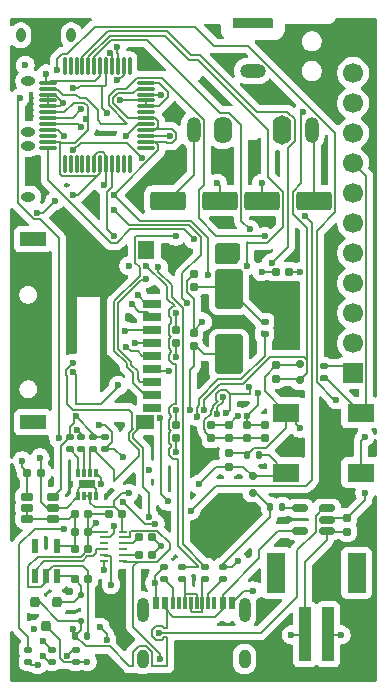
<source format=gbl>
%TF.GenerationSoftware,KiCad,Pcbnew,9.0.5*%
%TF.CreationDate,2025-10-29T14:00:37-04:00*%
%TF.ProjectId,MY-MP3,4d592d4d-5033-42e6-9b69-6361645f7063,rev?*%
%TF.SameCoordinates,Original*%
%TF.FileFunction,Copper,L4,Bot*%
%TF.FilePolarity,Positive*%
%FSLAX46Y46*%
G04 Gerber Fmt 4.6, Leading zero omitted, Abs format (unit mm)*
G04 Created by KiCad (PCBNEW 9.0.5) date 2025-10-29 14:00:37*
%MOMM*%
%LPD*%
G01*
G04 APERTURE LIST*
G04 Aperture macros list*
%AMRoundRect*
0 Rectangle with rounded corners*
0 $1 Rounding radius*
0 $2 $3 $4 $5 $6 $7 $8 $9 X,Y pos of 4 corners*
0 Add a 4 corners polygon primitive as box body*
4,1,4,$2,$3,$4,$5,$6,$7,$8,$9,$2,$3,0*
0 Add four circle primitives for the rounded corners*
1,1,$1+$1,$2,$3*
1,1,$1+$1,$4,$5*
1,1,$1+$1,$6,$7*
1,1,$1+$1,$8,$9*
0 Add four rect primitives between the rounded corners*
20,1,$1+$1,$2,$3,$4,$5,0*
20,1,$1+$1,$4,$5,$6,$7,0*
20,1,$1+$1,$6,$7,$8,$9,0*
20,1,$1+$1,$8,$9,$2,$3,0*%
G04 Aperture macros list end*
%TA.AperFunction,ComponentPad*%
%ADD10R,1.700000X1.700000*%
%TD*%
%TA.AperFunction,ComponentPad*%
%ADD11C,1.700000*%
%TD*%
%TA.AperFunction,ComponentPad*%
%ADD12O,0.800000X1.200000*%
%TD*%
%TA.AperFunction,ComponentPad*%
%ADD13O,1.200000X0.800000*%
%TD*%
%TA.AperFunction,SMDPad,CuDef*%
%ADD14RoundRect,0.162500X0.367500X0.162500X-0.367500X0.162500X-0.367500X-0.162500X0.367500X-0.162500X0*%
%TD*%
%TA.AperFunction,SMDPad,CuDef*%
%ADD15RoundRect,0.155000X0.155000X-0.212500X0.155000X0.212500X-0.155000X0.212500X-0.155000X-0.212500X0*%
%TD*%
%TA.AperFunction,ComponentPad*%
%ADD16O,1.200000X2.200000*%
%TD*%
%TA.AperFunction,ComponentPad*%
%ADD17O,1.600000X2.300000*%
%TD*%
%TA.AperFunction,ComponentPad*%
%ADD18O,2.200000X1.200000*%
%TD*%
%TA.AperFunction,ComponentPad*%
%ADD19O,1.600000X2.500000*%
%TD*%
%TA.AperFunction,SMDPad,CuDef*%
%ADD20RoundRect,0.155000X-0.155000X0.212500X-0.155000X-0.212500X0.155000X-0.212500X0.155000X0.212500X0*%
%TD*%
%TA.AperFunction,SMDPad,CuDef*%
%ADD21RoundRect,0.135000X-0.185000X0.135000X-0.185000X-0.135000X0.185000X-0.135000X0.185000X0.135000X0*%
%TD*%
%TA.AperFunction,SMDPad,CuDef*%
%ADD22RoundRect,0.135000X0.135000X0.185000X-0.135000X0.185000X-0.135000X-0.185000X0.135000X-0.185000X0*%
%TD*%
%TA.AperFunction,SMDPad,CuDef*%
%ADD23RoundRect,0.135000X0.185000X-0.135000X0.185000X0.135000X-0.185000X0.135000X-0.185000X-0.135000X0*%
%TD*%
%TA.AperFunction,SMDPad,CuDef*%
%ADD24RoundRect,0.155000X-0.212500X-0.155000X0.212500X-0.155000X0.212500X0.155000X-0.212500X0.155000X0*%
%TD*%
%TA.AperFunction,SMDPad,CuDef*%
%ADD25RoundRect,0.125000X-0.125000X0.125000X-0.125000X-0.125000X0.125000X-0.125000X0.125000X0.125000X0*%
%TD*%
%TA.AperFunction,SMDPad,CuDef*%
%ADD26RoundRect,0.250001X-0.949999X1.412499X-0.949999X-1.412499X0.949999X-1.412499X0.949999X1.412499X0*%
%TD*%
%TA.AperFunction,SMDPad,CuDef*%
%ADD27R,1.000000X4.600000*%
%TD*%
%TA.AperFunction,SMDPad,CuDef*%
%ADD28R,1.600000X3.400000*%
%TD*%
%TA.AperFunction,SMDPad,CuDef*%
%ADD29RoundRect,0.135000X-0.135000X-0.185000X0.135000X-0.185000X0.135000X0.185000X-0.135000X0.185000X0*%
%TD*%
%TA.AperFunction,SMDPad,CuDef*%
%ADD30RoundRect,0.250000X-1.250000X-0.550000X1.250000X-0.550000X1.250000X0.550000X-1.250000X0.550000X0*%
%TD*%
%TA.AperFunction,SMDPad,CuDef*%
%ADD31R,2.300000X1.600000*%
%TD*%
%TA.AperFunction,SMDPad,CuDef*%
%ADD32RoundRect,0.155000X0.212500X0.155000X-0.212500X0.155000X-0.212500X-0.155000X0.212500X-0.155000X0*%
%TD*%
%TA.AperFunction,SMDPad,CuDef*%
%ADD33R,0.700000X0.250000*%
%TD*%
%TA.AperFunction,SMDPad,CuDef*%
%ADD34RoundRect,0.150000X0.200000X-0.150000X0.200000X0.150000X-0.200000X0.150000X-0.200000X-0.150000X0*%
%TD*%
%TA.AperFunction,SMDPad,CuDef*%
%ADD35R,0.550000X1.200000*%
%TD*%
%TA.AperFunction,SMDPad,CuDef*%
%ADD36R,1.600000X0.700000*%
%TD*%
%TA.AperFunction,SMDPad,CuDef*%
%ADD37R,1.600000X1.200000*%
%TD*%
%TA.AperFunction,SMDPad,CuDef*%
%ADD38R,2.200000X1.200000*%
%TD*%
%TA.AperFunction,SMDPad,CuDef*%
%ADD39R,1.400000X1.600000*%
%TD*%
%TA.AperFunction,SMDPad,CuDef*%
%ADD40R,0.300000X1.000000*%
%TD*%
%TA.AperFunction,SMDPad,CuDef*%
%ADD41R,0.600000X1.000000*%
%TD*%
%TA.AperFunction,ComponentPad*%
%ADD42O,1.000000X1.600000*%
%TD*%
%TA.AperFunction,ComponentPad*%
%ADD43O,1.000000X2.100000*%
%TD*%
%TA.AperFunction,SMDPad,CuDef*%
%ADD44RoundRect,0.075000X0.075000X-0.662500X0.075000X0.662500X-0.075000X0.662500X-0.075000X-0.662500X0*%
%TD*%
%TA.AperFunction,SMDPad,CuDef*%
%ADD45RoundRect,0.075000X0.662500X-0.075000X0.662500X0.075000X-0.662500X0.075000X-0.662500X-0.075000X0*%
%TD*%
%TA.AperFunction,SMDPad,CuDef*%
%ADD46RoundRect,0.150000X-0.200000X0.150000X-0.200000X-0.150000X0.200000X-0.150000X0.200000X0.150000X0*%
%TD*%
%TA.AperFunction,SMDPad,CuDef*%
%ADD47RoundRect,0.200000X-0.200000X0.250000X-0.200000X-0.250000X0.200000X-0.250000X0.200000X0.250000X0*%
%TD*%
%TA.AperFunction,SMDPad,CuDef*%
%ADD48RoundRect,0.250000X1.250000X0.550000X-1.250000X0.550000X-1.250000X-0.550000X1.250000X-0.550000X0*%
%TD*%
%TA.AperFunction,SMDPad,CuDef*%
%ADD49RoundRect,0.150000X0.512500X0.150000X-0.512500X0.150000X-0.512500X-0.150000X0.512500X-0.150000X0*%
%TD*%
%TA.AperFunction,SMDPad,CuDef*%
%ADD50R,0.300000X0.700000*%
%TD*%
%TA.AperFunction,SMDPad,CuDef*%
%ADD51R,1.380000X0.800000*%
%TD*%
%TA.AperFunction,ViaPad*%
%ADD52C,0.600000*%
%TD*%
%TA.AperFunction,Conductor*%
%ADD53C,0.200000*%
%TD*%
G04 APERTURE END LIST*
D10*
%TO.P,J4,1,Pin_1*%
%TO.N,3.3V*%
X159250000Y-102080000D03*
D11*
%TO.P,J4,2,Pin_2*%
%TO.N,unconnected-(J4-Pin_2-Pad2)*%
X159250000Y-99540000D03*
%TO.P,J4,3,Pin_3*%
%TO.N,GND*%
X159250000Y-97000000D03*
%TO.P,J4,4,Pin_4*%
%TO.N,/SPI1_SCK*%
X159250000Y-94460000D03*
%TO.P,J4,5,Pin_5*%
%TO.N,/SPI1_MISO*%
X159250000Y-91920000D03*
%TO.P,J4,6,Pin_6*%
%TO.N,/SPI1_MOSI*%
X159250000Y-89380000D03*
%TO.P,J4,7,Pin_7*%
%TO.N,/SPI1_NSS*%
X159250000Y-86840000D03*
%TO.P,J4,8,Pin_8*%
%TO.N,/NRST*%
X159250000Y-84300000D03*
%TO.P,J4,9,Pin_9*%
%TO.N,/TFT_DC*%
X159250000Y-81760000D03*
%TO.P,J4,10,Pin_10*%
%TO.N,/TFT_SD_CS*%
X159250000Y-79220000D03*
%TO.P,J4,11,Pin_11*%
%TO.N,/TIM1_CH1*%
X159250000Y-76680000D03*
%TD*%
D12*
%TO.P,SW3,NC*%
%TO.N,N/C*%
X131100000Y-73500000D03*
X135400000Y-73500000D03*
%TD*%
D13*
%TO.P,SW4,NC*%
%TO.N,N/C*%
X131750000Y-81650000D03*
X131750000Y-77350000D03*
%TD*%
%TO.P,SW5,NC*%
%TO.N,N/C*%
X131750000Y-87150000D03*
X131750000Y-82850000D03*
%TD*%
D14*
%TO.P,U7,1,OUT2*%
%TO.N,3.3V*%
X133850000Y-112550000D03*
%TO.P,U7,2*%
%TO.N,GND*%
X133850000Y-113500000D03*
%TO.P,U7,3,EN2*%
%TO.N,Net-(U3-VOUT)*%
X133850000Y-114450000D03*
%TO.P,U7,4,EN1*%
X131650000Y-114450000D03*
%TO.P,U7,5,IN*%
X131650000Y-113500000D03*
%TO.P,U7,6,OUT1*%
%TO.N,1.8V*%
X131650000Y-112550000D03*
%TD*%
D15*
%TO.P,C14,1*%
%TO.N,VBATT*%
X158750000Y-115500000D03*
%TO.P,C14,2*%
%TO.N,GND*%
X158750000Y-114365000D03*
%TD*%
D16*
%TO.P,J7,R*%
%TO.N,Net-(C10-Pad2)*%
X145750000Y-81500000D03*
D17*
%TO.P,J7,RN*%
%TO.N,unconnected-(J7-PadRN)*%
X148250000Y-81500000D03*
D18*
%TO.P,J7,S*%
%TO.N,GNDA*%
X150750000Y-76500000D03*
D16*
%TO.P,J7,T*%
%TO.N,Net-(C9-Pad2)*%
X155750000Y-81500000D03*
D19*
%TO.P,J7,TN*%
%TO.N,unconnected-(J7-PadTN)*%
X153250000Y-81500000D03*
%TD*%
D20*
%TO.P,C11,1*%
%TO.N,GND*%
X145750000Y-93670000D03*
%TO.P,C11,2*%
%TO.N,Net-(C11-Pad2)*%
X145750000Y-94805000D03*
%TD*%
D21*
%TO.P,R16,1*%
%TO.N,Net-(LED3-A)*%
X135750000Y-125490000D03*
%TO.P,R16,2*%
%TO.N,VBATT*%
X135750000Y-126510000D03*
%TD*%
D22*
%TO.P,R3,1*%
%TO.N,/BOOT0*%
X151260000Y-109000000D03*
%TO.P,R3,2*%
%TO.N,GND*%
X150240000Y-109000000D03*
%TD*%
D23*
%TO.P,R23,1*%
%TO.N,/I2C1_SCL*%
X137250000Y-108510000D03*
%TO.P,R23,2*%
%TO.N,3.3V*%
X137250000Y-107490000D03*
%TD*%
D15*
%TO.P,C21,1*%
%TO.N,3.3V*%
X144250000Y-99567500D03*
%TO.P,C21,2*%
%TO.N,GND*%
X144250000Y-98432500D03*
%TD*%
D21*
%TO.P,R14,1*%
%TO.N,GND*%
X143250000Y-118490000D03*
%TO.P,R14,2*%
%TO.N,Net-(J2-CC2)*%
X143250000Y-119510000D03*
%TD*%
D24*
%TO.P,C26,1*%
%TO.N,Net-(U3-VOUT)*%
X135682500Y-115500000D03*
%TO.P,C26,2*%
%TO.N,GND*%
X136817500Y-115500000D03*
%TD*%
%TO.P,C17,1*%
%TO.N,3.3V*%
X152682500Y-93510000D03*
%TO.P,C17,2*%
%TO.N,GND*%
X153817500Y-93510000D03*
%TD*%
D21*
%TO.P,R15,1*%
%TO.N,GND*%
X148250000Y-118490000D03*
%TO.P,R15,2*%
%TO.N,Net-(J2-CC1)*%
X148250000Y-119510000D03*
%TD*%
D24*
%TO.P,C2,1*%
%TO.N,Net-(D1-K)*%
X135682500Y-119500000D03*
%TO.P,C2,2*%
%TO.N,GND*%
X136817500Y-119500000D03*
%TD*%
D25*
%TO.P,D1,1,K*%
%TO.N,Net-(D1-K)*%
X136250000Y-120900000D03*
%TO.P,D1,2,A*%
%TO.N,VBUS*%
X136250000Y-123100000D03*
%TD*%
D20*
%TO.P,C22,1*%
%TO.N,/VREF+*%
X148750000Y-106442500D03*
%TO.P,C22,2*%
%TO.N,GNDA*%
X148750000Y-107577500D03*
%TD*%
D26*
%TO.P,Y2,1,1*%
%TO.N,Net-(C11-Pad2)*%
X148750000Y-94975000D03*
%TO.P,Y2,2,2*%
%TO.N,Net-(U1-PH0)*%
X148750000Y-100500000D03*
%TD*%
D20*
%TO.P,C13,1*%
%TO.N,GND*%
X145750000Y-98670000D03*
%TO.P,C13,2*%
%TO.N,Net-(U1-PH0)*%
X145750000Y-99805000D03*
%TD*%
D27*
%TO.P,J3,1,-*%
%TO.N,GND*%
X157150000Y-124200000D03*
%TO.P,J3,2,+*%
%TO.N,VBATT*%
X155150000Y-124200000D03*
D28*
%TO.P,J3,NC1,NC1*%
%TO.N,unconnected-(J3-PadNC1)*%
X159550000Y-119000000D03*
%TO.P,J3,NC2,NC2*%
%TO.N,unconnected-(J3-PadNC2)*%
X152750000Y-119000000D03*
%TD*%
D21*
%TO.P,R21,1*%
%TO.N,3.3V*%
X156750000Y-101490000D03*
%TO.P,R21,2*%
%TO.N,/NRST*%
X156750000Y-102510000D03*
%TD*%
D29*
%TO.P,R19,1*%
%TO.N,GND*%
X152240000Y-113432500D03*
%TO.P,R19,2*%
%TO.N,Net-(U6-PROG)*%
X153260000Y-113432500D03*
%TD*%
D20*
%TO.P,C16,1*%
%TO.N,3.3V_A*%
X150250000Y-106442500D03*
%TO.P,C16,2*%
%TO.N,GNDA*%
X150250000Y-107577500D03*
%TD*%
D24*
%TO.P,C28,1*%
%TO.N,Net-(U5-C_SRD)*%
X141082500Y-117500000D03*
%TO.P,C28,2*%
%TO.N,GND*%
X142217500Y-117500000D03*
%TD*%
D15*
%TO.P,C15,1*%
%TO.N,/NRST*%
X152750000Y-102567500D03*
%TO.P,C15,2*%
%TO.N,GND*%
X152750000Y-101432500D03*
%TD*%
D20*
%TO.P,C23,1*%
%TO.N,/VREF+*%
X147250000Y-106442500D03*
%TO.P,C23,2*%
%TO.N,GNDA*%
X147250000Y-107577500D03*
%TD*%
D24*
%TO.P,C29,1*%
%TO.N,Net-(U5-Vref)*%
X141082500Y-116000000D03*
%TO.P,C29,2*%
%TO.N,GND*%
X142217500Y-116000000D03*
%TD*%
D30*
%TO.P,C9,1*%
%TO.N,Net-(C9-Pad1)*%
X151550000Y-87500000D03*
%TO.P,C9,2*%
%TO.N,Net-(C9-Pad2)*%
X155950000Y-87500000D03*
%TD*%
D31*
%TO.P,SW1,1,1*%
%TO.N,/NRST*%
X159900000Y-105450000D03*
%TO.P,SW1,2,2*%
%TO.N,GND*%
X153600000Y-105450000D03*
%TD*%
D24*
%TO.P,C27,1*%
%TO.N,Net-(U3-VOUT)*%
X135682500Y-114000000D03*
%TO.P,C27,2*%
%TO.N,GND*%
X136817500Y-114000000D03*
%TD*%
D32*
%TO.P,C30,1*%
%TO.N,VBATT*%
X139717500Y-114000000D03*
%TO.P,C30,2*%
%TO.N,GND*%
X138582500Y-114000000D03*
%TD*%
D33*
%TO.P,U5,1,Vcc*%
%TO.N,VBATT*%
X139750000Y-115500000D03*
%TO.P,U5,2,~{SR}*%
%TO.N,Net-(U5-~{PB})*%
X139750000Y-116000000D03*
%TO.P,U5,3,Vref*%
%TO.N,Net-(U5-Vref)*%
X139750000Y-116500000D03*
%TO.P,U5,4,PS_HOLD*%
%TO.N,/STM6601_PS_HOLD*%
X139750000Y-117000000D03*
%TO.P,U5,5,C_SRD*%
%TO.N,Net-(U5-C_SRD)*%
X139750000Y-117500000D03*
%TO.P,U5,6,~{PB}*%
%TO.N,Net-(U5-~{PB})*%
X139750000Y-118000000D03*
%TO.P,U5,7,~{VCC}_LO*%
%TO.N,/NVCC_LO*%
X138150000Y-118000000D03*
%TO.P,U5,8,~{PB}_OUT*%
%TO.N,/NPB_OUT*%
X138150000Y-117500000D03*
%TO.P,U5,9,~{EN}/EN*%
%TO.N,/LDO_EN*%
X138150000Y-117000000D03*
%TO.P,U5,10,~{RST}*%
%TO.N,unconnected-(U5-~{RST}-Pad10)*%
X138150000Y-116500000D03*
%TO.P,U5,11,~{INT}*%
%TO.N,/STM6601_NINT*%
X138150000Y-116000000D03*
%TO.P,U5,12,GND*%
%TO.N,GND*%
X138150000Y-115500000D03*
%TD*%
D23*
%TO.P,R22,1*%
%TO.N,/I2C1_SDA*%
X138250000Y-108510000D03*
%TO.P,R22,2*%
%TO.N,3.3V*%
X138250000Y-107490000D03*
%TD*%
%TO.P,R11,1*%
%TO.N,Net-(U1-PH1)*%
X151750000Y-98747500D03*
%TO.P,R11,2*%
%TO.N,Net-(C11-Pad2)*%
X151750000Y-97727500D03*
%TD*%
D22*
%TO.P,R18,1*%
%TO.N,GND*%
X136761216Y-124315021D03*
%TO.P,R18,2*%
%TO.N,VBUS*%
X135741216Y-124315021D03*
%TD*%
D15*
%TO.P,C1,1*%
%TO.N,GNDA*%
X151750000Y-107577500D03*
%TO.P,C1,2*%
%TO.N,3.3V_A*%
X151750000Y-106442500D03*
%TD*%
D20*
%TO.P,C20,1*%
%TO.N,3.3V*%
X144250000Y-106442500D03*
%TO.P,C20,2*%
%TO.N,GND*%
X144250000Y-107577500D03*
%TD*%
D34*
%TO.P,D2,1,K*%
%TO.N,/BOOT0*%
X150750000Y-110800000D03*
%TO.P,D2,2,A*%
%TO.N,GND*%
X150750000Y-112200000D03*
%TD*%
D23*
%TO.P,R20,1*%
%TO.N,Net-(LED1-K)*%
X133750000Y-126510000D03*
%TO.P,R20,2*%
%TO.N,Net-(U6-STAT)*%
X133750000Y-125490000D03*
%TD*%
D24*
%TO.P,C3,1*%
%TO.N,1.8V*%
X131682500Y-110500000D03*
%TO.P,C3,2*%
%TO.N,GND*%
X132817500Y-110500000D03*
%TD*%
D35*
%TO.P,U3,1,VIN*%
%TO.N,Net-(D1-K)*%
X134200000Y-119300100D03*
%TO.P,U3,2,GND*%
%TO.N,GND*%
X133250000Y-119300100D03*
%TO.P,U3,3,EN*%
%TO.N,/LDO_EN*%
X132300000Y-119300100D03*
%TO.P,U3,4,NC*%
%TO.N,unconnected-(U3-NC-Pad4)*%
X132300000Y-116699900D03*
%TO.P,U3,5,VOUT*%
%TO.N,Net-(U3-VOUT)*%
X134200000Y-116699900D03*
%TD*%
D23*
%TO.P,R12,1*%
%TO.N,/USB_D+*%
X144750000Y-119510000D03*
%TO.P,R12,2*%
%TO.N,/OTG_FS_DP*%
X144750000Y-118490000D03*
%TD*%
D36*
%TO.P,J1,1,DAT2*%
%TO.N,/SDMMC1_D2*%
X142250000Y-96250000D03*
%TO.P,J1,2,DAT3/CD*%
%TO.N,/SDMMC1_D3*%
X142250000Y-97350000D03*
%TO.P,J1,3,CMD/SDI*%
%TO.N,/SDMMC1_CMD*%
X142250000Y-98450000D03*
%TO.P,J1,4,VDD*%
%TO.N,3.3V*%
X142250000Y-99550000D03*
%TO.P,J1,5,CLK/SCK*%
%TO.N,/SDMMC1_CK*%
X142250000Y-100650000D03*
%TO.P,J1,6,VSS*%
%TO.N,GND*%
X142250000Y-101750000D03*
%TO.P,J1,7,DAT0/SDO*%
%TO.N,/SDMMC1_D0*%
X142250000Y-102850000D03*
%TO.P,J1,8,DAT1*%
%TO.N,/SDMMC1_D1*%
X142250000Y-103950000D03*
%TO.P,J1,9,~{DET}*%
%TO.N,unconnected-(J1-~{DET}-Pad9)*%
X142250000Y-105050000D03*
D37*
%TO.P,J1,10,SHIELD*%
%TO.N,GND*%
X141650000Y-106250000D03*
D38*
%TO.P,J1,11,SHIELD*%
%TO.N,unconnected-(J1-SHIELD-Pad11)*%
X132150000Y-106250000D03*
%TO.P,J1,12,SHIELD*%
%TO.N,unconnected-(J1-SHIELD-Pad12)*%
X132150000Y-90750000D03*
D39*
%TO.P,J1,13,SHIELD*%
%TO.N,unconnected-(J1-SHIELD-Pad13)*%
X141750000Y-91650000D03*
%TD*%
D40*
%TO.P,J2,A5,CC1*%
%TO.N,Net-(J2-CC1)*%
X147000000Y-121540000D03*
%TO.P,J2,A6,D+*%
%TO.N,/USB_D+*%
X146000000Y-121540000D03*
%TO.P,J2,A7,D-*%
%TO.N,/USB_D-*%
X145500000Y-121540000D03*
%TO.P,J2,A8,NC*%
%TO.N,unconnected-(J2-NC-PadA8)*%
X144500000Y-121540000D03*
%TO.P,J2,B5,CC2*%
%TO.N,Net-(J2-CC2)*%
X144000000Y-121540000D03*
%TO.P,J2,B6,D+*%
%TO.N,/USB_D+*%
X145000000Y-121540000D03*
%TO.P,J2,B7,D-*%
%TO.N,/USB_D-*%
X146500000Y-121540000D03*
%TO.P,J2,B8,NC*%
%TO.N,unconnected-(J2-NC-PadB8)*%
X147500000Y-121540000D03*
D41*
%TO.P,J2,GND,GND*%
%TO.N,GND*%
X148975000Y-121540000D03*
X142525000Y-121540000D03*
D42*
%TO.P,J2,NC1,NC*%
%TO.N,unconnected-(J2-NC-PadNC1)*%
X150068000Y-126295000D03*
D43*
%TO.P,J2,NC2,NC*%
%TO.N,unconnected-(J2-NC-PadNC2)*%
X150068000Y-122115000D03*
%TO.P,J2,NC3,NC*%
%TO.N,unconnected-(J2-NC-PadNC3)*%
X141432000Y-122115000D03*
D42*
%TO.P,J2,S,SHIELD*%
%TO.N,GND*%
X141432000Y-126295000D03*
D41*
%TO.P,J2,VBUS,VBUS*%
%TO.N,VBUS*%
X148200000Y-121540000D03*
X143300000Y-121540000D03*
%TD*%
D23*
%TO.P,R13,1*%
%TO.N,/USB_D-*%
X146750000Y-119510000D03*
%TO.P,R13,2*%
%TO.N,/OTG_FS_DM*%
X146750000Y-118490000D03*
%TD*%
D44*
%TO.P,U2,1,MICP/LINE1*%
%TO.N,unconnected-(U2-MICP{slash}LINE1-Pad1)*%
X140337500Y-84412500D03*
%TO.P,U2,2,MICN*%
%TO.N,unconnected-(U2-MICN-Pad2)*%
X139837500Y-84412500D03*
%TO.P,U2,3,XRESET*%
%TO.N,unconnected-(U2-XRESET-Pad3)*%
X139337500Y-84412500D03*
%TO.P,U2,4,DGND0*%
%TO.N,GND*%
X138837500Y-84412500D03*
%TO.P,U2,5,CVDD0*%
%TO.N,1.8V*%
X138337500Y-84412500D03*
%TO.P,U2,6,IOVDD0*%
%TO.N,3.3V*%
X137837500Y-84412500D03*
%TO.P,U2,7,CVDD1*%
%TO.N,1.8V*%
X137337500Y-84412500D03*
%TO.P,U2,8,DREQ*%
%TO.N,unconnected-(U2-DREQ-Pad8)*%
X136837500Y-84412500D03*
%TO.P,U2,9,GPIO2/DCLK1*%
%TO.N,unconnected-(U2-GPIO2{slash}DCLK1-Pad9)*%
X136337500Y-84412500D03*
%TO.P,U2,10,GPIO3/SDATA1*%
%TO.N,unconnected-(U2-GPIO3{slash}SDATA1-Pad10)*%
X135837500Y-84412500D03*
%TO.P,U2,11,GPIO6/I2S_SCLK3*%
%TO.N,unconnected-(U2-GPIO6{slash}I2S_SCLK3-Pad11)*%
X135337500Y-84412500D03*
%TO.P,U2,12,GPIO7/I2S_SDATA3*%
%TO.N,unconnected-(U2-GPIO7{slash}I2S_SDATA3-Pad12)*%
X134837500Y-84412500D03*
D45*
%TO.P,U2,13,XDCS/BSYNC1*%
%TO.N,/XDCS*%
X133425000Y-83000000D03*
%TO.P,U2,14,IOVDD1*%
%TO.N,3.3V*%
X133425000Y-82500000D03*
%TO.P,U2,15,VCO*%
%TO.N,unconnected-(U2-VCO-Pad15)*%
X133425000Y-82000000D03*
%TO.P,U2,16,DGND1*%
%TO.N,GND*%
X133425000Y-81500000D03*
%TO.P,U2,17,XTALO*%
%TO.N,Net-(U2-XTALO)*%
X133425000Y-81000000D03*
%TO.P,U2,18,XTALI*%
%TO.N,Net-(U2-XTALI)*%
X133425000Y-80500000D03*
%TO.P,U2,19,IOVDD2*%
%TO.N,3.3V*%
X133425000Y-80000000D03*
%TO.P,U2,20,DGND2*%
%TO.N,GND*%
X133425000Y-79500000D03*
%TO.P,U2,21,DGND3*%
X133425000Y-79000000D03*
%TO.P,U2,22,DGND4*%
X133425000Y-78500000D03*
%TO.P,U2,23,XCS*%
%TO.N,/SPI2_NSS*%
X133425000Y-78000000D03*
%TO.P,U2,24,CVDD2*%
%TO.N,1.8V*%
X133425000Y-77500000D03*
D44*
%TO.P,U2,25,GPIO/I2S_MCLK3*%
%TO.N,unconnected-(U2-GPIO{slash}I2S_MCLK3-Pad25)*%
X134837500Y-76087500D03*
%TO.P,U2,26,RX*%
%TO.N,unconnected-(U2-RX-Pad26)*%
X135337500Y-76087500D03*
%TO.P,U2,27,TX*%
%TO.N,unconnected-(U2-TX-Pad27)*%
X135837500Y-76087500D03*
%TO.P,U2,28,SCLK*%
%TO.N,/SPI2_SCK*%
X136337500Y-76087500D03*
%TO.P,U2,29,SI*%
%TO.N,/SPI2_MOSI*%
X136837500Y-76087500D03*
%TO.P,U2,30,SO*%
%TO.N,/SPI2_MISO*%
X137337500Y-76087500D03*
%TO.P,U2,31,CVDD3*%
%TO.N,1.8V*%
X137837500Y-76087500D03*
%TO.P,U2,32,XTEST*%
%TO.N,3.3V*%
X138337500Y-76087500D03*
%TO.P,U2,33,GPIO0*%
%TO.N,/GPIO0*%
X138837500Y-76087500D03*
%TO.P,U2,34,GPIO1*%
%TO.N,/GPIO1*%
X139337500Y-76087500D03*
%TO.P,U2,35,GND*%
%TO.N,GND*%
X139837500Y-76087500D03*
%TO.P,U2,36,GPIO4/I2S-LROUT3*%
%TO.N,unconnected-(U2-GPIO4{slash}I2S-LROUT3-Pad36)*%
X140337500Y-76087500D03*
D45*
%TO.P,U2,37,AGND0*%
%TO.N,GNDA*%
X141750000Y-77500000D03*
%TO.P,U2,38,AVDD0*%
%TO.N,3.3V_A*%
X141750000Y-78000000D03*
%TO.P,U2,39,RIGHT*%
%TO.N,/RIGHT*%
X141750000Y-78500000D03*
%TO.P,U2,40,AGND1*%
%TO.N,GNDA*%
X141750000Y-79000000D03*
%TO.P,U2,41,AGND2*%
X141750000Y-79500000D03*
%TO.P,U2,42,GBUF*%
%TO.N,unconnected-(U2-GBUF-Pad42)*%
X141750000Y-80000000D03*
%TO.P,U2,43,AVDD1*%
%TO.N,3.3V_A*%
X141750000Y-80500000D03*
%TO.P,U2,44,RCAP*%
%TO.N,Net-(U2-RCAP)*%
X141750000Y-81000000D03*
%TO.P,U2,45,AVDD2*%
%TO.N,3.3V_A*%
X141750000Y-81500000D03*
%TO.P,U2,46,LEFT*%
%TO.N,/LEFT*%
X141750000Y-82000000D03*
%TO.P,U2,47,AGND3*%
%TO.N,3.3V_A*%
X141750000Y-82500000D03*
%TO.P,U2,48,LINE2*%
%TO.N,unconnected-(U2-LINE2-Pad48)*%
X141750000Y-83000000D03*
%TD*%
D23*
%TO.P,R25,1*%
%TO.N,Net-(LED2-A)*%
X131750000Y-126510000D03*
%TO.P,R25,2*%
%TO.N,/LED*%
X131750000Y-125490000D03*
%TD*%
D15*
%TO.P,C24,1*%
%TO.N,/BOOT0*%
X148750000Y-110000000D03*
%TO.P,C24,2*%
%TO.N,GND*%
X148750000Y-108865000D03*
%TD*%
D31*
%TO.P,SW2,1,1*%
%TO.N,3.3V*%
X159900000Y-110500000D03*
%TO.P,SW2,2,2*%
%TO.N,/BOOT0*%
X153600000Y-110500000D03*
%TD*%
D46*
%TO.P,D3,1,K*%
%TO.N,/NRST*%
X154750000Y-102700000D03*
%TO.P,D3,2,A*%
%TO.N,GND*%
X154750000Y-101300000D03*
%TD*%
D47*
%TO.P,Q1,1,G*%
%TO.N,VBUS*%
X132300000Y-121500000D03*
%TO.P,Q1,2,S*%
%TO.N,Net-(D1-K)*%
X134200000Y-121500000D03*
%TO.P,Q1,3,D*%
%TO.N,VBATT*%
X133250000Y-123500000D03*
%TD*%
D21*
%TO.P,R2,1*%
%TO.N,GND*%
X136250000Y-107490000D03*
%TO.P,R2,2*%
%TO.N,Net-(U4-QSTRT)*%
X136250000Y-108510000D03*
%TD*%
D48*
%TO.P,C10,1*%
%TO.N,Net-(C10-Pad1)*%
X147950000Y-87500000D03*
%TO.P,C10,2*%
%TO.N,Net-(C10-Pad2)*%
X143550000Y-87500000D03*
%TD*%
D23*
%TO.P,R1,1*%
%TO.N,Net-(U4-~{ALRT})*%
X135250000Y-108510000D03*
%TO.P,R1,2*%
%TO.N,3.3V*%
X135250000Y-107490000D03*
%TD*%
D24*
%TO.P,C25,1*%
%TO.N,Net-(U3-VOUT)*%
X135682500Y-117000000D03*
%TO.P,C25,2*%
%TO.N,GND*%
X136817500Y-117000000D03*
%TD*%
D49*
%TO.P,U6,1,STAT*%
%TO.N,Net-(U6-STAT)*%
X157025000Y-113532500D03*
%TO.P,U6,2,V_{SS}*%
%TO.N,GND*%
X157025000Y-114482500D03*
%TO.P,U6,3,V_{BAT}*%
%TO.N,VBATT*%
X157025000Y-115432500D03*
%TO.P,U6,4,V_{DD}*%
%TO.N,VBUS*%
X154750000Y-115432500D03*
%TO.P,U6,5,PROG*%
%TO.N,Net-(U6-PROG)*%
X154750000Y-113532500D03*
%TD*%
D50*
%TO.P,U4,1,CTG*%
%TO.N,GND*%
X137500000Y-112490000D03*
%TO.P,U4,2,CELL*%
%TO.N,VBATT*%
X137000000Y-112490000D03*
%TO.P,U4,3,VDD*%
X136500000Y-112490000D03*
%TO.P,U4,4,GND*%
%TO.N,GND*%
X136000000Y-112490000D03*
%TO.P,U4,5,~{ALRT}*%
%TO.N,Net-(U4-~{ALRT})*%
X136000000Y-110510000D03*
%TO.P,U4,6,QSTRT*%
%TO.N,Net-(U4-QSTRT)*%
X136500000Y-110510000D03*
%TO.P,U4,7,SCL*%
%TO.N,/I2C1_SCL*%
X137000000Y-110510000D03*
%TO.P,U4,8,SDA*%
%TO.N,/I2C1_SDA*%
X137500000Y-110510000D03*
D51*
%TO.P,U4,9,GND*%
%TO.N,GND*%
X136750000Y-111500000D03*
%TD*%
D52*
%TO.N,GNDA*%
X139500000Y-79000000D03*
X150479111Y-103229111D03*
X139000000Y-88250000D03*
X148532087Y-105467913D03*
X145175001Y-96111828D03*
%TO.N,3.3V_A*%
X147000000Y-93750000D03*
X139000000Y-87000000D03*
X151199249Y-103765225D03*
X150250000Y-105750000D03*
%TO.N,GND*%
X134726538Y-79226538D03*
X154750000Y-106750000D03*
X160250000Y-112250000D03*
X142000000Y-114250000D03*
X132750000Y-109250000D03*
X146500000Y-97750000D03*
X137500000Y-114750000D03*
X135874293Y-106874293D03*
X140250000Y-93000000D03*
X150750000Y-120500000D03*
X134750000Y-82000000D03*
X144250000Y-108750000D03*
X143623700Y-101941229D03*
X139249399Y-77299966D03*
X142452240Y-119838000D03*
X154750000Y-93500000D03*
X149500000Y-118000000D03*
X132250000Y-123750000D03*
X144250000Y-97000000D03*
X158250000Y-124250000D03*
X143000000Y-116750000D03*
X131500000Y-76000000D03*
X139000000Y-90500000D03*
%TO.N,1.8V*%
X131250000Y-109500000D03*
X138194581Y-86177658D03*
X132500000Y-88500000D03*
X133250000Y-76750000D03*
X134000000Y-87500000D03*
%TO.N,Net-(U2-XTALO)*%
X136250000Y-81250000D03*
%TO.N,Net-(U2-XTALI)*%
X136250000Y-79750000D03*
%TO.N,Net-(U2-RCAP)*%
X140000000Y-82000000D03*
%TO.N,Net-(C9-Pad1)*%
X151500000Y-86000000D03*
%TO.N,Net-(C10-Pad1)*%
X147750000Y-86000000D03*
%TO.N,3.3V*%
X138420247Y-80079753D03*
X140750000Y-99500000D03*
X144250000Y-105250000D03*
X135575000Y-77925000D03*
X136596592Y-80556817D03*
X151500000Y-93500000D03*
X135750000Y-105750000D03*
X135500000Y-87000000D03*
X144250000Y-100750000D03*
X160250000Y-107500000D03*
%TO.N,Net-(U1-PH0)*%
X145411000Y-105250000D03*
%TO.N,VBATT*%
X136750000Y-126510000D03*
X154000000Y-124250000D03*
X140250000Y-112250000D03*
X142000000Y-110250000D03*
%TO.N,/NRST*%
X155000000Y-80000000D03*
X146608123Y-105249000D03*
%TO.N,/VREF+*%
X149474997Y-105750000D03*
%TO.N,/BOOT0*%
X146175000Y-111500000D03*
X142925000Y-105875002D03*
X143551415Y-112943043D03*
%TO.N,VBUS*%
X135500000Y-123750000D03*
%TO.N,/SDMMC1_CK*%
X140055253Y-99895747D03*
%TO.N,/SDMMC1_D2*%
X141000000Y-95500000D03*
%TO.N,/SDMMC1_CMD*%
X139951000Y-98500000D03*
%TO.N,/SDMMC1_D0*%
X141681267Y-94096750D03*
%TO.N,/SDMMC1_D1*%
X144250000Y-90500000D03*
%TO.N,/SDMMC1_D3*%
X140500000Y-96250000D03*
%TO.N,/SPI2_MOSI*%
X150250000Y-93000000D03*
%TO.N,/SPI2_NSS*%
X151750000Y-90500000D03*
%TO.N,/SPI2_MISO*%
X150500000Y-89925000D03*
%TO.N,/SPI2_SCK*%
X152347052Y-92737114D03*
%TO.N,Net-(LED1-K)*%
X133000000Y-126000000D03*
%TO.N,Net-(LED2-A)*%
X132532289Y-126757718D03*
%TO.N,/GPIO0*%
X138675001Y-74940558D03*
%TO.N,/GPIO1*%
X139290190Y-74469207D03*
%TO.N,/LEFT*%
X143718413Y-82031587D03*
%TO.N,/RIGHT*%
X143000000Y-78500000D03*
%TO.N,Net-(U1-PH1)*%
X146043242Y-105780117D03*
%TO.N,/OTG_FS_DP*%
X141750000Y-93000000D03*
%TO.N,/OTG_FS_DM*%
X142771191Y-93110000D03*
%TO.N,Net-(U6-STAT)*%
X137840903Y-123580924D03*
X133000000Y-124750000D03*
X142831913Y-124081913D03*
X138399087Y-124649087D03*
%TO.N,/I2C1_SDA*%
X139368412Y-103131588D03*
X139750000Y-109224998D03*
X137750000Y-106500000D03*
X135550000Y-102000000D03*
X137914999Y-111497927D03*
%TO.N,/I2C1_SCL*%
X135498448Y-101226714D03*
%TO.N,/LED*%
X134750000Y-115250000D03*
%TO.N,/XDCS*%
X145750000Y-90750000D03*
%TO.N,/NVCC_LO*%
X138150000Y-118750000D03*
%TO.N,Net-(LED3-A)*%
X135000000Y-126000000D03*
%TO.N,Net-(U5-~{PB})*%
X157821587Y-104321587D03*
X142925000Y-126250000D03*
X134212500Y-76446057D03*
%TO.N,/BTN_VUP*%
X131050000Y-78750000D03*
X134320592Y-107606234D03*
%TO.N,/BTN_VDN*%
X155173000Y-88775000D03*
X145500000Y-113750000D03*
X141343413Y-83843413D03*
X139750000Y-113000000D03*
X142503689Y-114839000D03*
X135575001Y-83223421D03*
%TO.N,/BTN_TRACK*%
X147758490Y-105514564D03*
X148250000Y-104099000D03*
%TO.N,/NPB_OUT*%
X138750000Y-120000000D03*
%TO.N,/STM6601_NINT*%
X139049000Y-115000000D03*
%TD*%
D53*
%TO.N,GNDA*%
X146664000Y-106837822D02*
X146750000Y-106923822D01*
X148750000Y-107577500D02*
X151750000Y-107577500D01*
X148826000Y-103860412D02*
X148488588Y-103523000D01*
X142814588Y-79500000D02*
X141750000Y-79500000D01*
X141750000Y-77500000D02*
X142814588Y-77500000D01*
X148488588Y-103523000D02*
X148011412Y-103523000D01*
X148011412Y-103523000D02*
X147674000Y-103860412D01*
X144788000Y-93650678D02*
X144788000Y-95724826D01*
X147382490Y-105075976D02*
X147182490Y-105275976D01*
X145362588Y-89548000D02*
X146336000Y-90521412D01*
X146664000Y-106047178D02*
X146664000Y-106837822D01*
X146336000Y-90521412D02*
X146336000Y-92102678D01*
X146750000Y-106923822D02*
X146750000Y-107077500D01*
X147182490Y-105275976D02*
X147182490Y-105528688D01*
X139000000Y-88250000D02*
X140298000Y-89548000D01*
X144788000Y-95724826D02*
X145175001Y-96111828D01*
X147182490Y-105528688D02*
X146664000Y-106047178D01*
X146750000Y-107077500D02*
X147250000Y-107577500D01*
X150484559Y-103860412D02*
X148826000Y-103860412D01*
X148532087Y-105467913D02*
X148826000Y-105174000D01*
X147382490Y-104834766D02*
X147382490Y-105075976D01*
X150479111Y-103229111D02*
X150479111Y-103376728D01*
X148750000Y-107577500D02*
X147250000Y-107577500D01*
X142814588Y-77500000D02*
X143576000Y-78261412D01*
X150484559Y-103382176D02*
X150484559Y-103860412D01*
X150479111Y-103376728D02*
X150484559Y-103382176D01*
X146336000Y-92102678D02*
X144788000Y-93650678D01*
X143576000Y-78261412D02*
X143576000Y-78738588D01*
X141750000Y-79000000D02*
X139500000Y-79000000D01*
X147674000Y-104337588D02*
X147776834Y-104440422D01*
X140298000Y-89548000D02*
X145362588Y-89548000D01*
X148826000Y-105174000D02*
X148826000Y-103860412D01*
X147674000Y-103860412D02*
X147674000Y-104337588D01*
X143576000Y-78738588D02*
X142814588Y-79500000D01*
X141750000Y-79000000D02*
X141750000Y-79500000D01*
X147776834Y-104440422D02*
X147382490Y-104834766D01*
%TO.N,3.3V_A*%
X147000000Y-90653668D02*
X147000000Y-93750000D01*
X144294413Y-81792999D02*
X143957001Y-81455587D01*
X142763500Y-81223999D02*
X142763500Y-80776001D01*
X138924000Y-78761412D02*
X139309412Y-78376000D01*
X140185412Y-80500000D02*
X138924000Y-79238588D01*
X139000000Y-87000000D02*
X141172000Y-89172000D01*
X143479825Y-82607587D02*
X143957001Y-82607587D01*
X141172000Y-89172000D02*
X145518332Y-89172000D01*
X142487499Y-81500000D02*
X142763500Y-81223999D01*
X141750000Y-81500000D02*
X142487499Y-81500000D01*
X151199249Y-104800751D02*
X150250000Y-105750000D01*
X145518332Y-89172000D02*
X147000000Y-90653668D01*
X144294413Y-82270175D02*
X144294413Y-81792999D01*
X141750000Y-82500000D02*
X143372238Y-82500000D01*
X142763500Y-80776001D02*
X142487499Y-80500000D01*
X142763500Y-83236500D02*
X139000000Y-87000000D01*
X138924000Y-79238588D02*
X138924000Y-78761412D01*
X151199249Y-103765225D02*
X151199249Y-104800751D01*
X141794413Y-81455587D02*
X141750000Y-81500000D01*
X143372238Y-82500000D02*
X143479825Y-82607587D01*
X142487499Y-80500000D02*
X141750000Y-80500000D01*
X141750000Y-82500000D02*
X142485968Y-82500000D01*
X142485968Y-82500000D02*
X142763500Y-82777532D01*
X142763500Y-82777532D02*
X142763500Y-83236500D01*
X140636501Y-78376000D02*
X141012501Y-78000000D01*
X139309412Y-78376000D02*
X140636501Y-78376000D01*
X141012501Y-78000000D02*
X141750000Y-78000000D01*
X141750000Y-80500000D02*
X140185412Y-80500000D01*
X143957001Y-81455587D02*
X141794413Y-81455587D01*
X143957001Y-82607587D02*
X144294413Y-82270175D01*
X151750000Y-106442500D02*
X150250000Y-106442500D01*
X150250000Y-105750000D02*
X150250000Y-106442500D01*
%TO.N,Net-(D1-K)*%
X135482600Y-119300100D02*
X135682500Y-119500000D01*
X134200000Y-121500000D02*
X135650000Y-121500000D01*
X136250000Y-120067500D02*
X135682500Y-119500000D01*
X135650000Y-121500000D02*
X136250000Y-120900000D01*
X136250000Y-120900000D02*
X136250000Y-120067500D01*
X134200000Y-119300100D02*
X135482600Y-119300100D01*
%TO.N,GND*%
X142000000Y-112250000D02*
X141500000Y-111750000D01*
X157142500Y-114365000D02*
X157025000Y-114482500D01*
X142000000Y-114250000D02*
X142000000Y-112250000D01*
X133250000Y-118975100D02*
X133849100Y-118376000D01*
X144250000Y-108750000D02*
X144250000Y-107577500D01*
X148250000Y-118250000D02*
X152240000Y-114260000D01*
X137062000Y-111500000D02*
X137500000Y-111938000D01*
X138837500Y-86347912D02*
X138424000Y-86761412D01*
X138424000Y-86761412D02*
X138424000Y-89924000D01*
X141500000Y-108444728D02*
X140626000Y-107570728D01*
X136376000Y-118376000D02*
X136817500Y-118817500D01*
X133250000Y-119300100D02*
X133250000Y-118975100D01*
X150750000Y-120500000D02*
X150015000Y-120500000D01*
X142525000Y-121540000D02*
X142525000Y-119910760D01*
X157200000Y-124250000D02*
X157150000Y-124200000D01*
X154617500Y-101432500D02*
X154750000Y-101300000D01*
X136817500Y-124258737D02*
X136761216Y-124315021D01*
X141500000Y-110564588D02*
X141424000Y-110488588D01*
X133425000Y-79500000D02*
X133425000Y-78500000D01*
X138150000Y-115500000D02*
X136817500Y-115500000D01*
X154740000Y-93510000D02*
X154750000Y-93500000D01*
X148750000Y-108865000D02*
X150105000Y-108865000D01*
X133425000Y-79500000D02*
X134453076Y-79500000D01*
X151750000Y-103600000D02*
X153600000Y-105450000D01*
X142967500Y-116750000D02*
X142217500Y-117500000D01*
X150750000Y-112200000D02*
X151007500Y-112200000D01*
X145750000Y-98500000D02*
X146500000Y-97750000D01*
X151007500Y-112200000D02*
X152240000Y-113432500D01*
X151750000Y-102432500D02*
X151750000Y-103600000D01*
X152240000Y-114260000D02*
X152240000Y-113432500D01*
X148250000Y-118490000D02*
X148250000Y-118250000D01*
X142441229Y-101941229D02*
X142250000Y-101750000D01*
X152750000Y-101432500D02*
X151750000Y-102432500D01*
X145164000Y-94256000D02*
X145750000Y-93670000D01*
X142217500Y-117500000D02*
X142260000Y-117500000D01*
X145750000Y-98670000D02*
X145750000Y-95786322D01*
X134990000Y-113500000D02*
X136000000Y-112490000D01*
X139362533Y-77299966D02*
X139249399Y-77299966D01*
X136438000Y-111500000D02*
X136750000Y-111500000D01*
X150836000Y-108404000D02*
X151904822Y-108404000D01*
X133320001Y-113500000D02*
X133850000Y-113500000D01*
X138424000Y-89924000D02*
X139000000Y-90500000D01*
X143250000Y-118490000D02*
X142452240Y-119287760D01*
X137500000Y-114817500D02*
X136817500Y-115500000D01*
X131749000Y-118424100D02*
X131749000Y-120176100D01*
X143623700Y-101941229D02*
X142441229Y-101941229D01*
X137500000Y-114750000D02*
X137500000Y-114817500D01*
X133850000Y-113500000D02*
X134990000Y-113500000D01*
X132817500Y-110500000D02*
X132817500Y-112997499D01*
X150240000Y-109000000D02*
X150836000Y-108404000D01*
X152750000Y-101432500D02*
X154617500Y-101432500D01*
X143000000Y-116750000D02*
X142967500Y-116750000D01*
X141424000Y-110011412D02*
X141500000Y-109935412D01*
X133250000Y-119777100D02*
X133250000Y-119300100D01*
X134250000Y-81500000D02*
X133425000Y-81500000D01*
X132817500Y-109317500D02*
X132750000Y-109250000D01*
X150015000Y-120500000D02*
X148975000Y-121540000D01*
X158250000Y-124250000D02*
X157200000Y-124250000D01*
X150105000Y-108865000D02*
X150240000Y-109000000D01*
X142452240Y-119287760D02*
X142452240Y-119838000D01*
X144250000Y-97000000D02*
X144250000Y-98432500D01*
X153817500Y-93510000D02*
X154740000Y-93510000D01*
X156750000Y-124500000D02*
X156750000Y-124200000D01*
X135874293Y-106874293D02*
X136250000Y-107250000D01*
X141424000Y-110488588D02*
X141424000Y-110011412D01*
X133849100Y-118376000D02*
X136376000Y-118376000D01*
X132817500Y-110500000D02*
X132817500Y-109317500D01*
X134750000Y-82000000D02*
X134250000Y-81500000D01*
X139837500Y-76824999D02*
X139362533Y-77299966D01*
X145164000Y-95200322D02*
X145164000Y-94256000D01*
X158750000Y-114365000D02*
X157142500Y-114365000D01*
X142967500Y-116750000D02*
X142217500Y-116000000D01*
X140626000Y-107570728D02*
X140626000Y-107274000D01*
X136817500Y-119500000D02*
X136817500Y-124258737D01*
X136750000Y-111500000D02*
X137062000Y-111500000D01*
X133425000Y-78500000D02*
X134000000Y-78500000D01*
X160250000Y-112865000D02*
X158750000Y-114365000D01*
X136250000Y-107250000D02*
X136250000Y-107490000D01*
X136817500Y-117000000D02*
X136817500Y-114000000D01*
X138837500Y-84412500D02*
X138837500Y-86347912D01*
X141500000Y-111750000D02*
X141500000Y-110564588D01*
X154400000Y-106400000D02*
X154400000Y-106250000D01*
X145750000Y-95786322D02*
X145164000Y-95200322D01*
X151904822Y-108404000D02*
X153600000Y-106708822D01*
X137500000Y-111938000D02*
X137500000Y-112490000D01*
X132851000Y-120176100D02*
X133250000Y-119777100D01*
X142525000Y-119910760D02*
X142452240Y-119838000D01*
X154400000Y-106250000D02*
X153600000Y-105450000D01*
X138582500Y-114000000D02*
X136817500Y-114000000D01*
X136000000Y-112490000D02*
X136000000Y-111938000D01*
X154750000Y-106750000D02*
X154400000Y-106400000D01*
X134000000Y-78500000D02*
X134726538Y-79226538D01*
X132549100Y-117624000D02*
X131749000Y-118424100D01*
X134453076Y-79500000D02*
X134726538Y-79226538D01*
X145750000Y-98670000D02*
X145750000Y-98500000D01*
X132817500Y-112997499D02*
X133320001Y-113500000D01*
X136000000Y-111938000D02*
X136438000Y-111500000D01*
X141500000Y-109935412D02*
X141500000Y-108444728D01*
X160250000Y-112250000D02*
X160250000Y-112865000D01*
X136817500Y-117000000D02*
X136193500Y-117624000D01*
X136193500Y-117624000D02*
X132549100Y-117624000D01*
X131749000Y-120176100D02*
X132851000Y-120176100D01*
X139837500Y-76087500D02*
X139837500Y-76824999D01*
X153600000Y-106708822D02*
X153600000Y-105450000D01*
X148250000Y-118490000D02*
X149010000Y-118490000D01*
X140626000Y-107274000D02*
X141650000Y-106250000D01*
X136817500Y-118817500D02*
X136817500Y-119500000D01*
X149010000Y-118490000D02*
X149500000Y-118000000D01*
%TO.N,1.8V*%
X133000000Y-88500000D02*
X134000000Y-87500000D01*
X131250000Y-109500000D02*
X131250000Y-110067500D01*
X132500000Y-88500000D02*
X133000000Y-88500000D01*
X133250000Y-76750000D02*
X133250000Y-77325000D01*
X137837500Y-76912500D02*
X137837500Y-76087500D01*
X137613501Y-83399000D02*
X138061499Y-83399000D01*
X133575000Y-77350000D02*
X137400000Y-77350000D01*
X133425000Y-77500000D02*
X133575000Y-77350000D01*
X138337500Y-83675001D02*
X138337500Y-84412500D01*
X138194581Y-86177658D02*
X138337500Y-86034739D01*
X138061499Y-83399000D02*
X138337500Y-83675001D01*
X137337500Y-83675001D02*
X137613501Y-83399000D01*
X131650000Y-110532500D02*
X131682500Y-110500000D01*
X137337500Y-84412500D02*
X137337500Y-83675001D01*
X138337500Y-86034739D02*
X138337500Y-84412500D01*
X131250000Y-110067500D02*
X131682500Y-110500000D01*
X137400000Y-77350000D02*
X137837500Y-76912500D01*
X133250000Y-77325000D02*
X133425000Y-77500000D01*
X131650000Y-112550000D02*
X131650000Y-110532500D01*
%TO.N,Net-(U2-XTALO)*%
X133425000Y-81000000D02*
X136000000Y-81000000D01*
X136000000Y-81000000D02*
X136250000Y-81250000D01*
%TO.N,Net-(U2-XTALI)*%
X135500000Y-80500000D02*
X136250000Y-79750000D01*
X133425000Y-80500000D02*
X135500000Y-80500000D01*
%TO.N,Net-(U2-RCAP)*%
X141000000Y-81000000D02*
X140000000Y-82000000D01*
X141750000Y-81000000D02*
X141000000Y-81000000D01*
%TO.N,Net-(C9-Pad2)*%
X155950000Y-87500000D02*
X155950000Y-81700000D01*
X155950000Y-81700000D02*
X155750000Y-81500000D01*
%TO.N,Net-(C9-Pad1)*%
X151550000Y-86050000D02*
X151500000Y-86000000D01*
X151550000Y-87500000D02*
X151550000Y-86050000D01*
%TO.N,Net-(C10-Pad2)*%
X145750000Y-85300000D02*
X145750000Y-81500000D01*
X143550000Y-87500000D02*
X145750000Y-85300000D01*
%TO.N,Net-(C10-Pad1)*%
X147950000Y-86200000D02*
X147750000Y-86000000D01*
X147950000Y-87500000D02*
X147950000Y-86200000D01*
%TO.N,Net-(C11-Pad2)*%
X148580000Y-94805000D02*
X148750000Y-94975000D01*
X151750000Y-97727500D02*
X151502500Y-97727500D01*
X145750000Y-94805000D02*
X148580000Y-94805000D01*
X151502500Y-97727500D02*
X148750000Y-94975000D01*
%TO.N,3.3V*%
X134500000Y-111900000D02*
X133850000Y-112550000D01*
X135750000Y-105750000D02*
X135636412Y-105863588D01*
X136488588Y-79174000D02*
X135593664Y-79174000D01*
X135250000Y-107490000D02*
X134500000Y-108240000D01*
X134411500Y-82500000D02*
X134487500Y-82576000D01*
X133425000Y-82500000D02*
X134411500Y-82500000D01*
X135750000Y-105750000D02*
X137250000Y-107250000D01*
X136826000Y-81488588D02*
X136826000Y-79511412D01*
X135575000Y-77925000D02*
X135577700Y-77927700D01*
X142200000Y-99500000D02*
X142250000Y-99550000D01*
X136440678Y-81826000D02*
X136488588Y-81826000D01*
X134438500Y-83222468D02*
X134411500Y-83249468D01*
X138250000Y-107490000D02*
X137250000Y-107490000D01*
X135299000Y-106750000D02*
X135250000Y-106750000D01*
X152682500Y-93510000D02*
X151510000Y-93510000D01*
X144250000Y-106442500D02*
X144250000Y-105250000D01*
X138000000Y-79659506D02*
X138000000Y-77750000D01*
X160250000Y-107500000D02*
X159900000Y-107850000D01*
X137837500Y-84412500D02*
X137837500Y-85149999D01*
X156750000Y-101490000D02*
X158660000Y-101490000D01*
X137837500Y-85148468D02*
X137837500Y-84412500D01*
X137250000Y-107250000D02*
X137250000Y-107490000D01*
X135927699Y-77927700D02*
X136105399Y-77750000D01*
X134411500Y-82500000D02*
X134411500Y-82750532D01*
X135690678Y-82576000D02*
X136440678Y-81826000D01*
X134411500Y-85222468D02*
X134615032Y-85426000D01*
X135636412Y-106299000D02*
X135299000Y-106636412D01*
X136826000Y-79511412D02*
X136488588Y-79174000D01*
X151510000Y-93510000D02*
X151500000Y-93500000D01*
X138250000Y-77750000D02*
X138337500Y-77662500D01*
X136488588Y-81826000D02*
X136826000Y-81488588D01*
X134411500Y-82750532D02*
X134438500Y-82777532D01*
X134411500Y-83249468D02*
X134411500Y-85222468D01*
X144250000Y-99567500D02*
X144250000Y-100750000D01*
X136596592Y-80556817D02*
X136826000Y-80786225D01*
X134500000Y-108240000D02*
X134500000Y-111900000D01*
X140750000Y-99500000D02*
X142200000Y-99500000D01*
X135636412Y-105863588D02*
X135636412Y-106299000D01*
X134438500Y-82777532D02*
X134438500Y-83222468D01*
X138337500Y-77662500D02*
X138337500Y-76087500D01*
X138420247Y-80079753D02*
X138000000Y-79659506D01*
X134767664Y-80000000D02*
X133425000Y-80000000D01*
X134487500Y-82576000D02*
X135690678Y-82576000D01*
X158660000Y-101490000D02*
X159250000Y-102080000D01*
X138000000Y-77750000D02*
X138250000Y-77750000D01*
X136105399Y-77750000D02*
X138000000Y-77750000D01*
X135577700Y-77927700D02*
X135927699Y-77927700D01*
X137559968Y-85426000D02*
X137837500Y-85148468D01*
X134615032Y-85426000D02*
X137559968Y-85426000D01*
X135299000Y-106636412D02*
X135299000Y-106750000D01*
X137837500Y-85149999D02*
X135987499Y-87000000D01*
X159900000Y-107850000D02*
X159900000Y-110500000D01*
X135593664Y-79174000D02*
X134767664Y-80000000D01*
X135250000Y-106750000D02*
X135250000Y-107490000D01*
X135987499Y-87000000D02*
X135500000Y-87000000D01*
%TO.N,Net-(U1-PH0)*%
X145750000Y-101500000D02*
X145750000Y-99805000D01*
X145411000Y-101839000D02*
X145750000Y-101500000D01*
X145750000Y-99805000D02*
X145945000Y-99805000D01*
X145945000Y-99805000D02*
X146640000Y-100500000D01*
X146640000Y-100500000D02*
X148750000Y-100500000D01*
X145411000Y-105250000D02*
X145411000Y-101839000D01*
%TO.N,VBATT*%
X139717500Y-114000000D02*
X139717500Y-115467500D01*
X134424000Y-124674000D02*
X134424000Y-126238588D01*
X155150000Y-118107500D02*
X157025000Y-116232500D01*
X154000000Y-124250000D02*
X155100000Y-124250000D01*
X155100000Y-124250000D02*
X155150000Y-124200000D01*
X139685412Y-112250000D02*
X139000000Y-112935412D01*
X136750000Y-126510000D02*
X135750000Y-126510000D01*
X137000000Y-113042000D02*
X137372000Y-113414000D01*
X155150000Y-124200000D02*
X155150000Y-118107500D01*
X139000000Y-112935412D02*
X139000000Y-113414000D01*
X139717500Y-115467500D02*
X139750000Y-115500000D01*
X139000000Y-113414000D02*
X139131500Y-113414000D01*
X158750000Y-115500000D02*
X157092500Y-115500000D01*
X136500000Y-112490000D02*
X137000000Y-112490000D01*
X137372000Y-113414000D02*
X139000000Y-113414000D01*
X137000000Y-112490000D02*
X137000000Y-113042000D01*
X157025000Y-116232500D02*
X157025000Y-115432500D01*
X157092500Y-115500000D02*
X157025000Y-115432500D01*
X139131500Y-113414000D02*
X139717500Y-114000000D01*
X135684000Y-126576000D02*
X135750000Y-126510000D01*
X140250000Y-112250000D02*
X139685412Y-112250000D01*
X154750000Y-124500000D02*
X154750000Y-124200000D01*
X133250000Y-123500000D02*
X134424000Y-124674000D01*
X134761412Y-126576000D02*
X135684000Y-126576000D01*
X134424000Y-126238588D02*
X134761412Y-126576000D01*
%TO.N,/NRST*%
X154874000Y-80126000D02*
X155000000Y-80000000D01*
X159250000Y-84300000D02*
X160376000Y-85426000D01*
X154617500Y-102567500D02*
X154750000Y-102700000D01*
X152126000Y-100769048D02*
X152126000Y-100724000D01*
X155130612Y-100724000D02*
X155376000Y-100969388D01*
X160376000Y-104974000D02*
X159900000Y-105450000D01*
X154874000Y-86025196D02*
X154874000Y-80126000D01*
X155376000Y-89792588D02*
X154174000Y-88590588D01*
X155376000Y-100969388D02*
X155376000Y-102074000D01*
X152750000Y-102567500D02*
X154617500Y-102567500D01*
X154174000Y-86725196D02*
X154874000Y-86025196D01*
X156960000Y-102510000D02*
X159900000Y-105450000D01*
X146608123Y-104394545D02*
X148002668Y-103000000D01*
X155376000Y-102074000D02*
X155376000Y-89792588D01*
X148002668Y-103000000D02*
X149895048Y-103000000D01*
X155376000Y-102074000D02*
X154750000Y-102700000D01*
X156750000Y-102510000D02*
X156960000Y-102510000D01*
X152126000Y-100724000D02*
X155130612Y-100724000D01*
X154174000Y-88590588D02*
X154174000Y-86725196D01*
X156560000Y-102700000D02*
X156750000Y-102510000D01*
X149895048Y-103000000D02*
X152126000Y-100769048D01*
X160376000Y-85426000D02*
X160376000Y-100954000D01*
X146608123Y-105249000D02*
X146608123Y-104394545D01*
X160376000Y-100954000D02*
X160376000Y-104974000D01*
%TO.N,/VREF+*%
X149442500Y-105750000D02*
X148750000Y-106442500D01*
X149474997Y-105750000D02*
X149442500Y-105750000D01*
X147250000Y-106442500D02*
X148750000Y-106442500D01*
%TO.N,/BOOT0*%
X143000000Y-112344064D02*
X143000000Y-105950002D01*
X143551415Y-112895479D02*
X143000000Y-112344064D01*
X143000000Y-105950002D02*
X142925000Y-105875002D01*
X150750000Y-110800000D02*
X153300000Y-110800000D01*
X153300000Y-110800000D02*
X153600000Y-110500000D01*
X147675000Y-110000000D02*
X148750000Y-110000000D01*
X152100000Y-109000000D02*
X153600000Y-110500000D01*
X149950000Y-110000000D02*
X150750000Y-110800000D01*
X148750000Y-110000000D02*
X149950000Y-110000000D01*
X151260000Y-109000000D02*
X152100000Y-109000000D01*
X146175000Y-111500000D02*
X147675000Y-110000000D01*
X143551415Y-112943043D02*
X143551415Y-112895479D01*
%TO.N,Net-(U3-VOUT)*%
X131650000Y-113500000D02*
X131650000Y-114450000D01*
X135382400Y-116699900D02*
X135682500Y-117000000D01*
X134200000Y-116699900D02*
X135382400Y-116699900D01*
X135232500Y-114450000D02*
X131650000Y-114450000D01*
X135682500Y-114000000D02*
X135682500Y-117000000D01*
X135682500Y-114000000D02*
X135232500Y-114450000D01*
%TO.N,VBUS*%
X142255913Y-123843325D02*
X142593325Y-123505913D01*
X143500000Y-122961008D02*
X143536000Y-122925008D01*
X136651282Y-125225087D02*
X138637675Y-125225087D01*
X141753430Y-125219000D02*
X142208000Y-125673570D01*
X142208000Y-126899000D02*
X143500000Y-126899000D01*
X143500000Y-124457913D02*
X143270501Y-124457913D01*
X135741216Y-124315021D02*
X136651282Y-125225087D01*
X141110570Y-125219000D02*
X141753430Y-125219000D01*
X143500000Y-126899000D02*
X143500000Y-124457913D01*
X143070501Y-124657913D02*
X142593325Y-124657913D01*
X148200000Y-122050000D02*
X147558000Y-122692000D01*
X144042000Y-122692000D02*
X143300000Y-121950000D01*
X132300000Y-121500000D02*
X132700000Y-121500000D01*
X135500000Y-124073805D02*
X135741216Y-124315021D01*
X143500000Y-121740000D02*
X143300000Y-121540000D01*
X143536000Y-122364992D02*
X143500000Y-122328992D01*
X148200000Y-121540000D02*
X148200000Y-120840000D01*
X143070501Y-123505913D02*
X143270501Y-123705913D01*
X136250000Y-123100000D02*
X136250000Y-123806237D01*
X138637675Y-125225087D02*
X140311588Y-126899000D01*
X140311588Y-126899000D02*
X140656000Y-126899000D01*
X143500000Y-122328992D02*
X143500000Y-121740000D01*
X135500000Y-123750000D02*
X135500000Y-124073805D01*
X143270501Y-124457913D02*
X143070501Y-124657913D01*
X132700000Y-121500000D02*
X134300000Y-123100000D01*
X142208000Y-125673570D02*
X142208000Y-126899000D01*
X148200000Y-121540000D02*
X148200000Y-122050000D01*
X140656000Y-126899000D02*
X140656000Y-125673570D01*
X152865500Y-115432500D02*
X154750000Y-115432500D01*
X142593325Y-123505913D02*
X143070501Y-123505913D01*
X151274000Y-117766000D02*
X151274000Y-117024000D01*
X142593325Y-124657913D02*
X142255913Y-124320501D01*
X147558000Y-122692000D02*
X144042000Y-122692000D01*
X136250000Y-123806237D02*
X135741216Y-124315021D01*
X142255913Y-124320501D02*
X142255913Y-123843325D01*
X140656000Y-125673570D02*
X141110570Y-125219000D01*
X143500000Y-123705913D02*
X143500000Y-122961008D01*
X151274000Y-117024000D02*
X152865500Y-115432500D01*
X143270501Y-123705913D02*
X143500000Y-123705913D01*
X143300000Y-121950000D02*
X143300000Y-121540000D01*
X143536000Y-122925008D02*
X143536000Y-122364992D01*
X134300000Y-123100000D02*
X136250000Y-123100000D01*
X148200000Y-120840000D02*
X151274000Y-117766000D01*
%TO.N,/SDMMC1_CK*%
X142250000Y-100650000D02*
X141400000Y-100650000D01*
X141000000Y-100250000D02*
X140409506Y-100250000D01*
X141400000Y-100650000D02*
X141000000Y-100250000D01*
X140409506Y-100250000D02*
X140055253Y-99895747D01*
%TO.N,/SDMMC1_D2*%
X141750000Y-96250000D02*
X141000000Y-95500000D01*
X142250000Y-96250000D02*
X141750000Y-96250000D01*
%TO.N,/SDMMC1_CMD*%
X140001000Y-98450000D02*
X139951000Y-98500000D01*
X142250000Y-98450000D02*
X140001000Y-98450000D01*
%TO.N,/SDMMC1_D0*%
X141681267Y-94096750D02*
X141798000Y-94213483D01*
X140452000Y-101105668D02*
X140452000Y-101388512D01*
X139376000Y-100029668D02*
X140452000Y-101105668D01*
X141002000Y-102602000D02*
X141250000Y-102850000D01*
X139376000Y-96155744D02*
X139376000Y-100029668D01*
X141798000Y-94213483D02*
X141318261Y-94213483D01*
X141318261Y-94213483D02*
X139376000Y-96155744D01*
X141250000Y-102850000D02*
X142250000Y-102850000D01*
X140452000Y-101388512D02*
X141002000Y-101938512D01*
X141002000Y-101938512D02*
X141002000Y-102602000D01*
%TO.N,/SDMMC1_D1*%
X140076000Y-101261412D02*
X139000000Y-100185412D01*
X140774000Y-90574000D02*
X140848000Y-90500000D01*
X140848000Y-90500000D02*
X144250000Y-90500000D01*
X142250000Y-103950000D02*
X141648000Y-103950000D01*
X141174000Y-93826000D02*
X141174000Y-93126000D01*
X140626000Y-102928000D02*
X140626000Y-102094256D01*
X140626000Y-102094256D02*
X140076000Y-101544256D01*
X140774000Y-92726000D02*
X140774000Y-90574000D01*
X141648000Y-103950000D02*
X140626000Y-102928000D01*
X139000000Y-100185412D02*
X139000000Y-96000000D01*
X140076000Y-101544256D02*
X140076000Y-101261412D01*
X139000000Y-96000000D02*
X141174000Y-93826000D01*
X141174000Y-93126000D02*
X140774000Y-92726000D01*
%TO.N,/SDMMC1_D3*%
X140500000Y-96250000D02*
X141126000Y-96876000D01*
X141776000Y-96876000D02*
X142250000Y-97350000D01*
X141126000Y-96876000D02*
X141776000Y-96876000D01*
%TO.N,Net-(J2-CC2)*%
X143250000Y-119510000D02*
X144000000Y-120260000D01*
X144000000Y-120260000D02*
X144000000Y-121540000D01*
%TO.N,/USB_D+*%
X145074000Y-120764000D02*
X145926000Y-120764000D01*
X145000000Y-121540000D02*
X145000000Y-120838000D01*
X145000000Y-119760000D02*
X145000000Y-121540000D01*
X145000000Y-120838000D02*
X145074000Y-120764000D01*
X146000000Y-120838000D02*
X146000000Y-121540000D01*
X144750000Y-119510000D02*
X145000000Y-119760000D01*
X145926000Y-120764000D02*
X146000000Y-120838000D01*
%TO.N,Net-(J2-CC1)*%
X147000000Y-120760000D02*
X147000000Y-121540000D01*
X148250000Y-119510000D02*
X147000000Y-120760000D01*
%TO.N,/USB_D-*%
X145500000Y-121540000D02*
X145500000Y-122242000D01*
X146500000Y-122242000D02*
X146500000Y-121540000D01*
X145574000Y-122316000D02*
X146426000Y-122316000D01*
X145500000Y-122242000D02*
X145574000Y-122316000D01*
X146426000Y-122316000D02*
X146500000Y-122242000D01*
X146500000Y-119760000D02*
X146500000Y-121540000D01*
X146750000Y-119510000D02*
X146500000Y-119760000D01*
%TO.N,/SPI2_MOSI*%
X143324290Y-73517207D02*
X145356083Y-75549000D01*
X145356083Y-75549000D02*
X146143917Y-75549000D01*
X151988588Y-91076000D02*
X150326000Y-91076000D01*
X150326000Y-91076000D02*
X150250000Y-91000000D01*
X136837500Y-75318257D02*
X138638550Y-73517207D01*
X152076000Y-85475196D02*
X153326000Y-86725196D01*
X152076000Y-81481083D02*
X152076000Y-85475196D01*
X153326000Y-86725196D02*
X153326000Y-89738588D01*
X138638550Y-73517207D02*
X143324290Y-73517207D01*
X146143917Y-75549000D02*
X152076000Y-81481083D01*
X136837500Y-76087500D02*
X136837500Y-75318257D01*
X153326000Y-89738588D02*
X151988588Y-91076000D01*
X150250000Y-91000000D02*
X150250000Y-93000000D01*
%TO.N,/SPI2_NSS*%
X143062851Y-77074000D02*
X146626000Y-80637149D01*
X135336412Y-78503700D02*
X135813588Y-78503700D01*
X146626000Y-80637149D02*
X146626000Y-86124000D01*
X136644332Y-78798000D02*
X137624000Y-79777668D01*
X146174000Y-86576000D02*
X146174000Y-88988588D01*
X139153668Y-78000000D02*
X140014032Y-78000000D01*
X146174000Y-88988588D02*
X147685412Y-90500000D01*
X140044256Y-80955744D02*
X140124000Y-80876000D01*
X138548000Y-79394332D02*
X138548000Y-78605668D01*
X140940032Y-77074000D02*
X143062851Y-77074000D01*
X140014032Y-78000000D02*
X140940032Y-77074000D01*
X135332712Y-78500000D02*
X135336412Y-78503700D01*
X134660968Y-78500000D02*
X135332712Y-78500000D01*
X137624000Y-79777668D02*
X137624000Y-80655744D01*
X147685412Y-90500000D02*
X151750000Y-90500000D01*
X140124000Y-80876000D02*
X140029668Y-80876000D01*
X138548000Y-78605668D02*
X139153668Y-78000000D01*
X140029668Y-80876000D02*
X138548000Y-79394332D01*
X134234968Y-78074000D02*
X134660968Y-78500000D01*
X136107888Y-78798000D02*
X136644332Y-78798000D01*
X133425000Y-78000000D02*
X133499000Y-78074000D01*
X135813588Y-78503700D02*
X136107888Y-78798000D01*
X146626000Y-86124000D02*
X146174000Y-86576000D01*
X133499000Y-78074000D02*
X134234968Y-78074000D01*
X137624000Y-80655744D02*
X137924000Y-80955744D01*
X137924000Y-80955744D02*
X140044256Y-80955744D01*
%TO.N,/SPI2_MISO*%
X149774000Y-81081083D02*
X149774000Y-89199000D01*
X147979083Y-80074000D02*
X148766917Y-80074000D01*
X141798290Y-73893207D02*
X147979083Y-80074000D01*
X149774000Y-89199000D02*
X150500000Y-89925000D01*
X138794294Y-73893207D02*
X141798290Y-73893207D01*
X148766917Y-80074000D02*
X149774000Y-81081083D01*
X137337500Y-75350001D02*
X138794294Y-73893207D01*
X137337500Y-76087500D02*
X137337500Y-75350001D01*
%TO.N,/SPI2_SCK*%
X154326000Y-82395694D02*
X153702000Y-83019694D01*
X151100661Y-79974000D02*
X153695694Y-79974000D01*
X153695694Y-79974000D02*
X154326000Y-80604306D01*
X136337500Y-76087500D02*
X136337500Y-75286513D01*
X154326000Y-80604306D02*
X154326000Y-82395694D01*
X145511827Y-75173000D02*
X146299661Y-75173000D01*
X146299661Y-75173000D02*
X151100661Y-79974000D01*
X153702000Y-83019694D02*
X153702000Y-91382166D01*
X136337500Y-75286513D02*
X138482806Y-73141207D01*
X138482806Y-73141207D02*
X143480034Y-73141207D01*
X153702000Y-91382166D02*
X152347052Y-92737114D01*
X143480034Y-73141207D02*
X145511827Y-75173000D01*
%TO.N,Net-(LED1-K)*%
X133510000Y-126510000D02*
X133000000Y-126000000D01*
X133750000Y-126510000D02*
X133510000Y-126510000D01*
%TO.N,Net-(LED2-A)*%
X132532289Y-126757718D02*
X131997718Y-126757718D01*
X131997718Y-126757718D02*
X131750000Y-126510000D01*
%TO.N,Net-(U4-~{ALRT})*%
X135260000Y-108510000D02*
X136000000Y-109250000D01*
X135250000Y-108510000D02*
X135260000Y-108510000D01*
X136000000Y-109250000D02*
X136000000Y-110510000D01*
%TO.N,Net-(U4-QSTRT)*%
X136500000Y-108760000D02*
X136250000Y-108510000D01*
X136500000Y-110510000D02*
X136500000Y-108760000D01*
%TO.N,/GPIO0*%
X138837500Y-75103057D02*
X138675001Y-74940558D01*
X138837500Y-76087500D02*
X138837500Y-75103057D01*
%TO.N,/GPIO1*%
X139250000Y-74988467D02*
X139337500Y-75075967D01*
X139337500Y-75075967D02*
X139337500Y-76087500D01*
X139290190Y-74469207D02*
X139250000Y-74509397D01*
X139250000Y-74509397D02*
X139250000Y-74988467D01*
%TO.N,/LEFT*%
X142529327Y-82000000D02*
X141750000Y-82000000D01*
X142560914Y-82031587D02*
X142529327Y-82000000D01*
X143718413Y-82031587D02*
X142560914Y-82031587D01*
%TO.N,/RIGHT*%
X143000000Y-78500000D02*
X141750000Y-78500000D01*
%TO.N,Net-(U1-PH1)*%
X146032123Y-105487588D02*
X146032123Y-105010412D01*
X146183947Y-105639412D02*
X146032123Y-105487588D01*
X151564000Y-98561500D02*
X151750000Y-98747500D01*
X151750000Y-100613304D02*
X151750000Y-98747500D01*
X149739304Y-102624000D02*
X151750000Y-100613304D01*
X146032123Y-105010412D02*
X146232123Y-104810412D01*
X146232123Y-104810412D02*
X146232123Y-104238801D01*
X146043242Y-105780117D02*
X146183947Y-105639412D01*
X146232123Y-104238801D02*
X147846924Y-102624000D01*
X147846924Y-102624000D02*
X149739304Y-102624000D01*
%TO.N,/OTG_FS_DP*%
X143674000Y-96761412D02*
X144011412Y-96424000D01*
X143500000Y-94750000D02*
X141750000Y-93000000D01*
X143674000Y-100988588D02*
X143674000Y-100511412D01*
X143674000Y-105488588D02*
X143674000Y-105011412D01*
X143664000Y-99962822D02*
X143664000Y-99172178D01*
X144142256Y-96424000D02*
X143500000Y-95781744D01*
X144011412Y-96424000D02*
X144142256Y-96424000D01*
X143500000Y-95781744D02*
X143500000Y-94750000D01*
X143664000Y-106047178D02*
X143874000Y-105837178D01*
X143874000Y-108311412D02*
X143874000Y-108182822D01*
X144011412Y-109326000D02*
X143674000Y-108988588D01*
X143664000Y-106837822D02*
X143664000Y-106047178D01*
X144460000Y-116731744D02*
X144460000Y-109326000D01*
X143664000Y-107972822D02*
X143664000Y-107182178D01*
X144011412Y-104674000D02*
X144250000Y-104674000D01*
X143664000Y-107182178D02*
X143836178Y-107010000D01*
X144250000Y-104674000D02*
X144250000Y-101326000D01*
X144250000Y-101326000D02*
X144011412Y-101326000D01*
X143674000Y-108511412D02*
X143874000Y-108311412D01*
X143874000Y-100172822D02*
X143664000Y-99962822D01*
X143664000Y-99172178D02*
X143836178Y-99000000D01*
X143836178Y-99000000D02*
X143664000Y-98827822D01*
X144011412Y-101326000D02*
X143674000Y-100988588D01*
X144750000Y-118490000D02*
X146154000Y-118490000D01*
X143674000Y-105011412D02*
X144011412Y-104674000D01*
X143874000Y-100311412D02*
X143874000Y-100172822D01*
X143874000Y-97827178D02*
X143874000Y-97438588D01*
X146154000Y-118490000D02*
X146154000Y-118425744D01*
X143836178Y-107010000D02*
X143664000Y-106837822D01*
X143664000Y-98827822D02*
X143664000Y-98037178D01*
X143874000Y-105688588D02*
X143674000Y-105488588D01*
X143674000Y-108988588D02*
X143674000Y-108511412D01*
X143674000Y-100511412D02*
X143874000Y-100311412D01*
X143874000Y-108182822D02*
X143664000Y-107972822D01*
X143674000Y-97238588D02*
X143674000Y-96761412D01*
X143874000Y-97438588D02*
X143674000Y-97238588D01*
X143664000Y-98037178D02*
X143874000Y-97827178D01*
X143874000Y-105837178D02*
X143874000Y-105688588D01*
X146154000Y-118425744D02*
X144460000Y-116731744D01*
X144460000Y-109326000D02*
X144011412Y-109326000D01*
%TO.N,/OTG_FS_DM*%
X142771191Y-93489447D02*
X142771191Y-93110000D01*
X143876000Y-94594256D02*
X142771191Y-93489447D01*
X143876000Y-95626000D02*
X143876000Y-94594256D01*
X144836000Y-96586000D02*
X143876000Y-95626000D01*
X144836000Y-116576000D02*
X144836000Y-96586000D01*
X146750000Y-118490000D02*
X144836000Y-116576000D01*
%TO.N,Net-(U6-PROG)*%
X153360000Y-113532500D02*
X153260000Y-113432500D01*
X154750000Y-113532500D02*
X153360000Y-113532500D01*
%TO.N,Net-(U6-STAT)*%
X156705888Y-113532500D02*
X157025000Y-113532500D01*
X138399087Y-124649087D02*
X138399087Y-124139108D01*
X138399087Y-124139108D02*
X137840903Y-123580924D01*
X133740000Y-125490000D02*
X133000000Y-124750000D01*
X154500000Y-121000000D02*
X154500000Y-117086500D01*
X151418087Y-124081913D02*
X154500000Y-121000000D01*
X156086500Y-115500000D02*
X156086500Y-114151888D01*
X156086500Y-114151888D02*
X156705888Y-113532500D01*
X133750000Y-125490000D02*
X133740000Y-125490000D01*
X154500000Y-117086500D02*
X156086500Y-115500000D01*
X142831913Y-124081913D02*
X151418087Y-124081913D01*
%TO.N,/I2C1_SDA*%
X139035002Y-108510000D02*
X139750000Y-109224998D01*
X139368412Y-103131588D02*
X139336248Y-103163752D01*
X139336248Y-103163752D02*
X139336248Y-103256588D01*
X137914999Y-110924999D02*
X137500000Y-110510000D01*
X138250000Y-106500000D02*
X137750000Y-106500000D01*
X135749000Y-102199000D02*
X135550000Y-102000000D01*
X138846000Y-107914000D02*
X138846000Y-107096000D01*
X138250000Y-108510000D02*
X138846000Y-107914000D01*
X137891836Y-104701000D02*
X135808164Y-104701000D01*
X137914999Y-111497927D02*
X137914999Y-110924999D01*
X135749000Y-104641836D02*
X135749000Y-102199000D01*
X135808164Y-104701000D02*
X135749000Y-104641836D01*
X138250000Y-108510000D02*
X139035002Y-108510000D01*
X138846000Y-107096000D02*
X138250000Y-106500000D01*
X139336248Y-103256588D02*
X137891836Y-104701000D01*
%TO.N,/I2C1_SCL*%
X135000000Y-104662588D02*
X135511412Y-105174000D01*
X135000000Y-101725162D02*
X135000000Y-101735412D01*
X141124000Y-108600472D02*
X141124000Y-109126000D01*
X134974000Y-101761412D02*
X134974000Y-102238588D01*
X140551000Y-105458164D02*
X140551000Y-106740744D01*
X140574000Y-106794256D02*
X140250000Y-107118256D01*
X139000000Y-110260000D02*
X137250000Y-108510000D01*
X140551000Y-106740744D02*
X140574000Y-106763744D01*
X140250000Y-107726472D02*
X141124000Y-108600472D01*
X134974000Y-102238588D02*
X135000000Y-102264588D01*
X135498448Y-101226714D02*
X135000000Y-101725162D01*
X135000000Y-101735412D02*
X134974000Y-101761412D01*
X140250000Y-107118256D02*
X140250000Y-107726472D01*
X140574000Y-106763744D02*
X140574000Y-106794256D01*
X141124000Y-109126000D02*
X139000000Y-111250000D01*
X135000000Y-102264588D02*
X135000000Y-104662588D01*
X139000000Y-111250000D02*
X139000000Y-110260000D01*
X137000000Y-110510000D02*
X137000000Y-108760000D01*
X135511412Y-105174000D02*
X140266836Y-105174000D01*
X137000000Y-108760000D02*
X137250000Y-108510000D01*
X140266836Y-105174000D02*
X140551000Y-105458164D01*
%TO.N,/LED*%
X131750000Y-124435412D02*
X131000000Y-123685412D01*
X132322900Y-115250000D02*
X134750000Y-115250000D01*
X131750000Y-125490000D02*
X131750000Y-124435412D01*
X131000000Y-116572900D02*
X132322900Y-115250000D01*
X131000000Y-123685412D02*
X131000000Y-116572900D01*
%TO.N,/XDCS*%
X138761412Y-91076000D02*
X139238588Y-91076000D01*
X133425000Y-83000000D02*
X133425000Y-85739588D01*
X133425000Y-85739588D02*
X138761412Y-91076000D01*
X144924000Y-89924000D02*
X145750000Y-90750000D01*
X140390588Y-89924000D02*
X144924000Y-89924000D01*
X139238588Y-91076000D02*
X140390588Y-89924000D01*
%TO.N,Net-(U5-C_SRD)*%
X139750000Y-117500000D02*
X141082500Y-117500000D01*
%TO.N,Net-(U5-Vref)*%
X139750000Y-116500000D02*
X140582500Y-116500000D01*
X140582500Y-116500000D02*
X141082500Y-116000000D01*
%TO.N,/NVCC_LO*%
X138150000Y-118750000D02*
X138150000Y-118000000D01*
%TO.N,Net-(LED3-A)*%
X135750000Y-125490000D02*
X135510000Y-125490000D01*
X135510000Y-125490000D02*
X135000000Y-126000000D01*
%TO.N,Net-(U5-~{PB})*%
X140462000Y-115414000D02*
X140376000Y-115500000D01*
X157649843Y-104321587D02*
X156154000Y-102825744D01*
X142925000Y-125858826D02*
X142925000Y-126250000D01*
X150382768Y-74393917D02*
X147488834Y-74393917D01*
X141000000Y-118086000D02*
X140656000Y-118430000D01*
X134615032Y-75074000D02*
X134212500Y-75476532D01*
X157821587Y-104321587D02*
X157649843Y-104321587D01*
X145860124Y-72765207D02*
X137368761Y-72765207D01*
X142664000Y-118086000D02*
X143750000Y-117000000D01*
X134212500Y-75476532D02*
X134212500Y-76446057D01*
X141000000Y-118086000D02*
X142664000Y-118086000D01*
X140376000Y-115500000D02*
X140376000Y-115924000D01*
X140656000Y-123589826D02*
X142925000Y-125858826D01*
X140376000Y-115924000D02*
X140300000Y-116000000D01*
X156154000Y-90054957D02*
X157726000Y-88482957D01*
X157726000Y-81737149D02*
X150382768Y-74393917D01*
X140300000Y-116000000D02*
X139750000Y-116000000D01*
X142664000Y-115414000D02*
X140462000Y-115414000D01*
X137368761Y-72765207D02*
X135059968Y-75074000D01*
X156154000Y-102825744D02*
X156154000Y-90054957D01*
X143750000Y-116500000D02*
X142664000Y-115414000D01*
X140656000Y-118430000D02*
X140656000Y-123589826D01*
X135059968Y-75074000D02*
X134615032Y-75074000D01*
X143750000Y-117000000D02*
X143750000Y-116500000D01*
X147488834Y-74393917D02*
X145860124Y-72765207D01*
X157726000Y-88482957D02*
X157726000Y-81737149D01*
X139836000Y-118086000D02*
X141000000Y-118086000D01*
X139750000Y-118000000D02*
X139836000Y-118086000D01*
%TO.N,/BTN_VUP*%
X130874000Y-87688588D02*
X130874000Y-78926000D01*
X130874000Y-78926000D02*
X131050000Y-78750000D01*
X132261412Y-89076000D02*
X130874000Y-87688588D01*
X134320592Y-107606234D02*
X134320592Y-90658004D01*
X134320592Y-90658004D02*
X132738588Y-89076000D01*
X132738588Y-89076000D02*
X132261412Y-89076000D01*
%TO.N,/BTN_VDN*%
X142459920Y-114882769D02*
X141632769Y-114882769D01*
X155255516Y-111624000D02*
X147626000Y-111624000D01*
X135575001Y-83223421D02*
X136222422Y-82576000D01*
X136222422Y-82576000D02*
X140076000Y-82576000D01*
X147626000Y-111624000D02*
X145500000Y-113750000D01*
X140076000Y-82576000D02*
X141343413Y-83843413D01*
X141632769Y-114882769D02*
X139750000Y-113000000D01*
X155173000Y-88775000D02*
X155752000Y-89354000D01*
X142503689Y-114839000D02*
X142459920Y-114882769D01*
X155752000Y-111127516D02*
X155255516Y-111624000D01*
X155752000Y-89354000D02*
X155752000Y-111127516D01*
%TO.N,/BTN_TRACK*%
X148250000Y-104499000D02*
X148250000Y-104099000D01*
X147758490Y-105514564D02*
X147758490Y-104990510D01*
X147758490Y-104990510D02*
X148250000Y-104499000D01*
%TO.N,/NPB_OUT*%
X138750000Y-120000000D02*
X138776000Y-119974000D01*
X138249000Y-117599000D02*
X138150000Y-117500000D01*
X138776000Y-119974000D02*
X138776000Y-117599000D01*
X138776000Y-117599000D02*
X138249000Y-117599000D01*
%TO.N,/STM6601_NINT*%
X138668256Y-116000000D02*
X139049000Y-115619256D01*
X138150000Y-116000000D02*
X138668256Y-116000000D01*
X139049000Y-115619256D02*
X139049000Y-115000000D01*
%TO.N,/LDO_EN*%
X132300000Y-119300100D02*
X132300000Y-118823100D01*
X133123100Y-118000000D02*
X136349244Y-118000000D01*
X136349244Y-118000000D02*
X136763244Y-117586000D01*
X132300000Y-118823100D02*
X133123100Y-118000000D01*
X137461000Y-117039000D02*
X137500000Y-117000000D01*
X136763244Y-117586000D02*
X137212822Y-117586000D01*
X137500000Y-117000000D02*
X138150000Y-117000000D01*
X137461000Y-117337822D02*
X137461000Y-117039000D01*
X137212822Y-117586000D02*
X137461000Y-117337822D01*
%TD*%
%TA.AperFunction,NonConductor*%
G36*
X152392539Y-72020185D02*
G01*
X152438294Y-72072989D01*
X152449500Y-72124500D01*
X152449500Y-72775500D01*
X152429815Y-72842539D01*
X152377011Y-72888294D01*
X152325500Y-72899500D01*
X149174500Y-72899500D01*
X149107461Y-72879815D01*
X149061706Y-72827011D01*
X149050500Y-72775500D01*
X149050500Y-72124500D01*
X149070185Y-72057461D01*
X149122989Y-72011706D01*
X149174500Y-72000500D01*
X150684108Y-72000500D01*
X152325500Y-72000500D01*
X152392539Y-72020185D01*
G37*
%TD.AperFunction*%
%TA.AperFunction,NonConductor*%
G36*
X147992539Y-72520185D02*
G01*
X148038294Y-72572989D01*
X148049500Y-72624500D01*
X148049500Y-73088695D01*
X148084103Y-73262658D01*
X148084106Y-73262667D01*
X148151983Y-73426540D01*
X148151990Y-73426553D01*
X148250535Y-73574034D01*
X148250538Y-73574038D01*
X148258236Y-73581736D01*
X148291721Y-73643059D01*
X148286737Y-73712751D01*
X148244865Y-73768684D01*
X148179401Y-73793101D01*
X148170555Y-73793417D01*
X147788932Y-73793417D01*
X147721893Y-73773732D01*
X147701251Y-73757098D01*
X147190448Y-73246295D01*
X146656332Y-72712180D01*
X146622848Y-72650858D01*
X146627832Y-72581166D01*
X146669704Y-72525233D01*
X146735168Y-72500816D01*
X146744014Y-72500500D01*
X147925500Y-72500500D01*
X147992539Y-72520185D01*
G37*
%TD.AperFunction*%
%TA.AperFunction,NonConductor*%
G36*
X141565232Y-74513392D02*
G01*
X141585874Y-74530026D01*
X143343929Y-76288081D01*
X143377414Y-76349404D01*
X143372430Y-76419096D01*
X143330558Y-76475029D01*
X143265094Y-76499446D01*
X143224155Y-76495537D01*
X143151036Y-76475945D01*
X143141908Y-76473499D01*
X142983794Y-76473499D01*
X142976198Y-76473499D01*
X142976182Y-76473500D01*
X141112000Y-76473500D01*
X141044961Y-76453815D01*
X140999206Y-76401011D01*
X140988000Y-76349500D01*
X140988000Y-75387286D01*
X140987999Y-75387272D01*
X140980393Y-75329500D01*
X140973187Y-75274764D01*
X140915198Y-75134767D01*
X140822951Y-75014549D01*
X140702733Y-74922302D01*
X140702729Y-74922300D01*
X140587177Y-74874437D01*
X140562736Y-74864313D01*
X140548671Y-74862461D01*
X140450227Y-74849500D01*
X140450220Y-74849500D01*
X140224780Y-74849500D01*
X140224777Y-74849500D01*
X140197067Y-74853148D01*
X140128032Y-74842380D01*
X140075777Y-74795999D01*
X140056894Y-74728729D01*
X140059268Y-74706016D01*
X140081647Y-74593515D01*
X140114033Y-74531604D01*
X140174749Y-74497030D01*
X140203264Y-74493707D01*
X141498193Y-74493707D01*
X141565232Y-74513392D01*
G37*
%TD.AperFunction*%
%TA.AperFunction,NonConductor*%
G36*
X147256463Y-74953336D02*
G01*
X147257047Y-74953492D01*
X147257050Y-74953494D01*
X147409777Y-74994418D01*
X147409779Y-74994418D01*
X147575488Y-74994418D01*
X147575504Y-74994417D01*
X150082671Y-74994417D01*
X150112111Y-75003061D01*
X150142098Y-75009585D01*
X150147113Y-75013339D01*
X150149710Y-75014102D01*
X150170352Y-75030736D01*
X150327435Y-75187819D01*
X150360920Y-75249142D01*
X150355936Y-75318834D01*
X150314064Y-75374767D01*
X150248600Y-75399184D01*
X150239754Y-75399500D01*
X150163389Y-75399500D01*
X150123728Y-75405781D01*
X149992302Y-75426597D01*
X149827552Y-75480128D01*
X149673211Y-75558768D01*
X149593256Y-75616859D01*
X149533072Y-75660586D01*
X149533070Y-75660588D01*
X149533069Y-75660588D01*
X149410588Y-75783069D01*
X149410588Y-75783070D01*
X149410586Y-75783072D01*
X149369681Y-75839373D01*
X149308768Y-75923211D01*
X149230128Y-76077552D01*
X149176597Y-76242302D01*
X149149500Y-76413389D01*
X149149500Y-76586610D01*
X149176597Y-76757698D01*
X149230211Y-76922704D01*
X149232206Y-76992545D01*
X149196126Y-77052378D01*
X149133425Y-77083206D01*
X149064010Y-77075241D01*
X149024599Y-77048703D01*
X147136688Y-75160792D01*
X147103203Y-75099469D01*
X147108187Y-75029777D01*
X147150059Y-74973844D01*
X147215523Y-74949427D01*
X147256463Y-74953336D01*
G37*
%TD.AperFunction*%
%TA.AperFunction,NonConductor*%
G36*
X137096537Y-72020185D02*
G01*
X137142292Y-72072989D01*
X137152236Y-72142147D01*
X137123211Y-72205703D01*
X137091498Y-72231886D01*
X137049991Y-72255850D01*
X137000046Y-72284686D01*
X137000043Y-72284688D01*
X136888239Y-72396493D01*
X136390275Y-72894456D01*
X136328952Y-72927941D01*
X136259260Y-72922957D01*
X136203327Y-72881085D01*
X136199492Y-72875666D01*
X136099464Y-72725965D01*
X136099461Y-72725961D01*
X135974038Y-72600538D01*
X135974034Y-72600535D01*
X135826553Y-72501990D01*
X135826540Y-72501983D01*
X135662667Y-72434106D01*
X135662658Y-72434103D01*
X135488694Y-72399500D01*
X135488691Y-72399500D01*
X135311309Y-72399500D01*
X135311306Y-72399500D01*
X135137341Y-72434103D01*
X135137332Y-72434106D01*
X134973459Y-72501983D01*
X134973446Y-72501990D01*
X134825965Y-72600535D01*
X134825961Y-72600538D01*
X134700538Y-72725961D01*
X134700535Y-72725965D01*
X134601990Y-72873446D01*
X134601983Y-72873459D01*
X134534106Y-73037332D01*
X134534103Y-73037341D01*
X134499500Y-73211304D01*
X134499500Y-73788695D01*
X134534103Y-73962658D01*
X134534106Y-73962667D01*
X134601983Y-74126540D01*
X134601990Y-74126553D01*
X134703920Y-74279100D01*
X134701975Y-74280399D01*
X134725225Y-74335165D01*
X134713422Y-74404031D01*
X134666262Y-74455583D01*
X134602056Y-74473500D01*
X134535974Y-74473500D01*
X134383246Y-74514423D01*
X134367586Y-74523464D01*
X134363388Y-74525889D01*
X134304852Y-74559684D01*
X134246317Y-74593479D01*
X134246314Y-74593481D01*
X133731981Y-75107814D01*
X133731979Y-75107817D01*
X133681861Y-75194626D01*
X133681859Y-75194628D01*
X133652925Y-75244741D01*
X133652924Y-75244742D01*
X133652923Y-75244747D01*
X133611999Y-75397475D01*
X133611999Y-75397477D01*
X133611999Y-75565578D01*
X133612000Y-75565591D01*
X133612000Y-75854729D01*
X133592315Y-75921768D01*
X133539511Y-75967523D01*
X133470353Y-75977467D01*
X133463809Y-75976346D01*
X133328845Y-75949500D01*
X133328842Y-75949500D01*
X133171158Y-75949500D01*
X133171155Y-75949500D01*
X133016510Y-75980261D01*
X133016498Y-75980264D01*
X132870827Y-76040602D01*
X132870814Y-76040609D01*
X132739711Y-76128210D01*
X132739707Y-76128213D01*
X132628213Y-76239707D01*
X132628210Y-76239711D01*
X132540609Y-76370814D01*
X132540604Y-76370823D01*
X132499981Y-76468898D01*
X132494301Y-76475945D01*
X132492063Y-76484717D01*
X132472721Y-76502725D01*
X132456140Y-76523301D01*
X132447551Y-76526159D01*
X132440926Y-76532328D01*
X132414919Y-76537020D01*
X132389846Y-76545366D01*
X132379257Y-76543455D01*
X132372167Y-76544735D01*
X132337969Y-76536007D01*
X132287338Y-76515036D01*
X132232934Y-76471196D01*
X132210868Y-76404902D01*
X132220227Y-76353024D01*
X132269737Y-76233497D01*
X132300500Y-76078842D01*
X132300500Y-75921158D01*
X132300500Y-75921155D01*
X132300499Y-75921153D01*
X132276441Y-75800208D01*
X132269737Y-75766503D01*
X132269735Y-75766498D01*
X132209397Y-75620827D01*
X132209390Y-75620814D01*
X132121789Y-75489711D01*
X132121786Y-75489707D01*
X132010292Y-75378213D01*
X132010288Y-75378210D01*
X131879185Y-75290609D01*
X131879172Y-75290602D01*
X131733501Y-75230264D01*
X131733489Y-75230261D01*
X131578845Y-75199500D01*
X131578842Y-75199500D01*
X131421158Y-75199500D01*
X131421155Y-75199500D01*
X131266510Y-75230261D01*
X131266498Y-75230264D01*
X131120827Y-75290602D01*
X131120814Y-75290609D01*
X130989711Y-75378210D01*
X130989707Y-75378213D01*
X130878213Y-75489707D01*
X130878210Y-75489711D01*
X130790609Y-75620814D01*
X130790602Y-75620827D01*
X130730264Y-75766498D01*
X130730261Y-75766510D01*
X130699500Y-75921153D01*
X130699500Y-76078846D01*
X130730261Y-76233489D01*
X130730264Y-76233501D01*
X130790602Y-76379172D01*
X130790609Y-76379185D01*
X130878210Y-76510288D01*
X130878213Y-76510292D01*
X130909529Y-76541608D01*
X130943014Y-76602931D01*
X130938030Y-76672623D01*
X130909530Y-76716970D01*
X130850535Y-76775965D01*
X130751990Y-76923446D01*
X130751983Y-76923459D01*
X130684106Y-77087332D01*
X130684103Y-77087341D01*
X130649500Y-77261304D01*
X130649500Y-77438695D01*
X130684103Y-77612658D01*
X130684106Y-77612667D01*
X130751983Y-77776540D01*
X130751993Y-77776558D01*
X130788639Y-77831403D01*
X130809517Y-77898080D01*
X130791032Y-77965460D01*
X130739053Y-78012150D01*
X130732991Y-78014854D01*
X130670820Y-78040606D01*
X130670814Y-78040609D01*
X130539711Y-78128210D01*
X130539707Y-78128213D01*
X130448208Y-78219713D01*
X130386885Y-78253198D01*
X130317193Y-78248214D01*
X130261260Y-78206342D01*
X130236843Y-78140878D01*
X130236527Y-78132032D01*
X130236527Y-74409389D01*
X130256212Y-74342350D01*
X130309016Y-74296595D01*
X130378174Y-74286651D01*
X130441730Y-74315676D01*
X130448208Y-74321708D01*
X130525961Y-74399461D01*
X130525965Y-74399464D01*
X130673446Y-74498009D01*
X130673459Y-74498016D01*
X130780039Y-74542162D01*
X130837334Y-74565894D01*
X130837336Y-74565894D01*
X130837341Y-74565896D01*
X131011304Y-74600499D01*
X131011307Y-74600500D01*
X131011309Y-74600500D01*
X131188693Y-74600500D01*
X131188694Y-74600499D01*
X131246682Y-74588964D01*
X131362658Y-74565896D01*
X131362661Y-74565894D01*
X131362666Y-74565894D01*
X131526547Y-74498013D01*
X131674035Y-74399464D01*
X131799464Y-74274035D01*
X131898013Y-74126547D01*
X131965894Y-73962666D01*
X131975131Y-73916232D01*
X132000499Y-73788695D01*
X132000500Y-73788693D01*
X132000500Y-73211306D01*
X132000499Y-73211304D01*
X131965896Y-73037341D01*
X131965893Y-73037332D01*
X131898016Y-72873459D01*
X131898009Y-72873446D01*
X131799464Y-72725965D01*
X131799461Y-72725961D01*
X131674038Y-72600538D01*
X131674034Y-72600535D01*
X131526553Y-72501990D01*
X131526540Y-72501983D01*
X131362667Y-72434106D01*
X131362658Y-72434103D01*
X131188694Y-72399500D01*
X131188691Y-72399500D01*
X131011309Y-72399500D01*
X131011306Y-72399500D01*
X130837341Y-72434103D01*
X130837332Y-72434106D01*
X130673459Y-72501983D01*
X130673446Y-72501990D01*
X130525965Y-72600535D01*
X130525961Y-72600538D01*
X130448208Y-72678292D01*
X130386885Y-72711777D01*
X130317193Y-72706793D01*
X130261260Y-72664921D01*
X130236843Y-72599457D01*
X130236527Y-72590611D01*
X130236527Y-72124500D01*
X130256212Y-72057461D01*
X130309016Y-72011706D01*
X130360527Y-72000500D01*
X137029498Y-72000500D01*
X137096537Y-72020185D01*
G37*
%TD.AperFunction*%
%TA.AperFunction,NonConductor*%
G36*
X146663739Y-76918308D02*
G01*
X146668558Y-76922876D01*
X149028554Y-79282872D01*
X149062039Y-79344195D01*
X149057055Y-79413887D01*
X149015183Y-79469820D01*
X148949719Y-79494237D01*
X148908780Y-79490328D01*
X148893434Y-79486216D01*
X148845974Y-79473499D01*
X148687860Y-79473499D01*
X148680264Y-79473499D01*
X148680248Y-79473500D01*
X148279180Y-79473500D01*
X148212141Y-79453815D01*
X148191499Y-79437181D01*
X146172876Y-77418558D01*
X146139391Y-77357235D01*
X146144375Y-77287543D01*
X146186247Y-77231610D01*
X146191644Y-77227789D01*
X146292162Y-77160626D01*
X146410626Y-77042162D01*
X146477776Y-76941665D01*
X146531387Y-76896861D01*
X146600711Y-76888154D01*
X146663739Y-76918308D01*
G37*
%TD.AperFunction*%
%TA.AperFunction,NonConductor*%
G36*
X152303223Y-77163624D02*
G01*
X152304485Y-77164869D01*
X154416087Y-79276471D01*
X154449572Y-79337794D01*
X154444588Y-79407486D01*
X154416088Y-79451832D01*
X154378214Y-79489706D01*
X154378210Y-79489711D01*
X154334953Y-79554450D01*
X154281340Y-79599255D01*
X154212015Y-79607962D01*
X154148988Y-79577807D01*
X154144170Y-79573240D01*
X154064411Y-79493481D01*
X154064403Y-79493475D01*
X153972513Y-79440423D01*
X153972511Y-79440422D01*
X153927484Y-79414425D01*
X153927483Y-79414424D01*
X153901590Y-79407486D01*
X153774751Y-79373499D01*
X153616637Y-79373499D01*
X153609041Y-79373499D01*
X153609025Y-79373500D01*
X151400758Y-79373500D01*
X151333719Y-79353815D01*
X151313077Y-79337181D01*
X149701296Y-77725400D01*
X149667811Y-77664077D01*
X149672795Y-77594385D01*
X149714667Y-77538452D01*
X149780131Y-77514035D01*
X149827295Y-77519788D01*
X149827552Y-77519871D01*
X149827555Y-77519873D01*
X149992299Y-77573402D01*
X150163389Y-77600500D01*
X150163390Y-77600500D01*
X151336610Y-77600500D01*
X151336611Y-77600500D01*
X151507701Y-77573402D01*
X151672445Y-77519873D01*
X151826788Y-77441232D01*
X151966928Y-77339414D01*
X152089414Y-77216928D01*
X152116486Y-77179665D01*
X152171814Y-77137000D01*
X152241427Y-77131019D01*
X152303223Y-77163624D01*
G37*
%TD.AperFunction*%
%TA.AperFunction,NonConductor*%
G36*
X132085304Y-78254361D02*
G01*
X132109347Y-78256511D01*
X132118370Y-78263520D01*
X132129382Y-78266570D01*
X132145467Y-78284566D01*
X132164527Y-78299371D01*
X132168328Y-78310144D01*
X132175943Y-78318664D01*
X132179744Y-78342498D01*
X132187776Y-78365259D01*
X132187081Y-78383215D01*
X132187266Y-78383228D01*
X132187000Y-78387286D01*
X132187000Y-78612727D01*
X132202874Y-78733292D01*
X132199899Y-78733683D01*
X132199899Y-78766316D01*
X132202874Y-78766708D01*
X132187000Y-78887272D01*
X132187000Y-79112727D01*
X132197999Y-79196271D01*
X132201006Y-79219109D01*
X132202874Y-79233292D01*
X132199899Y-79233683D01*
X132199899Y-79266316D01*
X132202874Y-79266708D01*
X132201813Y-79274762D01*
X132201813Y-79274764D01*
X132200746Y-79282872D01*
X132187000Y-79387272D01*
X132187000Y-79612727D01*
X132202874Y-79733292D01*
X132199899Y-79733683D01*
X132199899Y-79766316D01*
X132202874Y-79766708D01*
X132187000Y-79887272D01*
X132187000Y-80112727D01*
X132202874Y-80233292D01*
X132199899Y-80233683D01*
X132199899Y-80266316D01*
X132202874Y-80266708D01*
X132201813Y-80274762D01*
X132201813Y-80274764D01*
X132200719Y-80283072D01*
X132187000Y-80387272D01*
X132187000Y-80612713D01*
X132187266Y-80616772D01*
X132186124Y-80616846D01*
X132176125Y-80680950D01*
X132129743Y-80733203D01*
X132062473Y-80752086D01*
X132039775Y-80749715D01*
X132038695Y-80749500D01*
X132038691Y-80749500D01*
X131598500Y-80749500D01*
X131531461Y-80729815D01*
X131485706Y-80677011D01*
X131474500Y-80625500D01*
X131474500Y-79495390D01*
X131494185Y-79428351D01*
X131529607Y-79392289D01*
X131560289Y-79371789D01*
X131671789Y-79260289D01*
X131759394Y-79129179D01*
X131766212Y-79112720D01*
X131810805Y-79005060D01*
X131819737Y-78983497D01*
X131850500Y-78828842D01*
X131850500Y-78671158D01*
X131850500Y-78671155D01*
X131850499Y-78671153D01*
X131819738Y-78516510D01*
X131819737Y-78516503D01*
X131780572Y-78421951D01*
X131777163Y-78390241D01*
X131772139Y-78358742D01*
X131773454Y-78355740D01*
X131773104Y-78352483D01*
X131787384Y-78323955D01*
X131800184Y-78294748D01*
X131802911Y-78292935D01*
X131804379Y-78290004D01*
X131831813Y-78273726D01*
X131858374Y-78256074D01*
X131862661Y-78255423D01*
X131864468Y-78254352D01*
X131893227Y-78250515D01*
X131894202Y-78250500D01*
X132038691Y-78250500D01*
X132050796Y-78248091D01*
X132062047Y-78247919D01*
X132085304Y-78254361D01*
G37*
%TD.AperFunction*%
%TA.AperFunction,NonConductor*%
G36*
X144152079Y-79068008D02*
G01*
X144179265Y-79066385D01*
X144186536Y-79070410D01*
X144194611Y-79070974D01*
X144214953Y-79086145D01*
X144239167Y-79099552D01*
X145085130Y-79945514D01*
X145118615Y-80006837D01*
X145113631Y-80076528D01*
X145071759Y-80132462D01*
X145070335Y-80133512D01*
X145033078Y-80160581D01*
X145033069Y-80160588D01*
X144910588Y-80283069D01*
X144910588Y-80283070D01*
X144910586Y-80283072D01*
X144896267Y-80302781D01*
X144808768Y-80423211D01*
X144730128Y-80577552D01*
X144676597Y-80742302D01*
X144649500Y-80913389D01*
X144649500Y-80999488D01*
X144629815Y-81066527D01*
X144577011Y-81112282D01*
X144507853Y-81122226D01*
X144444297Y-81093201D01*
X144437819Y-81087169D01*
X144325718Y-80975068D01*
X144325717Y-80975067D01*
X144238905Y-80924947D01*
X144238905Y-80924946D01*
X144238901Y-80924945D01*
X144188786Y-80896010D01*
X144036058Y-80855086D01*
X143877944Y-80855086D01*
X143870348Y-80855086D01*
X143870332Y-80855087D01*
X143488000Y-80855087D01*
X143420961Y-80835402D01*
X143375206Y-80782598D01*
X143364000Y-80731087D01*
X143364000Y-80696946D01*
X143364000Y-80696944D01*
X143323077Y-80544217D01*
X143255686Y-80427491D01*
X143244024Y-80407291D01*
X143244021Y-80407287D01*
X143244020Y-80407285D01*
X143132216Y-80295481D01*
X143132215Y-80295480D01*
X143127885Y-80291150D01*
X143127874Y-80291140D01*
X143065505Y-80228771D01*
X143032020Y-80167448D01*
X143037004Y-80097756D01*
X143078876Y-80041823D01*
X143091172Y-80033711D01*
X143115821Y-80019481D01*
X143183304Y-79980520D01*
X143295108Y-79868716D01*
X143295108Y-79868714D01*
X143305312Y-79858511D01*
X143305316Y-79858506D01*
X143944713Y-79219109D01*
X143944716Y-79219108D01*
X144056520Y-79107304D01*
X144057125Y-79106254D01*
X144063648Y-79099709D01*
X144087527Y-79086614D01*
X144109520Y-79070550D01*
X144117713Y-79070060D01*
X144124911Y-79066114D01*
X144152079Y-79068008D01*
G37*
%TD.AperFunction*%
%TA.AperFunction,NonConductor*%
G36*
X137612387Y-81469232D02*
G01*
X137634125Y-81481782D01*
X137634127Y-81481784D01*
X137634128Y-81481784D01*
X137692215Y-81515321D01*
X137844943Y-81556244D01*
X139131776Y-81556244D01*
X139155436Y-81563191D01*
X139179942Y-81565981D01*
X139188373Y-81572863D01*
X139198815Y-81575929D01*
X139214963Y-81594565D01*
X139234071Y-81610161D01*
X139237443Y-81620508D01*
X139244570Y-81628733D01*
X139248079Y-81653143D01*
X139255722Y-81676591D01*
X139253326Y-81689634D01*
X139254514Y-81697891D01*
X139251731Y-81711659D01*
X139249583Y-81719858D01*
X139230263Y-81766503D01*
X139207821Y-81879325D01*
X139206881Y-81882915D01*
X139190701Y-81909800D01*
X139176158Y-81937603D01*
X139172828Y-81939498D01*
X139170854Y-81942780D01*
X139142714Y-81956647D01*
X139115442Y-81972177D01*
X139109886Y-81972824D01*
X139108181Y-81973665D01*
X139105394Y-81973347D01*
X139086926Y-81975500D01*
X137453054Y-81975500D01*
X137386015Y-81955815D01*
X137340260Y-81903011D01*
X137330316Y-81833853D01*
X137345666Y-81789501D01*
X137362531Y-81760289D01*
X137385577Y-81720372D01*
X137426501Y-81567645D01*
X137426501Y-81567641D01*
X137427450Y-81560436D01*
X137455715Y-81496539D01*
X137514039Y-81458067D01*
X137583904Y-81457235D01*
X137612387Y-81469232D01*
G37*
%TD.AperFunction*%
%TA.AperFunction,NonConductor*%
G36*
X152813452Y-83179692D02*
G01*
X152818147Y-83179018D01*
X152829025Y-83181547D01*
X152832538Y-83181966D01*
X152835696Y-83182810D01*
X152945466Y-83218477D01*
X153003302Y-83227637D01*
X153009538Y-83229305D01*
X153034070Y-83244243D01*
X153060031Y-83256549D01*
X153063543Y-83262189D01*
X153069215Y-83265643D01*
X153081777Y-83291473D01*
X153096963Y-83315860D01*
X153096868Y-83322500D01*
X153099774Y-83328475D01*
X153101500Y-83349095D01*
X153101500Y-85352099D01*
X153081815Y-85419138D01*
X153029011Y-85464893D01*
X152959853Y-85474837D01*
X152896297Y-85445812D01*
X152889819Y-85439780D01*
X152712819Y-85262780D01*
X152679334Y-85201457D01*
X152676500Y-85175099D01*
X152676500Y-83301756D01*
X152683535Y-83277796D01*
X152686489Y-83252996D01*
X152693210Y-83244848D01*
X152696185Y-83234717D01*
X152715054Y-83218366D01*
X152730949Y-83199098D01*
X152741008Y-83195877D01*
X152748989Y-83188962D01*
X152773705Y-83185408D01*
X152797492Y-83177792D01*
X152813452Y-83179692D01*
G37*
%TD.AperFunction*%
%TA.AperFunction,NonConductor*%
G36*
X157055703Y-81916533D02*
G01*
X157062181Y-81922565D01*
X157089181Y-81949565D01*
X157122666Y-82010888D01*
X157125500Y-82037246D01*
X157125500Y-86075500D01*
X157105815Y-86142539D01*
X157053011Y-86188294D01*
X157001500Y-86199500D01*
X156674500Y-86199500D01*
X156607461Y-86179815D01*
X156561706Y-86127011D01*
X156550500Y-86075500D01*
X156550500Y-82807204D01*
X156570185Y-82740165D01*
X156586819Y-82719523D01*
X156589414Y-82716928D01*
X156691232Y-82576788D01*
X156769873Y-82422445D01*
X156823402Y-82257701D01*
X156850500Y-82086611D01*
X156850500Y-82010246D01*
X156870185Y-81943207D01*
X156922989Y-81897452D01*
X156992147Y-81887508D01*
X157055703Y-81916533D01*
G37*
%TD.AperFunction*%
%TA.AperFunction,NonConductor*%
G36*
X151416667Y-82164616D02*
G01*
X151463357Y-82216594D01*
X151475500Y-82270111D01*
X151475500Y-85086926D01*
X151455815Y-85153965D01*
X151403011Y-85199720D01*
X151375692Y-85208543D01*
X151266508Y-85230261D01*
X151266498Y-85230264D01*
X151120827Y-85290602D01*
X151120814Y-85290609D01*
X150989711Y-85378210D01*
X150989707Y-85378213D01*
X150878213Y-85489707D01*
X150878210Y-85489711D01*
X150790609Y-85620814D01*
X150790602Y-85620827D01*
X150730264Y-85766498D01*
X150730261Y-85766510D01*
X150699500Y-85921153D01*
X150699500Y-86075500D01*
X150696949Y-86084185D01*
X150698238Y-86093147D01*
X150687259Y-86117187D01*
X150679815Y-86142539D01*
X150672974Y-86148466D01*
X150669213Y-86156703D01*
X150646978Y-86170992D01*
X150627011Y-86188294D01*
X150616496Y-86190581D01*
X150610435Y-86194477D01*
X150575500Y-86199500D01*
X150498500Y-86199500D01*
X150431461Y-86179815D01*
X150385706Y-86127011D01*
X150374500Y-86075500D01*
X150374500Y-82443565D01*
X150394185Y-82376526D01*
X150446989Y-82330771D01*
X150516147Y-82320827D01*
X150522692Y-82321948D01*
X150666230Y-82350499D01*
X150666232Y-82350500D01*
X150666233Y-82350500D01*
X150833768Y-82350500D01*
X150833769Y-82350499D01*
X150998082Y-82317816D01*
X151152863Y-82253703D01*
X151282609Y-82167008D01*
X151349287Y-82146131D01*
X151416667Y-82164616D01*
G37*
%TD.AperFunction*%
%TA.AperFunction,NonConductor*%
G36*
X147423385Y-82856936D02*
G01*
X147542887Y-82943758D01*
X147568390Y-82962287D01*
X147665088Y-83011557D01*
X147750776Y-83055218D01*
X147750778Y-83055218D01*
X147750781Y-83055220D01*
X147851991Y-83088105D01*
X147945465Y-83118477D01*
X148043580Y-83134017D01*
X148147648Y-83150500D01*
X148147649Y-83150500D01*
X148352351Y-83150500D01*
X148352352Y-83150500D01*
X148554534Y-83118477D01*
X148749219Y-83055220D01*
X148931610Y-82962287D01*
X148954685Y-82945521D01*
X148976615Y-82929590D01*
X149042422Y-82906110D01*
X149110475Y-82921936D01*
X149159170Y-82972042D01*
X149173500Y-83029908D01*
X149173500Y-86075500D01*
X149153815Y-86142539D01*
X149101011Y-86188294D01*
X149049500Y-86199500D01*
X148674500Y-86199500D01*
X148607461Y-86179815D01*
X148561706Y-86127011D01*
X148550500Y-86075500D01*
X148550500Y-85921155D01*
X148550499Y-85921153D01*
X148541067Y-85873735D01*
X148519737Y-85766503D01*
X148497478Y-85712764D01*
X148459397Y-85620827D01*
X148459390Y-85620814D01*
X148371789Y-85489711D01*
X148371786Y-85489707D01*
X148260292Y-85378213D01*
X148260288Y-85378210D01*
X148129185Y-85290609D01*
X148129172Y-85290602D01*
X147983501Y-85230264D01*
X147983489Y-85230261D01*
X147828845Y-85199500D01*
X147828842Y-85199500D01*
X147671158Y-85199500D01*
X147671155Y-85199500D01*
X147516510Y-85230261D01*
X147516498Y-85230264D01*
X147397952Y-85279367D01*
X147328482Y-85286836D01*
X147266003Y-85255560D01*
X147230352Y-85195471D01*
X147226500Y-85164806D01*
X147226500Y-82957254D01*
X147246185Y-82890215D01*
X147298989Y-82844460D01*
X147368147Y-82834516D01*
X147423385Y-82856936D01*
G37*
%TD.AperFunction*%
%TA.AperFunction,NonConductor*%
G36*
X135138645Y-86027558D02*
G01*
X135142308Y-86026713D01*
X135171913Y-86037327D01*
X135202078Y-86046185D01*
X135204538Y-86049025D01*
X135208078Y-86050294D01*
X135227246Y-86075231D01*
X135247833Y-86098989D01*
X135248367Y-86102708D01*
X135250659Y-86105689D01*
X135253301Y-86137022D01*
X135257777Y-86168147D01*
X135256215Y-86171566D01*
X135256531Y-86175311D01*
X135241817Y-86203092D01*
X135228752Y-86231703D01*
X135225377Y-86234136D01*
X135223831Y-86237056D01*
X135195848Y-86258566D01*
X135189362Y-86262215D01*
X135120821Y-86290606D01*
X135024320Y-86355085D01*
X135020172Y-86357420D01*
X134990568Y-86364256D01*
X134961576Y-86373334D01*
X134956860Y-86372040D01*
X134952094Y-86373141D01*
X134923491Y-86362885D01*
X134894196Y-86354849D01*
X134890927Y-86351210D01*
X134886324Y-86349560D01*
X134871682Y-86337035D01*
X134772828Y-86238181D01*
X134739343Y-86176858D01*
X134744327Y-86107166D01*
X134786199Y-86051233D01*
X134851663Y-86026816D01*
X134860509Y-86026500D01*
X135135039Y-86026500D01*
X135138645Y-86027558D01*
G37*
%TD.AperFunction*%
%TA.AperFunction,NonConductor*%
G36*
X132493874Y-83596865D02*
G01*
X132522089Y-83599781D01*
X132530939Y-83602001D01*
X132612264Y-83635687D01*
X132723755Y-83650365D01*
X132730668Y-83652099D01*
X132754886Y-83666333D01*
X132780582Y-83677700D01*
X132784605Y-83683800D01*
X132790904Y-83687502D01*
X132803583Y-83712572D01*
X132819053Y-83736025D01*
X132819139Y-83743329D01*
X132822438Y-83749851D01*
X132824500Y-83772373D01*
X132824500Y-85652918D01*
X132824499Y-85652936D01*
X132824499Y-85818642D01*
X132824498Y-85818642D01*
X132824499Y-85818645D01*
X132865423Y-85971373D01*
X132865424Y-85971375D01*
X132865423Y-85971375D01*
X132873624Y-85985578D01*
X132873625Y-85985579D01*
X132944477Y-86108300D01*
X132944481Y-86108305D01*
X133063349Y-86227173D01*
X133063355Y-86227178D01*
X133517555Y-86681378D01*
X133551040Y-86742701D01*
X133546056Y-86812393D01*
X133504184Y-86868326D01*
X133498765Y-86872161D01*
X133489710Y-86878210D01*
X133378213Y-86989707D01*
X133378210Y-86989711D01*
X133290609Y-87120814D01*
X133290602Y-87120827D01*
X133230264Y-87266498D01*
X133230261Y-87266508D01*
X133199362Y-87421848D01*
X133166977Y-87483759D01*
X133165426Y-87485337D01*
X132958154Y-87692609D01*
X132896831Y-87726094D01*
X132827139Y-87721110D01*
X132771206Y-87679238D01*
X132746789Y-87613774D01*
X132755912Y-87557476D01*
X132815894Y-87412666D01*
X132824637Y-87368716D01*
X132850499Y-87238695D01*
X132850500Y-87238693D01*
X132850500Y-87061306D01*
X132850499Y-87061304D01*
X132815896Y-86887341D01*
X132815893Y-86887332D01*
X132748016Y-86723459D01*
X132748009Y-86723446D01*
X132649464Y-86575965D01*
X132649461Y-86575961D01*
X132524038Y-86450538D01*
X132524034Y-86450535D01*
X132376553Y-86351990D01*
X132376540Y-86351983D01*
X132212667Y-86284106D01*
X132212658Y-86284103D01*
X132038694Y-86249500D01*
X132038691Y-86249500D01*
X131598500Y-86249500D01*
X131531461Y-86229815D01*
X131485706Y-86177011D01*
X131474500Y-86125500D01*
X131474500Y-83874500D01*
X131494185Y-83807461D01*
X131546989Y-83761706D01*
X131598500Y-83750500D01*
X132038693Y-83750500D01*
X132038694Y-83750499D01*
X132096682Y-83738964D01*
X132212658Y-83715896D01*
X132212661Y-83715894D01*
X132212666Y-83715894D01*
X132352535Y-83657958D01*
X132376540Y-83648016D01*
X132376540Y-83648015D01*
X132376547Y-83648013D01*
X132423032Y-83616952D01*
X132455105Y-83606909D01*
X132486982Y-83596153D01*
X132488843Y-83596345D01*
X132489707Y-83596075D01*
X132493874Y-83596865D01*
G37*
%TD.AperFunction*%
%TA.AperFunction,NonConductor*%
G36*
X144849017Y-82667320D02*
G01*
X144904950Y-82709192D01*
X144905967Y-82710571D01*
X144910586Y-82716928D01*
X145033072Y-82839414D01*
X145098388Y-82886868D01*
X145141051Y-82942195D01*
X145149500Y-82987184D01*
X145149500Y-84999902D01*
X145129815Y-85066941D01*
X145113181Y-85087583D01*
X144037583Y-86163181D01*
X143976260Y-86196666D01*
X143949902Y-86199500D01*
X142249998Y-86199500D01*
X142249981Y-86199501D01*
X142147203Y-86210000D01*
X142147200Y-86210001D01*
X141980668Y-86265185D01*
X141980663Y-86265187D01*
X141831342Y-86357289D01*
X141707289Y-86481342D01*
X141615187Y-86630663D01*
X141615185Y-86630668D01*
X141598382Y-86681378D01*
X141560001Y-86797203D01*
X141560001Y-86797204D01*
X141560000Y-86797204D01*
X141549500Y-86899983D01*
X141549500Y-88100001D01*
X141549501Y-88100018D01*
X141560000Y-88202796D01*
X141560001Y-88202799D01*
X141592422Y-88300637D01*
X141615186Y-88369334D01*
X141620973Y-88378717D01*
X141623248Y-88382405D01*
X141625332Y-88390022D01*
X141630502Y-88395989D01*
X141634420Y-88423237D01*
X141641687Y-88449798D01*
X141639322Y-88457331D01*
X141640446Y-88465147D01*
X141629007Y-88490192D01*
X141620763Y-88516461D01*
X141614701Y-88521519D01*
X141611421Y-88528703D01*
X141588257Y-88543588D01*
X141567120Y-88561230D01*
X141557790Y-88563169D01*
X141552643Y-88566477D01*
X141517708Y-88571500D01*
X141472097Y-88571500D01*
X141405058Y-88551815D01*
X141384416Y-88535181D01*
X139936916Y-87087681D01*
X139903431Y-87026358D01*
X139908415Y-86956666D01*
X139936916Y-86912319D01*
X141519131Y-85330104D01*
X143244020Y-83605216D01*
X143323077Y-83468284D01*
X143364001Y-83315557D01*
X143364001Y-83315552D01*
X143364206Y-83314787D01*
X143364157Y-83314443D01*
X143364500Y-83313690D01*
X143366104Y-83307707D01*
X143367109Y-83307976D01*
X143378371Y-83283316D01*
X143392228Y-83251999D01*
X143392864Y-83251579D01*
X143393181Y-83250886D01*
X143421962Y-83232388D01*
X143450555Y-83213532D01*
X143451531Y-83213385D01*
X143451959Y-83213111D01*
X143486845Y-83208095D01*
X143486893Y-83208088D01*
X143558882Y-83208088D01*
X143558885Y-83208087D01*
X143566492Y-83208087D01*
X143870332Y-83208087D01*
X143870348Y-83208088D01*
X143877944Y-83208088D01*
X144036055Y-83208088D01*
X144036058Y-83208088D01*
X144188786Y-83167164D01*
X144246194Y-83134019D01*
X144325717Y-83088107D01*
X144437521Y-82976303D01*
X144437522Y-82976301D01*
X144718003Y-82695820D01*
X144779325Y-82662336D01*
X144849017Y-82667320D01*
G37*
%TD.AperFunction*%
%TA.AperFunction,NonConductor*%
G36*
X137427134Y-86512113D02*
G01*
X137483067Y-86553985D01*
X137486902Y-86559404D01*
X137572791Y-86687946D01*
X137572794Y-86687950D01*
X137684288Y-86799444D01*
X137684296Y-86799450D01*
X137768390Y-86855640D01*
X137813196Y-86909252D01*
X137823500Y-86958742D01*
X137823500Y-88989491D01*
X137803815Y-89056530D01*
X137751011Y-89102285D01*
X137681853Y-89112229D01*
X137618297Y-89083204D01*
X137611819Y-89077172D01*
X136254266Y-87719619D01*
X136220781Y-87658296D01*
X136225765Y-87588604D01*
X136267637Y-87532671D01*
X136279942Y-87524553D01*
X136356215Y-87480520D01*
X136468019Y-87368716D01*
X136468019Y-87368714D01*
X136478227Y-87358507D01*
X136478228Y-87358504D01*
X137296120Y-86540612D01*
X137357442Y-86507129D01*
X137427134Y-86512113D01*
G37*
%TD.AperFunction*%
%TA.AperFunction,NonConductor*%
G36*
X152668539Y-88820184D02*
G01*
X152714294Y-88872988D01*
X152725500Y-88924499D01*
X152725500Y-89438490D01*
X152705815Y-89505529D01*
X152689181Y-89526171D01*
X152378316Y-89837035D01*
X152316993Y-89870520D01*
X152247301Y-89865536D01*
X152221744Y-89852456D01*
X152129184Y-89790609D01*
X152129172Y-89790602D01*
X151983501Y-89730264D01*
X151983489Y-89730261D01*
X151828845Y-89699500D01*
X151828842Y-89699500D01*
X151671158Y-89699500D01*
X151671155Y-89699500D01*
X151516510Y-89730261D01*
X151516498Y-89730264D01*
X151434125Y-89764384D01*
X151364655Y-89771853D01*
X151302176Y-89740577D01*
X151274451Y-89696142D01*
X151272068Y-89697130D01*
X151209397Y-89545827D01*
X151209390Y-89545814D01*
X151121789Y-89414711D01*
X151121786Y-89414707D01*
X151010292Y-89303213D01*
X151010288Y-89303210D01*
X150879185Y-89215609D01*
X150879172Y-89215602D01*
X150733501Y-89155264D01*
X150733491Y-89155261D01*
X150578149Y-89124361D01*
X150561392Y-89115595D01*
X150542914Y-89111576D01*
X150517877Y-89092833D01*
X150516238Y-89091976D01*
X150514660Y-89090425D01*
X150436415Y-89012180D01*
X150402930Y-88950857D01*
X150407914Y-88881165D01*
X150449786Y-88825232D01*
X150515250Y-88800815D01*
X150524096Y-88800499D01*
X152601500Y-88800499D01*
X152668539Y-88820184D01*
G37*
%TD.AperFunction*%
%TA.AperFunction,NonConductor*%
G36*
X149116539Y-88820184D02*
G01*
X149162294Y-88872988D01*
X149173500Y-88924499D01*
X149173500Y-89112330D01*
X149173499Y-89112348D01*
X149173499Y-89278054D01*
X149173498Y-89278054D01*
X149214423Y-89430786D01*
X149214424Y-89430787D01*
X149228090Y-89454457D01*
X149280842Y-89545827D01*
X149293481Y-89567717D01*
X149412349Y-89686585D01*
X149412355Y-89686590D01*
X149413584Y-89687819D01*
X149447069Y-89749142D01*
X149442085Y-89818834D01*
X149400213Y-89874767D01*
X149334749Y-89899184D01*
X149325903Y-89899500D01*
X147985509Y-89899500D01*
X147918470Y-89879815D01*
X147897828Y-89863181D01*
X147046827Y-89012180D01*
X147013342Y-88950857D01*
X147018326Y-88881165D01*
X147060198Y-88825232D01*
X147125662Y-88800815D01*
X147134508Y-88800499D01*
X149049500Y-88800499D01*
X149116539Y-88820184D01*
G37*
%TD.AperFunction*%
%TA.AperFunction,NonConductor*%
G36*
X154507703Y-89773972D02*
G01*
X154514181Y-89780004D01*
X154739181Y-90005004D01*
X154772666Y-90066327D01*
X154775500Y-90092685D01*
X154775500Y-92576980D01*
X154755815Y-92644019D01*
X154703011Y-92689774D01*
X154675692Y-92698597D01*
X154516508Y-92730261D01*
X154516498Y-92730264D01*
X154423686Y-92768708D01*
X154354217Y-92776177D01*
X154313114Y-92760879D01*
X154292405Y-92748632D01*
X154292396Y-92748628D01*
X154133362Y-92702424D01*
X154133356Y-92702423D01*
X154096203Y-92699500D01*
X153538787Y-92699500D01*
X153537967Y-92699533D01*
X153537839Y-92699500D01*
X153536364Y-92699501D01*
X153536364Y-92699129D01*
X153470212Y-92682476D01*
X153422433Y-92631496D01*
X153409802Y-92562778D01*
X153436327Y-92498139D01*
X153445444Y-92487955D01*
X154060506Y-91872894D01*
X154060511Y-91872890D01*
X154070714Y-91862686D01*
X154070716Y-91862686D01*
X154182520Y-91750882D01*
X154253370Y-91628165D01*
X154261577Y-91613951D01*
X154302501Y-91461223D01*
X154302501Y-91303109D01*
X154302501Y-91295514D01*
X154302500Y-91295496D01*
X154302500Y-89867685D01*
X154322185Y-89800646D01*
X154374989Y-89754891D01*
X154444147Y-89744947D01*
X154507703Y-89773972D01*
G37*
%TD.AperFunction*%
%TA.AperFunction,NonConductor*%
G36*
X152435295Y-91595196D02*
G01*
X152478485Y-91650119D01*
X152485125Y-91719672D01*
X152453107Y-91781774D01*
X152451047Y-91783883D01*
X152332391Y-91902539D01*
X152271068Y-91936024D01*
X152268902Y-91936475D01*
X152113560Y-91967375D01*
X152113550Y-91967378D01*
X151967879Y-92027716D01*
X151967866Y-92027723D01*
X151836763Y-92115324D01*
X151836759Y-92115327D01*
X151725265Y-92226821D01*
X151725262Y-92226825D01*
X151637661Y-92357928D01*
X151637654Y-92357941D01*
X151577316Y-92503612D01*
X151577313Y-92503624D01*
X151558204Y-92599691D01*
X151525819Y-92661602D01*
X151465103Y-92696176D01*
X151436587Y-92699500D01*
X151421155Y-92699500D01*
X151266510Y-92730261D01*
X151266498Y-92730264D01*
X151157622Y-92775362D01*
X151088153Y-92782831D01*
X151025674Y-92751555D01*
X150995611Y-92708257D01*
X150959394Y-92620821D01*
X150959392Y-92620818D01*
X150959390Y-92620814D01*
X150871398Y-92489125D01*
X150850520Y-92422447D01*
X150850500Y-92420234D01*
X150850500Y-91800500D01*
X150870185Y-91733461D01*
X150922989Y-91687706D01*
X150974500Y-91676500D01*
X151901919Y-91676500D01*
X151901935Y-91676501D01*
X151909531Y-91676501D01*
X152067642Y-91676501D01*
X152067645Y-91676501D01*
X152220373Y-91635577D01*
X152275486Y-91603757D01*
X152301370Y-91588812D01*
X152369269Y-91572343D01*
X152435295Y-91595196D01*
G37*
%TD.AperFunction*%
%TA.AperFunction,NonConductor*%
G36*
X149592539Y-91120185D02*
G01*
X149638294Y-91172989D01*
X149649500Y-91224500D01*
X149649500Y-92420234D01*
X149629815Y-92487273D01*
X149628602Y-92489125D01*
X149540609Y-92620814D01*
X149540602Y-92620827D01*
X149493124Y-92735452D01*
X149449283Y-92789856D01*
X149382989Y-92811921D01*
X149378563Y-92812000D01*
X147749992Y-92812000D01*
X147749989Y-92812000D01*
X147749970Y-92812001D01*
X147737097Y-92813316D01*
X147668405Y-92800544D01*
X147617522Y-92752662D01*
X147600500Y-92689958D01*
X147600500Y-91224500D01*
X147620185Y-91157461D01*
X147672989Y-91111706D01*
X147724500Y-91100500D01*
X149525500Y-91100500D01*
X149592539Y-91120185D01*
G37*
%TD.AperFunction*%
%TA.AperFunction,NonConductor*%
G36*
X144919157Y-91025819D02*
G01*
X144951953Y-91026990D01*
X144953838Y-91028299D01*
X144956128Y-91028463D01*
X144982394Y-91048125D01*
X145009346Y-91066838D01*
X145010907Y-91069469D01*
X145012062Y-91070334D01*
X145027356Y-91097191D01*
X145040606Y-91129179D01*
X145040609Y-91129185D01*
X145128210Y-91260288D01*
X145128213Y-91260292D01*
X145239707Y-91371786D01*
X145239711Y-91371789D01*
X145370814Y-91459390D01*
X145370827Y-91459397D01*
X145516498Y-91519735D01*
X145516503Y-91519737D01*
X145635691Y-91543445D01*
X145663821Y-91558159D01*
X145692703Y-91571349D01*
X145694559Y-91574237D01*
X145697602Y-91575829D01*
X145713311Y-91603416D01*
X145730477Y-91630127D01*
X145731137Y-91634721D01*
X145732176Y-91636545D01*
X145735500Y-91665062D01*
X145735500Y-91802580D01*
X145715815Y-91869619D01*
X145699181Y-91890261D01*
X144307481Y-93281960D01*
X144307479Y-93281962D01*
X144285822Y-93319474D01*
X144276668Y-93335331D01*
X144228423Y-93418893D01*
X144187499Y-93571621D01*
X144187499Y-93571623D01*
X144187499Y-93739724D01*
X144187500Y-93739737D01*
X144187500Y-93757159D01*
X144167815Y-93824198D01*
X144115011Y-93869953D01*
X144045853Y-93879897D01*
X143982297Y-93850872D01*
X143975819Y-93844840D01*
X143576769Y-93445790D01*
X143543284Y-93384467D01*
X143542833Y-93333919D01*
X143571691Y-93188842D01*
X143571691Y-93031158D01*
X143571691Y-93031155D01*
X143571690Y-93031153D01*
X143540929Y-92876510D01*
X143540928Y-92876503D01*
X143518560Y-92822501D01*
X143480588Y-92730827D01*
X143480581Y-92730814D01*
X143392980Y-92599711D01*
X143392977Y-92599707D01*
X143281483Y-92488213D01*
X143281479Y-92488210D01*
X143150376Y-92400609D01*
X143150363Y-92400602D01*
X143027047Y-92349524D01*
X142972643Y-92305683D01*
X142950578Y-92239389D01*
X142950499Y-92234963D01*
X142950499Y-91224500D01*
X142970184Y-91157461D01*
X143022988Y-91111706D01*
X143074499Y-91100500D01*
X143670234Y-91100500D01*
X143737273Y-91120185D01*
X143739125Y-91121398D01*
X143870814Y-91209390D01*
X143870827Y-91209397D01*
X144016498Y-91269735D01*
X144016503Y-91269737D01*
X144146092Y-91295514D01*
X144171153Y-91300499D01*
X144171156Y-91300500D01*
X144171158Y-91300500D01*
X144328844Y-91300500D01*
X144328845Y-91300499D01*
X144483497Y-91269737D01*
X144622443Y-91212184D01*
X144629172Y-91209397D01*
X144629172Y-91209396D01*
X144629179Y-91209394D01*
X144760289Y-91121789D01*
X144825115Y-91056962D01*
X144853913Y-91041237D01*
X144882128Y-91024497D01*
X144884421Y-91024578D01*
X144886436Y-91023479D01*
X144919157Y-91025819D01*
G37*
%TD.AperFunction*%
%TA.AperFunction,NonConductor*%
G36*
X142487079Y-94586566D02*
G01*
X142491906Y-94591141D01*
X142863181Y-94962416D01*
X142877884Y-94989343D01*
X142894477Y-95015162D01*
X142895368Y-95021362D01*
X142896666Y-95023739D01*
X142899500Y-95050097D01*
X142899500Y-95275500D01*
X142879815Y-95342539D01*
X142827011Y-95388294D01*
X142775500Y-95399500D01*
X141897956Y-95399500D01*
X141830917Y-95379815D01*
X141785162Y-95327011D01*
X141776339Y-95299691D01*
X141772874Y-95282274D01*
X141769737Y-95266503D01*
X141769735Y-95266498D01*
X141709397Y-95120827D01*
X141709395Y-95120823D01*
X141709394Y-95120821D01*
X141686586Y-95086686D01*
X141665708Y-95020009D01*
X141684192Y-94952629D01*
X141736171Y-94905938D01*
X141765495Y-94896178D01*
X141914764Y-94866487D01*
X142060446Y-94806144D01*
X142191556Y-94718539D01*
X142303056Y-94607039D01*
X142303059Y-94607033D01*
X142306916Y-94602335D01*
X142308581Y-94603701D01*
X142354725Y-94565131D01*
X142424049Y-94556417D01*
X142487079Y-94586566D01*
G37*
%TD.AperFunction*%
%TA.AperFunction,NonConductor*%
G36*
X140147950Y-96970631D02*
G01*
X140266503Y-97019737D01*
X140421158Y-97050500D01*
X140421847Y-97050637D01*
X140483758Y-97083022D01*
X140485337Y-97084573D01*
X140757284Y-97356520D01*
X140887501Y-97431700D01*
X140895783Y-97440386D01*
X140906702Y-97445373D01*
X140919446Y-97465202D01*
X140935715Y-97482265D01*
X140938931Y-97495521D01*
X140944477Y-97504151D01*
X140949500Y-97539085D01*
X140949501Y-97725499D01*
X140929817Y-97792539D01*
X140877013Y-97838294D01*
X140825501Y-97849500D01*
X140455935Y-97849500D01*
X140388896Y-97829815D01*
X140387090Y-97828633D01*
X140330179Y-97790606D01*
X140330172Y-97790602D01*
X140184501Y-97730264D01*
X140184491Y-97730261D01*
X140076308Y-97708742D01*
X140014397Y-97676357D01*
X139979823Y-97615641D01*
X139976500Y-97587125D01*
X139976500Y-97085193D01*
X139996185Y-97018154D01*
X140048989Y-96972399D01*
X140118147Y-96962455D01*
X140147950Y-96970631D01*
G37*
%TD.AperFunction*%
%TA.AperFunction,NonConductor*%
G36*
X150724325Y-93748444D02*
G01*
X150754390Y-93791746D01*
X150790604Y-93879176D01*
X150790609Y-93879185D01*
X150878210Y-94010288D01*
X150878213Y-94010292D01*
X150989707Y-94121786D01*
X150989711Y-94121789D01*
X151120814Y-94209390D01*
X151120827Y-94209397D01*
X151228358Y-94253937D01*
X151266503Y-94269737D01*
X151421153Y-94300499D01*
X151421156Y-94300500D01*
X151421158Y-94300500D01*
X151578844Y-94300500D01*
X151578845Y-94300499D01*
X151733497Y-94269737D01*
X151879179Y-94209394D01*
X151920205Y-94181980D01*
X151986881Y-94161102D01*
X152054261Y-94179586D01*
X152065001Y-94187037D01*
X152114998Y-94216605D01*
X152207600Y-94271370D01*
X152249541Y-94283555D01*
X152366637Y-94317575D01*
X152366640Y-94317575D01*
X152366642Y-94317576D01*
X152403797Y-94320500D01*
X152961202Y-94320499D01*
X152998358Y-94317576D01*
X153157400Y-94271370D01*
X153186877Y-94253936D01*
X153254599Y-94236752D01*
X153313122Y-94253936D01*
X153334224Y-94266416D01*
X153342596Y-94271368D01*
X153342600Y-94271370D01*
X153342601Y-94271370D01*
X153342603Y-94271371D01*
X153501637Y-94317575D01*
X153501640Y-94317575D01*
X153501642Y-94317576D01*
X153538797Y-94320500D01*
X154096202Y-94320499D01*
X154133358Y-94317576D01*
X154292400Y-94271370D01*
X154332998Y-94247359D01*
X154400721Y-94230175D01*
X154443573Y-94239529D01*
X154478358Y-94253937D01*
X154516503Y-94269737D01*
X154603681Y-94287077D01*
X154675691Y-94301402D01*
X154737602Y-94333787D01*
X154772176Y-94394502D01*
X154775500Y-94423019D01*
X154775500Y-99999500D01*
X154755815Y-100066539D01*
X154703011Y-100112294D01*
X154651500Y-100123500D01*
X152474500Y-100123500D01*
X152407461Y-100103815D01*
X152361706Y-100051011D01*
X152350500Y-99999500D01*
X152350500Y-99417095D01*
X152370185Y-99350056D01*
X152386814Y-99329418D01*
X152441135Y-99275098D01*
X152522869Y-99136893D01*
X152567665Y-98982704D01*
X152570500Y-98946681D01*
X152570499Y-98548320D01*
X152567665Y-98512296D01*
X152522869Y-98358107D01*
X152488869Y-98300617D01*
X152471688Y-98232898D01*
X152488869Y-98174382D01*
X152522869Y-98116893D01*
X152545140Y-98040238D01*
X152567664Y-97962708D01*
X152567665Y-97962702D01*
X152570499Y-97926688D01*
X152570500Y-97926681D01*
X152570499Y-97528320D01*
X152567665Y-97492296D01*
X152522869Y-97338107D01*
X152441135Y-97199902D01*
X152441133Y-97199900D01*
X152441130Y-97199896D01*
X152327603Y-97086369D01*
X152327595Y-97086363D01*
X152189393Y-97004631D01*
X152189388Y-97004629D01*
X152035208Y-96959835D01*
X152035202Y-96959834D01*
X151999188Y-96957000D01*
X151999181Y-96957000D01*
X151632597Y-96957000D01*
X151565558Y-96937315D01*
X151544916Y-96920681D01*
X150486819Y-95862584D01*
X150453334Y-95801261D01*
X150450500Y-95774903D01*
X150450500Y-93866259D01*
X150456132Y-93847077D01*
X150456846Y-93827100D01*
X150465774Y-93814240D01*
X150470185Y-93799220D01*
X150485291Y-93786130D01*
X150496694Y-93769707D01*
X150520643Y-93755497D01*
X150522989Y-93753465D01*
X150527047Y-93751698D01*
X150555955Y-93739724D01*
X150592376Y-93724637D01*
X150661846Y-93717169D01*
X150724325Y-93748444D01*
G37*
%TD.AperFunction*%
%TA.AperFunction,NonConductor*%
G36*
X146992539Y-95425185D02*
G01*
X147038294Y-95477989D01*
X147049500Y-95529500D01*
X147049500Y-96437515D01*
X147060000Y-96540295D01*
X147060001Y-96540296D01*
X147115186Y-96706835D01*
X147115187Y-96706837D01*
X147207286Y-96856151D01*
X147207289Y-96856155D01*
X147331344Y-96980210D01*
X147331348Y-96980213D01*
X147480662Y-97072312D01*
X147480664Y-97072313D01*
X147480666Y-97072314D01*
X147647203Y-97127499D01*
X147749992Y-97138000D01*
X147749997Y-97138000D01*
X149750003Y-97138000D01*
X149750008Y-97138000D01*
X149852797Y-97127499D01*
X149930767Y-97101661D01*
X150000593Y-97099259D01*
X150057451Y-97131686D01*
X150927784Y-98002019D01*
X150931762Y-98007861D01*
X150935270Y-98010206D01*
X150942121Y-98023073D01*
X150953811Y-98040238D01*
X150956970Y-98047500D01*
X150977131Y-98116893D01*
X151015036Y-98180988D01*
X151018103Y-98188038D01*
X151021531Y-98215389D01*
X151028309Y-98242105D01*
X151025906Y-98250288D01*
X151026793Y-98257365D01*
X151019125Y-98273380D01*
X151011128Y-98300619D01*
X150977132Y-98358104D01*
X150977129Y-98358111D01*
X150932335Y-98512291D01*
X150932334Y-98512297D01*
X150929500Y-98548311D01*
X150929500Y-98946669D01*
X150929501Y-98946691D01*
X150932335Y-98982705D01*
X150977129Y-99136888D01*
X150977131Y-99136893D01*
X151036629Y-99237500D01*
X151058865Y-99275098D01*
X151113182Y-99329415D01*
X151146666Y-99390736D01*
X151149500Y-99417095D01*
X151149500Y-100313206D01*
X151129815Y-100380245D01*
X151113181Y-100400887D01*
X150662181Y-100851887D01*
X150600858Y-100885372D01*
X150531166Y-100880388D01*
X150475233Y-100838516D01*
X150450816Y-100773052D01*
X150450500Y-100764206D01*
X150450500Y-99037497D01*
X150450499Y-99037484D01*
X150444902Y-98982702D01*
X150439999Y-98934703D01*
X150384814Y-98768166D01*
X150318227Y-98660213D01*
X150292713Y-98618848D01*
X150292710Y-98618844D01*
X150168655Y-98494789D01*
X150168651Y-98494786D01*
X150019337Y-98402687D01*
X150019335Y-98402686D01*
X149926084Y-98371786D01*
X149852797Y-98347501D01*
X149852795Y-98347500D01*
X149750015Y-98337000D01*
X149750008Y-98337000D01*
X147749992Y-98337000D01*
X147749984Y-98337000D01*
X147647204Y-98347500D01*
X147647203Y-98347501D01*
X147480664Y-98402686D01*
X147480662Y-98402687D01*
X147331348Y-98494786D01*
X147331344Y-98494789D01*
X147207289Y-98618844D01*
X147207286Y-98618848D01*
X147115187Y-98768162D01*
X147115186Y-98768164D01*
X147060001Y-98934703D01*
X147060000Y-98934704D01*
X147049500Y-99037484D01*
X147049500Y-99760903D01*
X147029815Y-99827942D01*
X146977011Y-99873697D01*
X146907853Y-99883641D01*
X146844297Y-99854616D01*
X146837819Y-99848584D01*
X146596656Y-99607421D01*
X146563171Y-99546098D01*
X146560955Y-99528704D01*
X146560690Y-99528725D01*
X146557576Y-99489145D01*
X146557576Y-99489142D01*
X146511370Y-99330100D01*
X146493936Y-99300622D01*
X146476752Y-99232901D01*
X146493937Y-99174376D01*
X146511369Y-99144901D01*
X146511370Y-99144900D01*
X146534473Y-99065379D01*
X146557575Y-98985862D01*
X146557576Y-98985856D01*
X146560499Y-98948710D01*
X146560500Y-98948703D01*
X146560499Y-98655911D01*
X146580183Y-98588873D01*
X146632987Y-98543118D01*
X146660300Y-98534296D01*
X146733497Y-98519737D01*
X146879179Y-98459394D01*
X147010289Y-98371789D01*
X147121789Y-98260289D01*
X147209394Y-98129179D01*
X147214486Y-98116887D01*
X147269735Y-97983501D01*
X147269737Y-97983497D01*
X147300500Y-97828842D01*
X147300500Y-97671158D01*
X147300500Y-97671155D01*
X147300499Y-97671153D01*
X147289457Y-97615641D01*
X147269737Y-97516503D01*
X147259710Y-97492296D01*
X147209397Y-97370827D01*
X147209390Y-97370814D01*
X147121789Y-97239711D01*
X147121786Y-97239707D01*
X147010292Y-97128213D01*
X147010288Y-97128210D01*
X146879185Y-97040609D01*
X146879172Y-97040602D01*
X146733501Y-96980264D01*
X146733489Y-96980261D01*
X146578845Y-96949500D01*
X146578842Y-96949500D01*
X146474500Y-96949500D01*
X146407461Y-96929815D01*
X146361706Y-96877011D01*
X146350500Y-96825500D01*
X146350500Y-95707268D01*
X146350499Y-95707261D01*
X146341319Y-95673000D01*
X146325021Y-95612174D01*
X146325306Y-95600173D01*
X146321112Y-95588927D01*
X146326122Y-95565892D01*
X146326684Y-95542326D01*
X146333783Y-95530679D01*
X146335964Y-95520654D01*
X146357113Y-95492403D01*
X146407699Y-95441818D01*
X146469022Y-95408334D01*
X146495379Y-95405500D01*
X146925500Y-95405500D01*
X146992539Y-95425185D01*
G37*
%TD.AperFunction*%
%TA.AperFunction,NonConductor*%
G36*
X157818834Y-89341871D02*
G01*
X157874767Y-89383743D01*
X157899184Y-89449207D01*
X157899500Y-89458053D01*
X157899500Y-89486286D01*
X157931419Y-89687819D01*
X157932754Y-89696243D01*
X157992400Y-89879815D01*
X157998444Y-89898414D01*
X158094951Y-90087820D01*
X158219890Y-90259786D01*
X158370213Y-90410109D01*
X158542182Y-90535050D01*
X158550946Y-90539516D01*
X158601742Y-90587491D01*
X158618536Y-90655312D01*
X158595998Y-90721447D01*
X158550946Y-90760484D01*
X158542182Y-90764949D01*
X158370213Y-90889890D01*
X158219890Y-91040213D01*
X158094951Y-91212179D01*
X157998444Y-91401585D01*
X157998443Y-91401587D01*
X157998443Y-91401588D01*
X157932754Y-91603757D01*
X157899500Y-91813713D01*
X157899500Y-92026287D01*
X157909534Y-92089644D01*
X157931806Y-92230261D01*
X157932754Y-92236243D01*
X157978882Y-92378211D01*
X157998444Y-92438414D01*
X158094951Y-92627820D01*
X158219890Y-92799786D01*
X158370213Y-92950109D01*
X158542182Y-93075050D01*
X158550946Y-93079516D01*
X158601742Y-93127491D01*
X158618536Y-93195312D01*
X158595998Y-93261447D01*
X158550946Y-93300484D01*
X158542182Y-93304949D01*
X158370213Y-93429890D01*
X158219890Y-93580213D01*
X158094951Y-93752179D01*
X157998444Y-93941585D01*
X157932753Y-94143760D01*
X157904761Y-94320498D01*
X157899500Y-94353713D01*
X157899500Y-94566287D01*
X157905426Y-94603701D01*
X157923614Y-94718539D01*
X157932754Y-94776243D01*
X157996224Y-94971584D01*
X157998444Y-94978414D01*
X158094951Y-95167820D01*
X158219890Y-95339786D01*
X158370213Y-95490109D01*
X158542182Y-95615050D01*
X158550946Y-95619516D01*
X158601742Y-95667491D01*
X158618536Y-95735312D01*
X158595998Y-95801447D01*
X158550946Y-95840484D01*
X158542182Y-95844949D01*
X158370213Y-95969890D01*
X158219890Y-96120213D01*
X158094951Y-96292179D01*
X157998444Y-96481585D01*
X157932753Y-96683760D01*
X157929098Y-96706837D01*
X157899500Y-96893713D01*
X157899500Y-97106287D01*
X157932754Y-97316243D01*
X157993809Y-97504151D01*
X157998444Y-97518414D01*
X158094951Y-97707820D01*
X158219890Y-97879786D01*
X158370213Y-98030109D01*
X158542182Y-98155050D01*
X158550946Y-98159516D01*
X158601742Y-98207491D01*
X158618536Y-98275312D01*
X158595998Y-98341447D01*
X158550946Y-98380484D01*
X158542182Y-98384949D01*
X158370213Y-98509890D01*
X158219890Y-98660213D01*
X158094951Y-98832179D01*
X157998444Y-99021585D01*
X157932753Y-99223760D01*
X157899500Y-99433713D01*
X157899500Y-99646286D01*
X157928271Y-99827942D01*
X157932754Y-99856243D01*
X157996038Y-100051011D01*
X157998444Y-100058414D01*
X158094951Y-100247820D01*
X158219890Y-100419786D01*
X158333430Y-100533326D01*
X158366915Y-100594649D01*
X158361931Y-100664341D01*
X158320059Y-100720274D01*
X158289083Y-100737189D01*
X158157669Y-100786203D01*
X158087789Y-100838516D01*
X158052721Y-100864767D01*
X157987259Y-100889184D01*
X157978412Y-100889500D01*
X157419596Y-100889500D01*
X157352557Y-100869815D01*
X157331915Y-100853181D01*
X157327603Y-100848869D01*
X157327595Y-100848863D01*
X157189393Y-100767131D01*
X157189388Y-100767129D01*
X157035208Y-100722335D01*
X157035202Y-100722334D01*
X156999188Y-100719500D01*
X156999181Y-100719500D01*
X156878500Y-100719500D01*
X156811461Y-100699815D01*
X156765706Y-100647011D01*
X156754500Y-100595500D01*
X156754500Y-90355053D01*
X156774185Y-90288014D01*
X156790814Y-90267376D01*
X157687819Y-89370371D01*
X157749142Y-89336887D01*
X157818834Y-89341871D01*
G37*
%TD.AperFunction*%
%TA.AperFunction,NonConductor*%
G36*
X146487454Y-101083647D02*
G01*
X146492147Y-101082973D01*
X146506578Y-101085932D01*
X146520019Y-101089534D01*
X146560942Y-101100500D01*
X146560943Y-101100500D01*
X146925500Y-101100500D01*
X146992539Y-101120185D01*
X147038294Y-101172989D01*
X147049500Y-101224500D01*
X147049500Y-101962515D01*
X147060000Y-102065295D01*
X147060001Y-102065297D01*
X147078329Y-102120607D01*
X147115186Y-102231835D01*
X147115187Y-102231837D01*
X147168499Y-102318268D01*
X147186940Y-102385660D01*
X147166018Y-102452324D01*
X147150642Y-102471046D01*
X146223181Y-103398507D01*
X146161858Y-103431992D01*
X146092166Y-103427008D01*
X146036233Y-103385136D01*
X146011816Y-103319672D01*
X146011500Y-103310826D01*
X146011500Y-102139097D01*
X146020143Y-102109660D01*
X146026667Y-102079671D01*
X146030422Y-102074653D01*
X146031185Y-102072058D01*
X146047815Y-102051419D01*
X146108505Y-101990728D01*
X146108510Y-101990725D01*
X146118714Y-101980520D01*
X146118716Y-101980520D01*
X146230520Y-101868716D01*
X146309577Y-101731784D01*
X146346113Y-101595430D01*
X146350500Y-101579058D01*
X146350500Y-101420943D01*
X146350500Y-101205711D01*
X146357543Y-101181725D01*
X146360510Y-101156902D01*
X146367217Y-101148777D01*
X146370185Y-101138672D01*
X146389076Y-101122302D01*
X146404994Y-101103023D01*
X146415028Y-101099814D01*
X146422989Y-101092917D01*
X146447731Y-101089359D01*
X146471545Y-101081746D01*
X146487454Y-101083647D01*
G37*
%TD.AperFunction*%
%TA.AperFunction,NonConductor*%
G36*
X134813803Y-87977877D02*
G01*
X134818622Y-87982445D01*
X138276551Y-91440374D01*
X138276561Y-91440385D01*
X138280891Y-91444715D01*
X138280892Y-91444716D01*
X138392696Y-91556520D01*
X138474514Y-91603757D01*
X138492168Y-91613950D01*
X138529627Y-91635577D01*
X138682354Y-91676500D01*
X138682355Y-91676500D01*
X139151919Y-91676500D01*
X139151935Y-91676501D01*
X139159531Y-91676501D01*
X139317642Y-91676501D01*
X139317645Y-91676501D01*
X139470373Y-91635577D01*
X139525486Y-91603757D01*
X139607304Y-91556520D01*
X139719108Y-91444716D01*
X139719108Y-91444714D01*
X139729312Y-91434511D01*
X139729315Y-91434506D01*
X139961820Y-91202002D01*
X140023142Y-91168518D01*
X140092834Y-91173502D01*
X140148767Y-91215374D01*
X140173184Y-91280838D01*
X140173500Y-91289684D01*
X140173500Y-92097269D01*
X140153815Y-92164308D01*
X140101011Y-92210063D01*
X140073693Y-92218886D01*
X140016507Y-92230261D01*
X140016498Y-92230264D01*
X139870827Y-92290602D01*
X139870814Y-92290609D01*
X139739711Y-92378210D01*
X139739707Y-92378213D01*
X139628213Y-92489707D01*
X139628210Y-92489711D01*
X139540609Y-92620814D01*
X139540602Y-92620827D01*
X139480264Y-92766498D01*
X139480261Y-92766510D01*
X139449500Y-92921153D01*
X139449500Y-93078846D01*
X139480261Y-93233489D01*
X139480264Y-93233501D01*
X139540602Y-93379172D01*
X139540609Y-93379185D01*
X139628210Y-93510288D01*
X139628213Y-93510292D01*
X139739707Y-93621786D01*
X139739711Y-93621789D01*
X139870814Y-93709390D01*
X139870827Y-93709397D01*
X140016498Y-93769735D01*
X140016503Y-93769737D01*
X140075400Y-93781452D01*
X140093018Y-93784957D01*
X140154929Y-93817341D01*
X140189503Y-93878057D01*
X140185764Y-93947827D01*
X140156508Y-93994255D01*
X138631286Y-95519478D01*
X138519481Y-95631282D01*
X138519479Y-95631284D01*
X138495395Y-95673001D01*
X138478256Y-95702687D01*
X138473135Y-95711557D01*
X138440423Y-95768214D01*
X138430434Y-95805495D01*
X138399499Y-95920943D01*
X138399499Y-95920945D01*
X138399499Y-96089046D01*
X138399500Y-96089059D01*
X138399500Y-100098742D01*
X138399499Y-100098760D01*
X138399499Y-100264466D01*
X138399498Y-100264466D01*
X138399499Y-100264469D01*
X138440423Y-100417197D01*
X138444655Y-100424528D01*
X138454669Y-100441873D01*
X138454670Y-100441874D01*
X138519475Y-100554121D01*
X138519481Y-100554129D01*
X138638349Y-100672997D01*
X138638355Y-100673002D01*
X139439180Y-101473827D01*
X139472665Y-101535150D01*
X139475499Y-101561508D01*
X139475499Y-101623310D01*
X139475498Y-101623310D01*
X139504565Y-101731790D01*
X139516423Y-101776041D01*
X139532691Y-101804218D01*
X139532692Y-101804220D01*
X139532693Y-101804220D01*
X139595479Y-101912970D01*
X139595481Y-101912973D01*
X139714349Y-102031841D01*
X139714355Y-102031846D01*
X139933565Y-102251056D01*
X139967050Y-102312379D01*
X139962066Y-102382071D01*
X139920194Y-102438004D01*
X139854730Y-102462421D01*
X139786457Y-102447569D01*
X139776994Y-102441839D01*
X139747602Y-102422200D01*
X139747584Y-102422190D01*
X139601913Y-102361852D01*
X139601901Y-102361849D01*
X139447257Y-102331088D01*
X139447254Y-102331088D01*
X139289570Y-102331088D01*
X139289567Y-102331088D01*
X139134922Y-102361849D01*
X139134910Y-102361852D01*
X138989239Y-102422190D01*
X138989226Y-102422197D01*
X138858123Y-102509798D01*
X138858119Y-102509801D01*
X138746625Y-102621295D01*
X138746622Y-102621299D01*
X138659021Y-102752402D01*
X138659014Y-102752415D01*
X138598676Y-102898086D01*
X138598673Y-102898098D01*
X138567912Y-103052741D01*
X138567912Y-103124327D01*
X138548227Y-103191366D01*
X138531593Y-103212008D01*
X138061681Y-103681920D01*
X138000358Y-103715405D01*
X137930666Y-103710421D01*
X137874733Y-103668549D01*
X137850316Y-103603085D01*
X137850000Y-103594239D01*
X137850000Y-95600000D01*
X135850000Y-95600000D01*
X135850000Y-100329364D01*
X135830315Y-100396403D01*
X135777511Y-100442158D01*
X135708353Y-100452102D01*
X135701809Y-100450981D01*
X135577294Y-100426214D01*
X135577290Y-100426214D01*
X135419606Y-100426214D01*
X135419603Y-100426214D01*
X135264958Y-100456975D01*
X135264946Y-100456978D01*
X135119275Y-100517316D01*
X135119266Y-100517321D01*
X135113981Y-100520853D01*
X135047303Y-100541729D01*
X134979923Y-100523243D01*
X134933234Y-100471263D01*
X134921092Y-100417749D01*
X134921092Y-90747064D01*
X134921093Y-90747051D01*
X134921093Y-90578948D01*
X134909331Y-90535051D01*
X134880169Y-90426220D01*
X134839081Y-90355053D01*
X134801116Y-90289294D01*
X134801110Y-90289286D01*
X134161008Y-89649184D01*
X133518208Y-89006385D01*
X133484724Y-88945063D01*
X133489708Y-88875371D01*
X133518206Y-88831027D01*
X134014665Y-88334570D01*
X134075984Y-88301088D01*
X134078151Y-88300637D01*
X134078840Y-88300500D01*
X134078842Y-88300500D01*
X134233497Y-88269737D01*
X134379179Y-88209394D01*
X134510289Y-88121789D01*
X134621789Y-88010289D01*
X134627839Y-88001235D01*
X134681451Y-87956430D01*
X134750776Y-87947723D01*
X134813803Y-87977877D01*
G37*
%TD.AperFunction*%
%TA.AperFunction,NonConductor*%
G36*
X159718539Y-103450184D02*
G01*
X159764294Y-103502988D01*
X159775500Y-103554499D01*
X159775500Y-104025500D01*
X159772949Y-104034185D01*
X159774238Y-104043147D01*
X159763259Y-104067187D01*
X159755815Y-104092539D01*
X159748974Y-104098466D01*
X159745213Y-104106703D01*
X159722978Y-104120992D01*
X159703011Y-104138294D01*
X159692496Y-104140581D01*
X159686435Y-104144477D01*
X159651500Y-104149500D01*
X159500097Y-104149500D01*
X159433058Y-104129815D01*
X159412416Y-104113181D01*
X158941415Y-103642180D01*
X158907930Y-103580857D01*
X158912914Y-103511165D01*
X158954786Y-103455232D01*
X159020250Y-103430815D01*
X159029096Y-103430499D01*
X159651500Y-103430499D01*
X159718539Y-103450184D01*
G37*
%TD.AperFunction*%
%TA.AperFunction,NonConductor*%
G36*
X161192539Y-72020185D02*
G01*
X161238294Y-72072989D01*
X161249500Y-72124500D01*
X161249500Y-104027756D01*
X161229815Y-104094795D01*
X161177011Y-104140550D01*
X161112247Y-104151045D01*
X161097873Y-104149500D01*
X161097865Y-104149500D01*
X161094548Y-104149322D01*
X161094630Y-104147776D01*
X161033461Y-104129815D01*
X160987706Y-104077011D01*
X160976500Y-104025500D01*
X160976500Y-85346945D01*
X160976500Y-85346943D01*
X160935577Y-85194216D01*
X160873634Y-85086926D01*
X160856524Y-85057290D01*
X160856521Y-85057286D01*
X160856520Y-85057284D01*
X160744716Y-84945480D01*
X160744715Y-84945479D01*
X160740385Y-84941149D01*
X160740374Y-84941139D01*
X160583757Y-84784522D01*
X160550272Y-84723199D01*
X160553507Y-84658523D01*
X160567246Y-84616243D01*
X160600500Y-84406287D01*
X160600500Y-84193713D01*
X160567246Y-83983757D01*
X160501557Y-83781588D01*
X160405051Y-83592184D01*
X160405049Y-83592181D01*
X160405048Y-83592179D01*
X160280109Y-83420213D01*
X160129786Y-83269890D01*
X159957820Y-83144951D01*
X159957115Y-83144591D01*
X159949054Y-83140485D01*
X159898259Y-83092512D01*
X159881463Y-83024692D01*
X159903999Y-82958556D01*
X159949054Y-82919515D01*
X159957816Y-82915051D01*
X160058410Y-82841966D01*
X160129786Y-82790109D01*
X160129788Y-82790106D01*
X160129792Y-82790104D01*
X160280104Y-82639792D01*
X160280106Y-82639788D01*
X160280109Y-82639786D01*
X160405048Y-82467820D01*
X160405047Y-82467820D01*
X160405051Y-82467816D01*
X160501557Y-82278412D01*
X160567246Y-82076243D01*
X160600500Y-81866287D01*
X160600500Y-81653713D01*
X160567246Y-81443757D01*
X160501557Y-81241588D01*
X160405051Y-81052184D01*
X160405049Y-81052181D01*
X160405048Y-81052179D01*
X160280109Y-80880213D01*
X160129786Y-80729890D01*
X159957820Y-80604951D01*
X159957115Y-80604591D01*
X159949054Y-80600485D01*
X159898259Y-80552512D01*
X159881463Y-80484692D01*
X159903999Y-80418556D01*
X159949054Y-80379515D01*
X159957816Y-80375051D01*
X160057288Y-80302781D01*
X160129786Y-80250109D01*
X160129788Y-80250106D01*
X160129792Y-80250104D01*
X160280104Y-80099792D01*
X160280106Y-80099788D01*
X160280109Y-80099786D01*
X160405048Y-79927820D01*
X160405047Y-79927820D01*
X160405051Y-79927816D01*
X160501557Y-79738412D01*
X160567246Y-79536243D01*
X160600500Y-79326287D01*
X160600500Y-79113713D01*
X160567246Y-78903757D01*
X160501557Y-78701588D01*
X160405051Y-78512184D01*
X160405049Y-78512181D01*
X160405048Y-78512179D01*
X160280109Y-78340213D01*
X160129786Y-78189890D01*
X159957820Y-78064951D01*
X159957115Y-78064591D01*
X159949054Y-78060485D01*
X159898259Y-78012512D01*
X159881463Y-77944692D01*
X159903999Y-77878556D01*
X159949054Y-77839515D01*
X159957816Y-77835051D01*
X159979789Y-77819086D01*
X160129786Y-77710109D01*
X160129788Y-77710106D01*
X160129792Y-77710104D01*
X160280104Y-77559792D01*
X160280106Y-77559788D01*
X160280109Y-77559786D01*
X160405048Y-77387820D01*
X160405047Y-77387820D01*
X160405051Y-77387816D01*
X160501557Y-77198412D01*
X160567246Y-76996243D01*
X160600500Y-76786287D01*
X160600500Y-76573713D01*
X160567246Y-76363757D01*
X160501557Y-76161588D01*
X160405051Y-75972184D01*
X160405049Y-75972181D01*
X160405048Y-75972179D01*
X160280109Y-75800213D01*
X160129786Y-75649890D01*
X159957820Y-75524951D01*
X159768414Y-75428444D01*
X159768413Y-75428443D01*
X159768412Y-75428443D01*
X159566243Y-75362754D01*
X159566241Y-75362753D01*
X159566240Y-75362753D01*
X159404957Y-75337208D01*
X159356287Y-75329500D01*
X159143713Y-75329500D01*
X159095042Y-75337208D01*
X158933760Y-75362753D01*
X158731585Y-75428444D01*
X158542179Y-75524951D01*
X158370213Y-75649890D01*
X158219890Y-75800213D01*
X158094951Y-75972179D01*
X157998444Y-76161585D01*
X157932753Y-76363760D01*
X157907032Y-76526159D01*
X157899500Y-76573713D01*
X157899500Y-76786287D01*
X157932754Y-76996243D01*
X157992352Y-77179667D01*
X157998444Y-77198414D01*
X158094951Y-77387820D01*
X158219890Y-77559786D01*
X158370213Y-77710109D01*
X158542182Y-77835050D01*
X158550946Y-77839516D01*
X158601742Y-77887491D01*
X158618536Y-77955312D01*
X158595998Y-78021447D01*
X158550946Y-78060484D01*
X158542182Y-78064949D01*
X158370213Y-78189890D01*
X158219890Y-78340213D01*
X158094951Y-78512179D01*
X157998444Y-78701585D01*
X157998443Y-78701587D01*
X157998443Y-78701588D01*
X157977284Y-78766708D01*
X157932753Y-78903760D01*
X157906336Y-79070550D01*
X157899500Y-79113713D01*
X157899500Y-79326287D01*
X157901323Y-79337794D01*
X157925481Y-79490328D01*
X157932754Y-79536243D01*
X157996906Y-79733683D01*
X157998444Y-79738414D01*
X158094951Y-79927820D01*
X158219890Y-80099786D01*
X158370213Y-80250109D01*
X158542182Y-80375050D01*
X158550946Y-80379516D01*
X158601742Y-80427491D01*
X158618536Y-80495312D01*
X158595998Y-80561447D01*
X158550946Y-80600484D01*
X158542182Y-80604949D01*
X158370213Y-80729890D01*
X158219894Y-80880209D01*
X158219890Y-80880214D01*
X158094155Y-81053274D01*
X158038825Y-81095940D01*
X157969212Y-81101919D01*
X157907417Y-81069313D01*
X157906156Y-81068070D01*
X153254314Y-76416228D01*
X154899500Y-76416228D01*
X154899500Y-76583771D01*
X154932182Y-76748074D01*
X154932184Y-76748082D01*
X154996295Y-76902860D01*
X155089373Y-77042162D01*
X155207837Y-77160626D01*
X155300494Y-77222537D01*
X155347137Y-77253703D01*
X155501918Y-77317816D01*
X155666228Y-77350499D01*
X155666232Y-77350500D01*
X155666233Y-77350500D01*
X155833768Y-77350500D01*
X155833769Y-77350499D01*
X155998082Y-77317816D01*
X156152863Y-77253703D01*
X156292162Y-77160626D01*
X156410626Y-77042162D01*
X156503703Y-76902863D01*
X156567816Y-76748082D01*
X156600500Y-76583767D01*
X156600500Y-76416233D01*
X156567816Y-76251918D01*
X156503703Y-76097137D01*
X156420212Y-75972184D01*
X156410626Y-75957837D01*
X156292162Y-75839373D01*
X156152860Y-75746295D01*
X155998082Y-75682184D01*
X155998074Y-75682182D01*
X155833771Y-75649500D01*
X155833767Y-75649500D01*
X155666233Y-75649500D01*
X155666228Y-75649500D01*
X155501925Y-75682182D01*
X155501917Y-75682184D01*
X155347139Y-75746295D01*
X155207837Y-75839373D01*
X155089373Y-75957837D01*
X154996295Y-76097139D01*
X154932184Y-76251917D01*
X154932182Y-76251925D01*
X154899500Y-76416228D01*
X153254314Y-76416228D01*
X150950267Y-74112181D01*
X150916782Y-74050858D01*
X150921766Y-73981166D01*
X150963638Y-73925233D01*
X150987781Y-73916228D01*
X154899500Y-73916228D01*
X154899500Y-74083771D01*
X154932182Y-74248074D01*
X154932184Y-74248082D01*
X154996295Y-74402860D01*
X155089373Y-74542162D01*
X155207837Y-74660626D01*
X155300494Y-74722537D01*
X155347137Y-74753703D01*
X155501918Y-74817816D01*
X155625411Y-74842380D01*
X155666228Y-74850499D01*
X155666232Y-74850500D01*
X155666233Y-74850500D01*
X155833768Y-74850500D01*
X155833769Y-74850499D01*
X155998082Y-74817816D01*
X156152863Y-74753703D01*
X156292162Y-74660626D01*
X156410626Y-74542162D01*
X156503703Y-74402863D01*
X156567816Y-74248082D01*
X156600500Y-74083767D01*
X156600500Y-73916233D01*
X156567816Y-73751918D01*
X156503703Y-73597137D01*
X156472537Y-73550494D01*
X156410626Y-73457837D01*
X156292162Y-73339373D01*
X156152860Y-73246295D01*
X155998082Y-73182184D01*
X155998074Y-73182182D01*
X155833771Y-73149500D01*
X155833767Y-73149500D01*
X155666233Y-73149500D01*
X155666228Y-73149500D01*
X155501925Y-73182182D01*
X155501917Y-73182184D01*
X155347139Y-73246295D01*
X155207837Y-73339373D01*
X155089373Y-73457837D01*
X154996295Y-73597139D01*
X154932184Y-73751917D01*
X154932182Y-73751925D01*
X154899500Y-73916228D01*
X150987781Y-73916228D01*
X151029102Y-73900816D01*
X151037948Y-73900500D01*
X152638693Y-73900500D01*
X152638694Y-73900499D01*
X152696682Y-73888964D01*
X152812658Y-73865896D01*
X152812661Y-73865894D01*
X152812666Y-73865894D01*
X152976547Y-73798013D01*
X153124035Y-73699464D01*
X153249464Y-73574035D01*
X153348013Y-73426547D01*
X153415894Y-73262666D01*
X153419151Y-73246295D01*
X153450499Y-73088695D01*
X153450500Y-73088693D01*
X153450500Y-72624500D01*
X153470185Y-72557461D01*
X153522989Y-72511706D01*
X153574500Y-72500500D01*
X157315890Y-72500500D01*
X157315892Y-72500500D01*
X157443186Y-72466392D01*
X157557314Y-72400500D01*
X157650500Y-72307314D01*
X157716392Y-72193186D01*
X157743395Y-72092405D01*
X157779760Y-72032746D01*
X157842607Y-72002217D01*
X157863170Y-72000500D01*
X161125500Y-72000500D01*
X161192539Y-72020185D01*
G37*
%TD.AperFunction*%
%TA.AperFunction,NonConductor*%
G36*
X153922490Y-103171199D02*
G01*
X153933784Y-103170002D01*
X153955412Y-103180866D01*
X153978632Y-103187685D01*
X153987682Y-103197077D01*
X153996219Y-103201366D01*
X154018325Y-103228879D01*
X154031917Y-103251862D01*
X154031923Y-103251870D01*
X154148129Y-103368076D01*
X154148133Y-103368079D01*
X154148135Y-103368081D01*
X154289602Y-103451744D01*
X154301608Y-103455232D01*
X154447426Y-103497597D01*
X154447429Y-103497597D01*
X154447431Y-103497598D01*
X154484306Y-103500500D01*
X154484314Y-103500500D01*
X155015686Y-103500500D01*
X155015694Y-103500500D01*
X155017760Y-103500337D01*
X155018086Y-103500405D01*
X155018132Y-103500404D01*
X155018132Y-103500415D01*
X155086137Y-103514694D01*
X155135899Y-103563741D01*
X155151500Y-103623954D01*
X155151500Y-104086976D01*
X155131815Y-104154015D01*
X155079011Y-104199770D01*
X155009853Y-104209714D01*
X154984168Y-104203158D01*
X154857485Y-104155909D01*
X154857483Y-104155908D01*
X154797883Y-104149501D01*
X154797881Y-104149500D01*
X154797873Y-104149500D01*
X154797865Y-104149500D01*
X153200097Y-104149500D01*
X153133058Y-104129815D01*
X153112416Y-104113181D01*
X152646415Y-103647180D01*
X152612930Y-103585857D01*
X152617914Y-103516165D01*
X152659786Y-103460232D01*
X152725250Y-103435815D01*
X152734080Y-103435499D01*
X152971202Y-103435499D01*
X153008358Y-103432576D01*
X153167400Y-103386370D01*
X153309954Y-103302063D01*
X153407699Y-103204317D01*
X153469020Y-103170834D01*
X153495379Y-103168000D01*
X153911593Y-103168000D01*
X153922490Y-103171199D01*
G37*
%TD.AperFunction*%
%TA.AperFunction,NonConductor*%
G36*
X140267134Y-103423817D02*
G01*
X140291545Y-103442780D01*
X140913181Y-104064416D01*
X140946666Y-104125739D01*
X140949500Y-104152096D01*
X140949500Y-104347869D01*
X140949501Y-104347876D01*
X140955908Y-104407482D01*
X140974253Y-104456666D01*
X140980579Y-104519177D01*
X140978637Y-104531576D01*
X140955909Y-104592517D01*
X140949500Y-104652127D01*
X140949500Y-104717712D01*
X140948008Y-104727244D01*
X140937048Y-104750469D01*
X140929815Y-104775105D01*
X140922387Y-104781541D01*
X140918192Y-104790432D01*
X140896415Y-104804046D01*
X140877011Y-104820860D01*
X140867282Y-104822258D01*
X140858947Y-104827470D01*
X140833269Y-104827149D01*
X140807853Y-104830804D01*
X140798911Y-104826720D01*
X140789083Y-104826598D01*
X140767655Y-104812446D01*
X140744297Y-104801779D01*
X140737819Y-104795747D01*
X140635553Y-104693481D01*
X140635545Y-104693475D01*
X140545860Y-104641696D01*
X140545859Y-104641696D01*
X140498621Y-104614423D01*
X140345893Y-104573499D01*
X140187779Y-104573499D01*
X140180183Y-104573499D01*
X140180167Y-104573500D01*
X139167933Y-104573500D01*
X139100894Y-104553815D01*
X139055139Y-104501011D01*
X139045195Y-104431853D01*
X139074220Y-104368297D01*
X139080252Y-104361819D01*
X139498960Y-103943110D01*
X139560283Y-103909625D01*
X139562388Y-103909186D01*
X139601909Y-103901325D01*
X139747591Y-103840982D01*
X139878701Y-103753377D01*
X139990201Y-103641877D01*
X140077806Y-103510767D01*
X140089303Y-103483008D01*
X140133140Y-103428607D01*
X140199434Y-103406540D01*
X140267134Y-103423817D01*
G37*
%TD.AperFunction*%
%TA.AperFunction,NonConductor*%
G36*
X150457530Y-104480597D02*
G01*
X150503285Y-104533401D01*
X150513229Y-104602559D01*
X150484204Y-104666115D01*
X150478172Y-104672593D01*
X150235339Y-104915425D01*
X150174016Y-104948910D01*
X150171850Y-104949361D01*
X150016508Y-104980261D01*
X150016503Y-104980263D01*
X149909949Y-105024398D01*
X149840480Y-105031866D01*
X149815046Y-105024397D01*
X149708498Y-104980264D01*
X149708486Y-104980261D01*
X149553842Y-104949500D01*
X149553839Y-104949500D01*
X149550500Y-104949500D01*
X149548813Y-104949004D01*
X149547779Y-104948903D01*
X149547798Y-104948706D01*
X149541814Y-104946949D01*
X149532853Y-104948238D01*
X149508812Y-104937259D01*
X149483461Y-104929815D01*
X149477533Y-104922974D01*
X149469297Y-104919213D01*
X149455007Y-104896978D01*
X149437706Y-104877011D01*
X149435418Y-104866496D01*
X149431523Y-104860435D01*
X149426500Y-104825500D01*
X149426500Y-104584912D01*
X149446185Y-104517873D01*
X149498989Y-104472118D01*
X149550500Y-104460912D01*
X150390491Y-104460912D01*
X150457530Y-104480597D01*
G37*
%TD.AperFunction*%
%TA.AperFunction,NonConductor*%
G36*
X151902151Y-105067581D02*
G01*
X151942680Y-105124494D01*
X151949500Y-105165052D01*
X151949500Y-105450500D01*
X151929815Y-105517539D01*
X151877011Y-105563294D01*
X151825500Y-105574500D01*
X151574095Y-105574500D01*
X151552849Y-105568261D01*
X151530761Y-105566682D01*
X151519977Y-105558609D01*
X151507056Y-105554815D01*
X151492556Y-105538081D01*
X151474828Y-105524810D01*
X151470120Y-105512189D01*
X151461301Y-105502011D01*
X151458149Y-105480093D01*
X151450411Y-105459346D01*
X151453273Y-105446185D01*
X151451357Y-105432853D01*
X151460556Y-105412709D01*
X151465263Y-105391073D01*
X151478531Y-105373347D01*
X151480382Y-105369297D01*
X151486398Y-105362835D01*
X151557755Y-105291478D01*
X151557760Y-105291475D01*
X151567963Y-105281271D01*
X151567965Y-105281271D01*
X151679769Y-105169467D01*
X151718113Y-105103051D01*
X151768679Y-105054837D01*
X151837286Y-105041613D01*
X151902151Y-105067581D01*
G37*
%TD.AperFunction*%
%TA.AperFunction,NonConductor*%
G36*
X139893539Y-106219685D02*
G01*
X139939294Y-106272489D01*
X139950500Y-106324000D01*
X139950500Y-106517157D01*
X139930815Y-106584196D01*
X139914181Y-106604838D01*
X139881286Y-106637733D01*
X139881284Y-106637736D01*
X139769481Y-106749538D01*
X139769475Y-106749546D01*
X139733874Y-106811209D01*
X139733872Y-106811216D01*
X139690422Y-106886471D01*
X139690421Y-106886474D01*
X139670755Y-106959868D01*
X139634390Y-107019528D01*
X139571543Y-107050056D01*
X139502167Y-107041761D01*
X139448290Y-106997275D01*
X139431207Y-106959868D01*
X139405577Y-106864215D01*
X139364738Y-106793480D01*
X139326520Y-106727284D01*
X139214716Y-106615480D01*
X139214715Y-106615479D01*
X139210385Y-106611149D01*
X139210374Y-106611139D01*
X139010916Y-106411681D01*
X138977431Y-106350358D01*
X138982415Y-106280666D01*
X139024287Y-106224733D01*
X139089751Y-106200316D01*
X139098597Y-106200000D01*
X139826500Y-106200000D01*
X139893539Y-106219685D01*
G37*
%TD.AperFunction*%
%TA.AperFunction,NonConductor*%
G36*
X161152217Y-106756164D02*
G01*
X161181001Y-106761357D01*
X161185457Y-106765505D01*
X161191319Y-106767153D01*
X161210729Y-106789033D01*
X161232140Y-106808966D01*
X161233809Y-106815049D01*
X161237686Y-106819420D01*
X161241200Y-106841989D01*
X161249500Y-106872243D01*
X161249500Y-107197809D01*
X161229815Y-107264848D01*
X161177011Y-107310603D01*
X161107853Y-107320547D01*
X161044297Y-107291522D01*
X161010939Y-107245261D01*
X160959397Y-107120827D01*
X160959390Y-107120814D01*
X160871789Y-106989711D01*
X160871786Y-106989707D01*
X160844259Y-106962180D01*
X160833983Y-106943362D01*
X160819754Y-106927322D01*
X160817571Y-106913306D01*
X160810774Y-106900857D01*
X160812303Y-106879469D01*
X160809005Y-106858284D01*
X160814746Y-106845314D01*
X160815758Y-106831165D01*
X160828608Y-106813999D01*
X160837287Y-106794394D01*
X160849129Y-106786586D01*
X160857630Y-106775232D01*
X160877718Y-106767739D01*
X160895621Y-106755937D01*
X160918576Y-106752499D01*
X160923094Y-106750815D01*
X160930495Y-106750507D01*
X160931181Y-106750499D01*
X161097872Y-106750499D01*
X161118143Y-106748319D01*
X161124055Y-106748251D01*
X161152217Y-106756164D01*
G37*
%TD.AperFunction*%
%TA.AperFunction,NonConductor*%
G36*
X161188773Y-107695548D02*
G01*
X161236384Y-107746685D01*
X161249500Y-107802190D01*
X161249500Y-109077756D01*
X161229815Y-109144795D01*
X161177011Y-109190550D01*
X161112247Y-109201045D01*
X161097873Y-109199500D01*
X161097865Y-109199500D01*
X160624500Y-109199500D01*
X160557461Y-109179815D01*
X160511706Y-109127011D01*
X160500500Y-109075500D01*
X160500500Y-108345548D01*
X160520185Y-108278509D01*
X160572989Y-108232754D01*
X160577048Y-108230987D01*
X160584216Y-108228018D01*
X160629179Y-108209394D01*
X160760289Y-108121789D01*
X160871789Y-108010289D01*
X160959394Y-107879179D01*
X161004226Y-107770945D01*
X161010939Y-107754738D01*
X161054779Y-107700334D01*
X161121074Y-107678269D01*
X161188773Y-107695548D01*
G37*
%TD.AperFunction*%
%TA.AperFunction,NonConductor*%
G36*
X154045554Y-107199448D02*
G01*
X154060083Y-107200487D01*
X154076948Y-107213112D01*
X154096266Y-107221521D01*
X154112863Y-107239999D01*
X154116016Y-107242359D01*
X154119851Y-107247778D01*
X154128210Y-107260288D01*
X154128213Y-107260292D01*
X154239707Y-107371786D01*
X154239711Y-107371789D01*
X154370814Y-107459390D01*
X154370827Y-107459397D01*
X154516498Y-107519735D01*
X154516503Y-107519737D01*
X154671153Y-107550499D01*
X154671156Y-107550500D01*
X154671158Y-107550500D01*
X154828844Y-107550500D01*
X154828845Y-107550499D01*
X154983497Y-107519737D01*
X154983509Y-107519731D01*
X154989324Y-107517969D01*
X154989972Y-107520106D01*
X155049476Y-107513689D01*
X155111966Y-107544943D01*
X155147638Y-107605020D01*
X155151500Y-107635726D01*
X155151500Y-109136976D01*
X155131815Y-109204015D01*
X155079011Y-109249770D01*
X155009853Y-109259714D01*
X154984168Y-109253158D01*
X154857485Y-109205909D01*
X154857483Y-109205908D01*
X154797883Y-109199501D01*
X154797881Y-109199500D01*
X154797873Y-109199500D01*
X154797865Y-109199500D01*
X153200097Y-109199500D01*
X153133058Y-109179815D01*
X153112416Y-109163181D01*
X152641326Y-108692091D01*
X152607841Y-108630768D01*
X152612825Y-108561076D01*
X152641324Y-108516731D01*
X153929070Y-107228986D01*
X153947557Y-107218892D01*
X153963232Y-107204812D01*
X153977609Y-107202482D01*
X153990391Y-107195503D01*
X154011405Y-107197005D01*
X154032202Y-107193636D01*
X154045554Y-107199448D01*
G37*
%TD.AperFunction*%
%TA.AperFunction,NonConductor*%
G36*
X142342539Y-107370184D02*
G01*
X142388294Y-107422988D01*
X142399500Y-107474499D01*
X142399500Y-109363444D01*
X142379815Y-109430483D01*
X142327011Y-109476238D01*
X142257853Y-109486182D01*
X142248450Y-109484458D01*
X142237968Y-109482114D01*
X142233497Y-109480263D01*
X142198861Y-109473373D01*
X142197450Y-109473058D01*
X142168085Y-109456805D01*
X142138398Y-109441276D01*
X142137647Y-109439958D01*
X142136319Y-109439223D01*
X142120408Y-109409685D01*
X142103824Y-109380561D01*
X142103576Y-109378435D01*
X142103185Y-109377709D01*
X142103307Y-109376127D01*
X142100500Y-109352044D01*
X142100500Y-108533788D01*
X142100501Y-108533775D01*
X142100501Y-108365672D01*
X142091662Y-108332684D01*
X142059577Y-108212944D01*
X142056141Y-108206992D01*
X141980524Y-108076018D01*
X141980518Y-108076010D01*
X141466688Y-107562180D01*
X141433203Y-107500857D01*
X141438187Y-107431165D01*
X141480059Y-107375232D01*
X141545523Y-107350815D01*
X141554369Y-107350499D01*
X142275500Y-107350499D01*
X142342539Y-107370184D01*
G37*
%TD.AperFunction*%
%TA.AperFunction,NonConductor*%
G36*
X151896365Y-109711026D02*
G01*
X151940129Y-109765492D01*
X151949500Y-109812781D01*
X151949500Y-110075500D01*
X151929815Y-110142539D01*
X151877011Y-110188294D01*
X151825500Y-110199500D01*
X151470808Y-110199500D01*
X151403769Y-110179815D01*
X151400985Y-110177973D01*
X151391362Y-110171416D01*
X151351865Y-110131919D01*
X151212006Y-110049207D01*
X151208726Y-110046972D01*
X151188982Y-110022907D01*
X151167745Y-110000162D01*
X151167011Y-109996127D01*
X151164409Y-109992956D01*
X151160810Y-109962038D01*
X151155241Y-109931421D01*
X151156805Y-109927629D01*
X151156331Y-109923555D01*
X151170015Y-109895605D01*
X151181886Y-109866831D01*
X151185252Y-109864486D01*
X151187056Y-109860803D01*
X151213679Y-109844688D01*
X151239221Y-109826901D01*
X151244484Y-109826044D01*
X151246829Y-109824625D01*
X151252298Y-109824772D01*
X151278546Y-109820499D01*
X151459180Y-109820499D01*
X151495204Y-109817665D01*
X151649393Y-109772869D01*
X151762380Y-109706048D01*
X151830103Y-109688866D01*
X151896365Y-109711026D01*
G37*
%TD.AperFunction*%
%TA.AperFunction,NonConductor*%
G36*
X130441730Y-88106000D02*
G01*
X130448208Y-88112032D01*
X130512349Y-88176173D01*
X130512355Y-88176178D01*
X131773996Y-89437819D01*
X131807481Y-89499142D01*
X131802497Y-89568834D01*
X131760625Y-89624767D01*
X131695161Y-89649184D01*
X131686315Y-89649500D01*
X131002129Y-89649500D01*
X131002123Y-89649501D01*
X130942516Y-89655908D01*
X130807671Y-89706202D01*
X130807664Y-89706206D01*
X130692455Y-89792452D01*
X130692452Y-89792455D01*
X130606206Y-89907664D01*
X130606202Y-89907671D01*
X130555908Y-90042517D01*
X130549501Y-90102116D01*
X130549500Y-90102135D01*
X130549500Y-91397870D01*
X130549501Y-91397876D01*
X130555908Y-91457483D01*
X130606202Y-91592328D01*
X130606206Y-91592335D01*
X130692452Y-91707544D01*
X130692455Y-91707547D01*
X130807664Y-91793793D01*
X130807671Y-91793797D01*
X130942517Y-91844091D01*
X130942516Y-91844091D01*
X130949444Y-91844835D01*
X131002127Y-91850500D01*
X133297872Y-91850499D01*
X133357483Y-91844091D01*
X133492331Y-91793796D01*
X133521781Y-91771749D01*
X133587244Y-91747332D01*
X133655517Y-91762183D01*
X133704923Y-91811587D01*
X133720092Y-91871016D01*
X133720092Y-105128983D01*
X133700407Y-105196022D01*
X133647603Y-105241777D01*
X133578445Y-105251721D01*
X133521782Y-105228250D01*
X133492334Y-105206206D01*
X133492328Y-105206202D01*
X133357482Y-105155908D01*
X133357483Y-105155908D01*
X133297883Y-105149501D01*
X133297881Y-105149500D01*
X133297873Y-105149500D01*
X133297864Y-105149500D01*
X131002129Y-105149500D01*
X131002123Y-105149501D01*
X130942516Y-105155908D01*
X130807671Y-105206202D01*
X130807664Y-105206206D01*
X130692455Y-105292452D01*
X130692452Y-105292455D01*
X130606206Y-105407664D01*
X130606202Y-105407671D01*
X130555908Y-105542517D01*
X130549501Y-105602116D01*
X130549500Y-105602135D01*
X130549500Y-106897870D01*
X130549501Y-106897876D01*
X130555908Y-106957483D01*
X130606202Y-107092328D01*
X130606206Y-107092335D01*
X130692452Y-107207544D01*
X130692455Y-107207547D01*
X130807664Y-107293793D01*
X130807671Y-107293797D01*
X130942517Y-107344091D01*
X130942516Y-107344091D01*
X130949444Y-107344835D01*
X131002127Y-107350500D01*
X133297872Y-107350499D01*
X133357483Y-107344091D01*
X133364173Y-107341595D01*
X133433861Y-107336608D01*
X133495186Y-107370090D01*
X133528674Y-107431412D01*
X133529127Y-107481965D01*
X133520092Y-107527390D01*
X133520092Y-107685080D01*
X133550853Y-107839723D01*
X133550856Y-107839735D01*
X133611194Y-107985406D01*
X133611201Y-107985419D01*
X133698802Y-108116522D01*
X133698805Y-108116526D01*
X133810297Y-108228018D01*
X133810300Y-108228020D01*
X133810303Y-108228023D01*
X133844391Y-108250799D01*
X133889195Y-108304410D01*
X133899500Y-108353901D01*
X133899500Y-110117029D01*
X133879815Y-110184068D01*
X133827011Y-110229823D01*
X133757853Y-110239767D01*
X133694297Y-110210742D01*
X133656523Y-110151964D01*
X133656424Y-110151624D01*
X133636371Y-110082604D01*
X133636370Y-110082601D01*
X133636370Y-110082600D01*
X133565069Y-109962038D01*
X133552065Y-109940049D01*
X133552058Y-109940040D01*
X133454319Y-109842301D01*
X133439615Y-109815373D01*
X133423023Y-109789555D01*
X133422131Y-109783354D01*
X133420834Y-109780978D01*
X133418000Y-109754620D01*
X133418000Y-109728743D01*
X133437685Y-109661704D01*
X133438899Y-109659851D01*
X133459394Y-109629179D01*
X133519737Y-109483497D01*
X133550500Y-109328842D01*
X133550500Y-109171158D01*
X133550500Y-109171155D01*
X133550499Y-109171153D01*
X133543701Y-109136976D01*
X133519737Y-109016503D01*
X133519735Y-109016498D01*
X133459397Y-108870827D01*
X133459390Y-108870814D01*
X133371789Y-108739711D01*
X133371786Y-108739707D01*
X133260292Y-108628213D01*
X133260288Y-108628210D01*
X133129185Y-108540609D01*
X133129172Y-108540602D01*
X132983501Y-108480264D01*
X132983489Y-108480261D01*
X132828845Y-108449500D01*
X132828842Y-108449500D01*
X132671158Y-108449500D01*
X132671155Y-108449500D01*
X132516510Y-108480261D01*
X132516498Y-108480264D01*
X132370827Y-108540602D01*
X132370814Y-108540609D01*
X132239711Y-108628210D01*
X132239707Y-108628213D01*
X132128213Y-108739707D01*
X132128210Y-108739711D01*
X132040609Y-108870814D01*
X132040603Y-108870826D01*
X132027355Y-108902809D01*
X131983513Y-108957211D01*
X131917219Y-108979275D01*
X131849520Y-108961995D01*
X131825114Y-108943035D01*
X131760292Y-108878213D01*
X131760288Y-108878210D01*
X131629185Y-108790609D01*
X131629172Y-108790602D01*
X131483501Y-108730264D01*
X131483489Y-108730261D01*
X131328845Y-108699500D01*
X131328842Y-108699500D01*
X131171158Y-108699500D01*
X131171155Y-108699500D01*
X131016510Y-108730261D01*
X131016498Y-108730264D01*
X130870827Y-108790602D01*
X130870814Y-108790609D01*
X130739711Y-108878210D01*
X130739707Y-108878213D01*
X130628213Y-108989707D01*
X130628210Y-108989711D01*
X130540609Y-109120814D01*
X130540602Y-109120827D01*
X130480262Y-109266503D01*
X130479186Y-109270052D01*
X130478117Y-109271682D01*
X130477932Y-109272130D01*
X130477847Y-109272094D01*
X130440886Y-109328489D01*
X130377073Y-109356943D01*
X130308006Y-109346380D01*
X130255615Y-109300153D01*
X130236527Y-109234052D01*
X130236527Y-103523920D01*
X130999499Y-103523920D01*
X131028340Y-103668907D01*
X131028343Y-103668917D01*
X131084912Y-103805488D01*
X131084919Y-103805501D01*
X131167048Y-103928415D01*
X131167051Y-103928419D01*
X131271580Y-104032948D01*
X131271584Y-104032951D01*
X131394498Y-104115080D01*
X131394511Y-104115087D01*
X131493063Y-104155908D01*
X131531087Y-104171658D01*
X131531091Y-104171658D01*
X131531092Y-104171659D01*
X131676079Y-104200500D01*
X131676082Y-104200500D01*
X131823920Y-104200500D01*
X131921462Y-104181096D01*
X131968913Y-104171658D01*
X132105495Y-104115084D01*
X132228416Y-104032951D01*
X132332951Y-103928416D01*
X132415084Y-103805495D01*
X132471658Y-103668913D01*
X132500500Y-103523918D01*
X132500500Y-103376082D01*
X132500500Y-103376079D01*
X132471659Y-103231092D01*
X132471658Y-103231091D01*
X132471658Y-103231087D01*
X132463755Y-103212008D01*
X132415087Y-103094511D01*
X132415080Y-103094498D01*
X132332951Y-102971584D01*
X132332948Y-102971580D01*
X132228419Y-102867051D01*
X132228415Y-102867048D01*
X132105501Y-102784919D01*
X132105488Y-102784912D01*
X131968917Y-102728343D01*
X131968907Y-102728340D01*
X131823920Y-102699500D01*
X131823918Y-102699500D01*
X131676082Y-102699500D01*
X131676080Y-102699500D01*
X131531092Y-102728340D01*
X131531082Y-102728343D01*
X131394511Y-102784912D01*
X131394498Y-102784919D01*
X131271584Y-102867048D01*
X131271580Y-102867051D01*
X131167051Y-102971580D01*
X131167048Y-102971584D01*
X131084919Y-103094498D01*
X131084912Y-103094511D01*
X131028343Y-103231082D01*
X131028340Y-103231092D01*
X130999500Y-103376079D01*
X130999500Y-103376082D01*
X130999500Y-103523918D01*
X130999500Y-103523920D01*
X130999499Y-103523920D01*
X130236527Y-103523920D01*
X130236527Y-95523920D01*
X130999499Y-95523920D01*
X131028340Y-95668907D01*
X131028343Y-95668917D01*
X131084912Y-95805488D01*
X131084919Y-95805501D01*
X131167048Y-95928415D01*
X131167051Y-95928419D01*
X131271580Y-96032948D01*
X131271584Y-96032951D01*
X131394498Y-96115080D01*
X131394511Y-96115087D01*
X131531082Y-96171656D01*
X131531087Y-96171658D01*
X131531091Y-96171658D01*
X131531092Y-96171659D01*
X131676079Y-96200500D01*
X131676082Y-96200500D01*
X131823920Y-96200500D01*
X131921462Y-96181096D01*
X131968913Y-96171658D01*
X132074547Y-96127902D01*
X132105488Y-96115087D01*
X132105488Y-96115086D01*
X132105495Y-96115084D01*
X132228416Y-96032951D01*
X132332951Y-95928416D01*
X132415084Y-95805495D01*
X132471658Y-95668913D01*
X132492151Y-95565892D01*
X132500500Y-95523920D01*
X132500500Y-95376079D01*
X132471659Y-95231092D01*
X132471658Y-95231091D01*
X132471658Y-95231087D01*
X132445452Y-95167820D01*
X132415087Y-95094511D01*
X132415080Y-95094498D01*
X132332951Y-94971584D01*
X132332948Y-94971580D01*
X132228419Y-94867051D01*
X132228415Y-94867048D01*
X132105501Y-94784919D01*
X132105488Y-94784912D01*
X131968917Y-94728343D01*
X131968907Y-94728340D01*
X131823920Y-94699500D01*
X131823918Y-94699500D01*
X131676082Y-94699500D01*
X131676080Y-94699500D01*
X131531092Y-94728340D01*
X131531082Y-94728343D01*
X131394511Y-94784912D01*
X131394498Y-94784919D01*
X131271584Y-94867048D01*
X131271580Y-94867051D01*
X131167051Y-94971580D01*
X131167048Y-94971584D01*
X131084919Y-95094498D01*
X131084912Y-95094511D01*
X131028343Y-95231082D01*
X131028340Y-95231092D01*
X130999500Y-95376079D01*
X130999500Y-95376082D01*
X130999500Y-95523918D01*
X130999500Y-95523920D01*
X130999499Y-95523920D01*
X130236527Y-95523920D01*
X130236527Y-88199713D01*
X130256212Y-88132674D01*
X130309016Y-88086919D01*
X130378174Y-88076975D01*
X130441730Y-88106000D01*
G37*
%TD.AperFunction*%
%TA.AperFunction,NonConductor*%
G36*
X145629390Y-106466343D02*
G01*
X145664063Y-106489511D01*
X145664065Y-106489512D01*
X145664069Y-106489514D01*
X145809740Y-106549852D01*
X145809745Y-106549854D01*
X145952818Y-106578313D01*
X145963691Y-106580476D01*
X145991814Y-106595186D01*
X146020703Y-106608380D01*
X146022560Y-106611269D01*
X146025602Y-106612861D01*
X146041308Y-106640443D01*
X146058477Y-106667158D01*
X146059137Y-106671752D01*
X146060176Y-106673576D01*
X146063500Y-106702093D01*
X146063500Y-106751152D01*
X146063499Y-106751170D01*
X146063499Y-106916876D01*
X146063498Y-106916876D01*
X146104422Y-107069605D01*
X146119629Y-107095945D01*
X146131746Y-107116931D01*
X146136901Y-107125860D01*
X146149286Y-107155761D01*
X146149499Y-107156555D01*
X146149499Y-107156557D01*
X146190423Y-107309285D01*
X146211457Y-107345716D01*
X146228498Y-107375232D01*
X146269479Y-107446215D01*
X146403181Y-107579917D01*
X146415120Y-107601782D01*
X146436666Y-107641237D01*
X146439500Y-107667597D01*
X146439500Y-107856189D01*
X146439501Y-107856215D01*
X146442423Y-107893354D01*
X146442423Y-107893357D01*
X146442424Y-107893358D01*
X146488630Y-108052400D01*
X146572934Y-108194950D01*
X146572941Y-108194959D01*
X146690040Y-108312058D01*
X146690044Y-108312061D01*
X146690046Y-108312063D01*
X146832600Y-108396370D01*
X146874541Y-108408555D01*
X146991637Y-108442575D01*
X146991640Y-108442575D01*
X146991642Y-108442576D01*
X147028797Y-108445500D01*
X147471202Y-108445499D01*
X147508358Y-108442576D01*
X147667400Y-108396370D01*
X147783501Y-108327707D01*
X147851222Y-108310525D01*
X147917485Y-108332684D01*
X147961248Y-108387150D01*
X147968618Y-108456630D01*
X147965697Y-108469034D01*
X147942423Y-108549143D01*
X147939500Y-108586289D01*
X147939500Y-109143690D01*
X147939501Y-109143715D01*
X147942424Y-109180858D01*
X147959869Y-109240905D01*
X147959670Y-109310775D01*
X147921728Y-109369445D01*
X147858089Y-109398288D01*
X147840793Y-109399500D01*
X147595939Y-109399500D01*
X147575198Y-109405057D01*
X147575199Y-109405058D01*
X147443214Y-109440423D01*
X147443209Y-109440426D01*
X147306290Y-109519475D01*
X147306282Y-109519481D01*
X146160339Y-110665425D01*
X146099016Y-110698910D01*
X146096850Y-110699361D01*
X145941508Y-110730261D01*
X145941498Y-110730264D01*
X145795827Y-110790602D01*
X145795814Y-110790609D01*
X145664711Y-110878210D01*
X145664707Y-110878213D01*
X145648181Y-110894740D01*
X145586858Y-110928225D01*
X145517166Y-110923241D01*
X145461233Y-110881369D01*
X145436816Y-110815905D01*
X145436500Y-110807059D01*
X145436500Y-106569446D01*
X145456185Y-106502407D01*
X145508989Y-106456652D01*
X145578147Y-106446708D01*
X145629390Y-106466343D01*
G37*
%TD.AperFunction*%
%TA.AperFunction,NonConductor*%
G36*
X149716942Y-110620185D02*
G01*
X149737584Y-110636819D01*
X149863181Y-110762416D01*
X149877884Y-110789343D01*
X149894477Y-110815162D01*
X149895368Y-110821362D01*
X149896666Y-110823739D01*
X149899500Y-110850097D01*
X149899500Y-110899500D01*
X149879815Y-110966539D01*
X149827011Y-111012294D01*
X149775500Y-111023500D01*
X149274656Y-111023500D01*
X149207617Y-111003815D01*
X149161862Y-110951011D01*
X149151918Y-110881853D01*
X149180943Y-110818297D01*
X149211533Y-110792769D01*
X149309954Y-110734563D01*
X149407699Y-110636817D01*
X149434630Y-110622111D01*
X149460444Y-110605523D01*
X149466643Y-110604631D01*
X149469020Y-110603334D01*
X149495379Y-110600500D01*
X149649903Y-110600500D01*
X149716942Y-110620185D01*
G37*
%TD.AperFunction*%
%TA.AperFunction,NonConductor*%
G36*
X148071660Y-110620185D02*
G01*
X148092297Y-110636814D01*
X148190046Y-110734563D01*
X148289271Y-110793245D01*
X148289975Y-110793675D01*
X148312878Y-110818915D01*
X148336149Y-110843837D01*
X148336313Y-110844739D01*
X148336928Y-110845417D01*
X148342549Y-110879029D01*
X148348652Y-110912579D01*
X148348302Y-110913425D01*
X148348454Y-110914329D01*
X148335014Y-110945638D01*
X148322007Y-110977168D01*
X148321254Y-110977692D01*
X148320893Y-110978534D01*
X148292630Y-110997626D01*
X148264671Y-111017098D01*
X148263532Y-111017283D01*
X148262997Y-111017645D01*
X148261034Y-111017690D01*
X148225344Y-111023500D01*
X147800097Y-111023500D01*
X147733058Y-111003815D01*
X147687303Y-110951011D01*
X147677359Y-110881853D01*
X147706384Y-110818297D01*
X147712416Y-110811819D01*
X147887416Y-110636819D01*
X147948739Y-110603334D01*
X147975097Y-110600500D01*
X148004621Y-110600500D01*
X148071660Y-110620185D01*
G37*
%TD.AperFunction*%
%TA.AperFunction,NonConductor*%
G36*
X140742833Y-110458915D02*
G01*
X140798766Y-110500787D01*
X140820778Y-110559803D01*
X140822438Y-110559585D01*
X140823498Y-110567642D01*
X140864423Y-110720373D01*
X140882887Y-110752353D01*
X140899500Y-110814354D01*
X140899500Y-111489240D01*
X140879815Y-111556279D01*
X140827011Y-111602034D01*
X140757853Y-111611978D01*
X140706610Y-111592342D01*
X140629190Y-111540612D01*
X140629172Y-111540602D01*
X140483501Y-111480264D01*
X140483489Y-111480261D01*
X140328845Y-111449500D01*
X140328842Y-111449500D01*
X140171158Y-111449500D01*
X140171155Y-111449500D01*
X140016510Y-111480261D01*
X140016503Y-111480263D01*
X139913809Y-111522799D01*
X139844340Y-111530267D01*
X139781861Y-111498991D01*
X139746209Y-111438901D01*
X139748704Y-111369076D01*
X139778675Y-111320559D01*
X140611819Y-110487414D01*
X140673141Y-110453931D01*
X140742833Y-110458915D01*
G37*
%TD.AperFunction*%
%TA.AperFunction,NonConductor*%
G36*
X142359625Y-111045456D02*
G01*
X142395522Y-111105399D01*
X142399500Y-111136554D01*
X142399500Y-111500902D01*
X142393261Y-111522147D01*
X142391682Y-111544236D01*
X142383609Y-111555019D01*
X142379815Y-111567941D01*
X142363081Y-111582440D01*
X142349810Y-111600169D01*
X142337189Y-111604876D01*
X142327011Y-111613696D01*
X142305093Y-111616847D01*
X142284346Y-111624586D01*
X142271185Y-111621723D01*
X142257853Y-111623640D01*
X142237709Y-111614440D01*
X142216073Y-111609734D01*
X142198347Y-111596465D01*
X142194297Y-111594615D01*
X142187819Y-111588583D01*
X142136819Y-111537583D01*
X142103334Y-111476260D01*
X142100500Y-111449902D01*
X142100500Y-111147955D01*
X142120185Y-111080916D01*
X142172989Y-111035161D01*
X142200303Y-111026339D01*
X142233497Y-111019737D01*
X142233511Y-111019731D01*
X142239323Y-111017969D01*
X142240176Y-111020781D01*
X142297019Y-111014436D01*
X142359625Y-111045456D01*
G37*
%TD.AperFunction*%
%TA.AperFunction,NonConductor*%
G36*
X133826689Y-110770029D02*
G01*
X133879623Y-110815633D01*
X133899499Y-110882615D01*
X133899500Y-110882970D01*
X133899500Y-111599901D01*
X133879815Y-111666940D01*
X133863181Y-111687582D01*
X133862582Y-111688181D01*
X133801259Y-111721666D01*
X133774901Y-111724500D01*
X133542000Y-111724500D01*
X133474961Y-111704815D01*
X133429206Y-111652011D01*
X133418000Y-111600500D01*
X133418000Y-111245379D01*
X133437685Y-111178340D01*
X133454314Y-111157702D01*
X133552063Y-111059954D01*
X133636370Y-110917400D01*
X133656424Y-110848373D01*
X133694030Y-110789490D01*
X133757502Y-110760283D01*
X133826689Y-110770029D01*
G37*
%TD.AperFunction*%
%TA.AperFunction,NonConductor*%
G36*
X143740798Y-109874386D02*
G01*
X143742147Y-109874193D01*
X143748149Y-109876279D01*
X143772189Y-109882468D01*
X143779568Y-109885542D01*
X143779628Y-109885577D01*
X143779692Y-109885594D01*
X143783189Y-109887051D01*
X143786236Y-109889516D01*
X143786780Y-109889706D01*
X143786947Y-109889803D01*
X143786832Y-109889999D01*
X143810271Y-109908968D01*
X143837350Y-109930785D01*
X143837394Y-109930917D01*
X143837502Y-109931005D01*
X143848387Y-109963936D01*
X143859421Y-109997077D01*
X143859386Y-109997212D01*
X143859430Y-109997344D01*
X143859500Y-110001514D01*
X143859500Y-112037047D01*
X143839815Y-112104086D01*
X143787011Y-112149841D01*
X143717853Y-112159785D01*
X143711309Y-112158664D01*
X143700309Y-112156476D01*
X143638398Y-112124092D01*
X143603824Y-112063376D01*
X143600500Y-112034859D01*
X143600500Y-109996931D01*
X143609775Y-109965343D01*
X143617989Y-109933437D01*
X143619576Y-109931965D01*
X143620185Y-109929892D01*
X143645062Y-109908335D01*
X143669225Y-109885933D01*
X143671354Y-109885553D01*
X143672989Y-109884137D01*
X143705587Y-109879449D01*
X143738010Y-109873669D01*
X143740798Y-109874386D01*
G37*
%TD.AperFunction*%
%TA.AperFunction,NonConductor*%
G36*
X135305703Y-109405384D02*
G01*
X135312181Y-109411416D01*
X135363181Y-109462416D01*
X135396666Y-109523739D01*
X135399500Y-109550097D01*
X135399500Y-109913271D01*
X135391682Y-109956604D01*
X135355908Y-110052517D01*
X135349501Y-110112116D01*
X135349500Y-110112135D01*
X135349500Y-110907870D01*
X135349501Y-110907876D01*
X135355908Y-110967483D01*
X135406202Y-111102328D01*
X135406203Y-111102329D01*
X135406204Y-111102331D01*
X135492454Y-111217546D01*
X135509810Y-111230538D01*
X135512546Y-111234193D01*
X135516703Y-111236092D01*
X135533294Y-111261909D01*
X135551681Y-111286470D01*
X135552696Y-111292099D01*
X135554477Y-111294870D01*
X135559500Y-111329805D01*
X135559500Y-111477901D01*
X135539815Y-111544940D01*
X135523186Y-111565577D01*
X135519480Y-111569284D01*
X135501458Y-111600500D01*
X135440423Y-111706215D01*
X135399499Y-111858943D01*
X135399499Y-111858945D01*
X135399499Y-111893274D01*
X135399437Y-111893482D01*
X135399498Y-111893690D01*
X135391681Y-111936607D01*
X135355908Y-112032517D01*
X135349501Y-112092116D01*
X135349500Y-112092135D01*
X135349500Y-112239901D01*
X135329815Y-112306940D01*
X135313181Y-112327582D01*
X135092180Y-112548583D01*
X135072743Y-112559195D01*
X135056010Y-112573696D01*
X135042678Y-112575612D01*
X135030857Y-112582068D01*
X135008770Y-112580488D01*
X134986852Y-112583640D01*
X134974600Y-112578044D01*
X134961165Y-112577084D01*
X134943438Y-112563813D01*
X134923296Y-112554615D01*
X134916013Y-112543283D01*
X134905232Y-112535212D01*
X134897494Y-112514466D01*
X134885522Y-112495837D01*
X134882370Y-112473918D01*
X134880815Y-112469748D01*
X134880499Y-112460902D01*
X134880499Y-112420099D01*
X134900184Y-112353060D01*
X134916818Y-112332418D01*
X134944070Y-112305166D01*
X134980520Y-112268716D01*
X135030998Y-112181284D01*
X135059577Y-112131785D01*
X135100501Y-111979057D01*
X135100501Y-111820943D01*
X135100501Y-111813348D01*
X135100500Y-111813330D01*
X135100500Y-109499097D01*
X135120185Y-109432058D01*
X135172989Y-109386303D01*
X135242147Y-109376359D01*
X135305703Y-109405384D01*
G37*
%TD.AperFunction*%
%TA.AperFunction,NonConductor*%
G36*
X145641703Y-112099228D02*
G01*
X145648181Y-112105260D01*
X145664707Y-112121786D01*
X145664711Y-112121789D01*
X145795814Y-112209390D01*
X145795818Y-112209392D01*
X145795821Y-112209394D01*
X145904067Y-112254230D01*
X145958467Y-112298069D01*
X145980533Y-112364363D01*
X145963254Y-112432062D01*
X145944293Y-112456471D01*
X145648181Y-112752584D01*
X145586858Y-112786069D01*
X145517167Y-112781085D01*
X145461233Y-112739214D01*
X145436816Y-112673749D01*
X145436500Y-112664903D01*
X145436500Y-112192941D01*
X145456185Y-112125902D01*
X145508989Y-112080147D01*
X145578147Y-112070203D01*
X145641703Y-112099228D01*
G37*
%TD.AperFunction*%
%TA.AperFunction,NonConductor*%
G36*
X138744868Y-111807065D02*
G01*
X138764145Y-111808589D01*
X138768014Y-111809460D01*
X138768215Y-111809577D01*
X138920943Y-111850501D01*
X138950113Y-111850501D01*
X138963575Y-111853535D01*
X139024647Y-111887477D01*
X139057673Y-111949049D01*
X139052168Y-112018701D01*
X139023994Y-112062182D01*
X138519481Y-112566694D01*
X138519479Y-112566697D01*
X138483204Y-112629527D01*
X138483199Y-112629536D01*
X138481075Y-112633216D01*
X138440423Y-112703627D01*
X138432500Y-112733194D01*
X138427224Y-112743982D01*
X138411429Y-112761262D01*
X138399244Y-112781254D01*
X138388296Y-112786571D01*
X138380086Y-112795555D01*
X138357456Y-112801552D01*
X138336397Y-112811783D01*
X138315834Y-112813500D01*
X138274500Y-112813500D01*
X138207461Y-112793815D01*
X138161706Y-112741011D01*
X138150500Y-112689500D01*
X138150499Y-112349688D01*
X138170183Y-112282649D01*
X138222987Y-112236894D01*
X138227047Y-112235127D01*
X138294178Y-112207321D01*
X138425288Y-112119716D01*
X138536788Y-112008216D01*
X138624393Y-111877106D01*
X138624397Y-111877094D01*
X138627263Y-111871735D01*
X138629687Y-111873030D01*
X138643126Y-111856290D01*
X138663316Y-111829736D01*
X138664910Y-111829154D01*
X138665974Y-111827830D01*
X138697620Y-111817231D01*
X138728961Y-111805808D01*
X138731203Y-111805985D01*
X138732228Y-111805642D01*
X138744868Y-111807065D01*
G37*
%TD.AperFunction*%
%TA.AperFunction,NonConductor*%
G36*
X156557703Y-104079128D02*
G01*
X156564181Y-104085160D01*
X157046955Y-104567934D01*
X157073835Y-104608162D01*
X157112191Y-104700763D01*
X157112196Y-104700772D01*
X157199797Y-104831875D01*
X157199800Y-104831879D01*
X157311294Y-104943373D01*
X157311298Y-104943376D01*
X157442401Y-105030977D01*
X157442414Y-105030984D01*
X157588085Y-105091322D01*
X157588090Y-105091324D01*
X157742740Y-105122086D01*
X157742743Y-105122087D01*
X157742745Y-105122087D01*
X157900431Y-105122087D01*
X157900432Y-105122086D01*
X158055084Y-105091324D01*
X158078048Y-105081811D01*
X158147516Y-105074343D01*
X158209995Y-105105618D01*
X158245648Y-105165706D01*
X158249500Y-105196373D01*
X158249500Y-106297870D01*
X158249501Y-106297876D01*
X158255908Y-106357483D01*
X158306202Y-106492328D01*
X158306206Y-106492335D01*
X158392452Y-106607544D01*
X158392455Y-106607547D01*
X158507664Y-106693793D01*
X158507671Y-106693797D01*
X158642517Y-106744091D01*
X158642516Y-106744091D01*
X158649444Y-106744835D01*
X158702127Y-106750500D01*
X159568060Y-106750499D01*
X159635098Y-106770183D01*
X159680853Y-106822987D01*
X159690797Y-106892146D01*
X159661772Y-106955702D01*
X159655742Y-106962179D01*
X159628210Y-106989711D01*
X159540609Y-107120814D01*
X159540602Y-107120827D01*
X159480264Y-107266498D01*
X159480261Y-107266508D01*
X159449362Y-107421848D01*
X159433767Y-107461962D01*
X159426005Y-107474758D01*
X159419480Y-107481284D01*
X159369360Y-107568095D01*
X159368718Y-107569206D01*
X159368684Y-107569263D01*
X159340425Y-107618209D01*
X159340424Y-107618210D01*
X159340423Y-107618215D01*
X159299499Y-107770943D01*
X159299499Y-107770945D01*
X159299499Y-107939046D01*
X159299500Y-107939059D01*
X159299500Y-109075500D01*
X159279815Y-109142539D01*
X159227011Y-109188294D01*
X159175500Y-109199500D01*
X158702129Y-109199500D01*
X158702123Y-109199501D01*
X158642516Y-109205908D01*
X158507671Y-109256202D01*
X158507664Y-109256206D01*
X158392455Y-109342452D01*
X158392452Y-109342455D01*
X158306206Y-109457664D01*
X158306202Y-109457671D01*
X158255908Y-109592517D01*
X158249501Y-109652116D01*
X158249500Y-109652135D01*
X158249500Y-111347870D01*
X158249501Y-111347876D01*
X158255908Y-111407483D01*
X158306202Y-111542328D01*
X158306206Y-111542335D01*
X158392452Y-111657544D01*
X158392455Y-111657547D01*
X158507664Y-111743793D01*
X158507671Y-111743797D01*
X158642517Y-111794091D01*
X158642516Y-111794091D01*
X158649444Y-111794835D01*
X158702127Y-111800500D01*
X159384155Y-111800499D01*
X159451194Y-111820183D01*
X159496949Y-111872987D01*
X159506893Y-111942146D01*
X159498717Y-111971950D01*
X159480263Y-112016503D01*
X159480261Y-112016510D01*
X159449500Y-112171153D01*
X159449500Y-112328846D01*
X159480261Y-112483489D01*
X159480264Y-112483501D01*
X159537010Y-112620500D01*
X159544479Y-112689970D01*
X159513203Y-112752449D01*
X159510130Y-112755633D01*
X158805082Y-113460681D01*
X158743759Y-113494166D01*
X158717402Y-113497000D01*
X158528810Y-113497000D01*
X158528784Y-113497001D01*
X158491644Y-113499923D01*
X158346594Y-113542064D01*
X158276725Y-113541864D01*
X158218055Y-113503921D01*
X158189212Y-113440283D01*
X158188000Y-113422987D01*
X158188000Y-113316813D01*
X158187999Y-113316798D01*
X158185098Y-113279932D01*
X158185097Y-113279926D01*
X158139245Y-113122106D01*
X158139244Y-113122103D01*
X158139244Y-113122102D01*
X158055581Y-112980635D01*
X158055579Y-112980633D01*
X158055576Y-112980629D01*
X157939370Y-112864423D01*
X157939362Y-112864417D01*
X157822922Y-112795555D01*
X157797898Y-112780756D01*
X157797897Y-112780755D01*
X157797896Y-112780755D01*
X157797893Y-112780754D01*
X157640073Y-112734902D01*
X157640067Y-112734901D01*
X157603201Y-112732000D01*
X157603194Y-112732000D01*
X156446806Y-112732000D01*
X156446798Y-112732000D01*
X156409932Y-112734901D01*
X156409926Y-112734902D01*
X156252106Y-112780754D01*
X156252103Y-112780755D01*
X156110637Y-112864417D01*
X156110629Y-112864423D01*
X155994423Y-112980629D01*
X155994414Y-112980640D01*
X155994229Y-112980955D01*
X155994019Y-112981150D01*
X155989639Y-112986798D01*
X155988727Y-112986091D01*
X155943157Y-113028636D01*
X155874415Y-113041137D01*
X155809827Y-113014488D01*
X155785643Y-112986578D01*
X155785361Y-112986798D01*
X155781323Y-112981592D01*
X155780771Y-112980955D01*
X155780585Y-112980640D01*
X155780576Y-112980629D01*
X155664370Y-112864423D01*
X155664362Y-112864417D01*
X155547922Y-112795555D01*
X155522898Y-112780756D01*
X155522897Y-112780755D01*
X155522896Y-112780755D01*
X155522893Y-112780754D01*
X155365073Y-112734902D01*
X155365067Y-112734901D01*
X155328201Y-112732000D01*
X155328194Y-112732000D01*
X154171806Y-112732000D01*
X154171798Y-112732000D01*
X154134932Y-112734901D01*
X154134926Y-112734902D01*
X153977106Y-112780754D01*
X153977103Y-112780755D01*
X153965561Y-112787581D01*
X153897836Y-112804761D01*
X153831574Y-112782600D01*
X153814762Y-112768528D01*
X153787603Y-112741369D01*
X153787595Y-112741363D01*
X153649393Y-112659631D01*
X153649388Y-112659629D01*
X153495208Y-112614835D01*
X153495202Y-112614834D01*
X153459181Y-112612000D01*
X153060830Y-112612000D01*
X153060808Y-112612001D01*
X153024794Y-112614835D01*
X152870611Y-112659629D01*
X152870604Y-112659632D01*
X152813119Y-112693628D01*
X152745395Y-112710809D01*
X152686881Y-112693628D01*
X152629395Y-112659632D01*
X152629388Y-112659629D01*
X152475208Y-112614835D01*
X152475202Y-112614834D01*
X152439188Y-112612000D01*
X152439181Y-112612000D01*
X152320097Y-112612000D01*
X152290656Y-112603355D01*
X152260670Y-112596832D01*
X152255654Y-112593077D01*
X152253058Y-112592315D01*
X152232416Y-112575681D01*
X152092916Y-112436181D01*
X152059431Y-112374858D01*
X152064415Y-112305166D01*
X152106287Y-112249233D01*
X152171751Y-112224816D01*
X152180597Y-112224500D01*
X155168847Y-112224500D01*
X155168863Y-112224501D01*
X155176459Y-112224501D01*
X155334570Y-112224501D01*
X155334573Y-112224501D01*
X155487301Y-112183577D01*
X155537420Y-112154639D01*
X155624232Y-112104520D01*
X155736036Y-111992716D01*
X155736036Y-111992714D01*
X155746244Y-111982507D01*
X155746246Y-111982504D01*
X156110506Y-111618244D01*
X156110511Y-111618240D01*
X156120714Y-111608036D01*
X156120716Y-111608036D01*
X156232520Y-111496232D01*
X156311577Y-111359300D01*
X156352500Y-111206573D01*
X156352500Y-104172841D01*
X156372185Y-104105802D01*
X156424989Y-104060047D01*
X156494147Y-104050103D01*
X156557703Y-104079128D01*
G37*
%TD.AperFunction*%
%TA.AperFunction,NonConductor*%
G36*
X141197826Y-112314235D02*
G01*
X141244253Y-112343489D01*
X141363182Y-112462417D01*
X141396666Y-112523738D01*
X141399500Y-112550097D01*
X141399500Y-113500903D01*
X141379815Y-113567942D01*
X141327011Y-113613697D01*
X141257853Y-113623641D01*
X141194297Y-113594616D01*
X141187819Y-113588584D01*
X140693727Y-113094492D01*
X140660242Y-113033169D01*
X140665226Y-112963477D01*
X140707098Y-112907544D01*
X140712502Y-112903718D01*
X140760289Y-112871789D01*
X140871789Y-112760289D01*
X140959394Y-112629179D01*
X141019737Y-112483497D01*
X141034957Y-112406977D01*
X141067341Y-112345070D01*
X141128057Y-112310496D01*
X141197826Y-112314235D01*
G37*
%TD.AperFunction*%
%TA.AperFunction,NonConductor*%
G36*
X153781369Y-114175187D02*
G01*
X153809189Y-114181239D01*
X153817037Y-114187114D01*
X153820625Y-114188314D01*
X153830805Y-114196834D01*
X153835632Y-114200578D01*
X153835635Y-114200581D01*
X153977102Y-114284244D01*
X154013997Y-114294963D01*
X154134926Y-114330097D01*
X154134929Y-114330097D01*
X154134931Y-114330098D01*
X154171806Y-114333000D01*
X154171814Y-114333000D01*
X155328186Y-114333000D01*
X155328194Y-114333000D01*
X155352271Y-114331105D01*
X155365881Y-114333964D01*
X155379647Y-114331985D01*
X155399398Y-114341005D01*
X155420648Y-114345469D01*
X155430551Y-114355232D01*
X155443203Y-114361010D01*
X155454943Y-114379278D01*
X155470405Y-114394521D01*
X155474231Y-114409291D01*
X155480977Y-114419788D01*
X155486000Y-114454723D01*
X155486000Y-114510276D01*
X155466315Y-114577315D01*
X155413511Y-114623070D01*
X155352276Y-114633894D01*
X155328211Y-114632001D01*
X155328202Y-114632000D01*
X155328194Y-114632000D01*
X154171806Y-114632000D01*
X154171798Y-114632000D01*
X154134932Y-114634901D01*
X154134926Y-114634902D01*
X153977106Y-114680754D01*
X153977103Y-114680755D01*
X153835637Y-114764417D01*
X153835629Y-114764423D01*
X153804374Y-114795680D01*
X153743052Y-114829166D01*
X153716692Y-114832000D01*
X152952168Y-114832000D01*
X152944560Y-114831999D01*
X152944557Y-114831999D01*
X152815981Y-114831999D01*
X152748942Y-114812314D01*
X152703187Y-114759510D01*
X152693244Y-114690351D01*
X152693249Y-114690339D01*
X152717610Y-114632508D01*
X152720515Y-114628720D01*
X152720520Y-114628716D01*
X152782938Y-114520604D01*
X152799577Y-114491785D01*
X152840500Y-114339057D01*
X152840500Y-114339055D01*
X152842603Y-114331207D01*
X152845497Y-114331982D01*
X152867954Y-114281182D01*
X152926267Y-114242694D01*
X152996131Y-114241843D01*
X152997220Y-114242153D01*
X153024796Y-114250165D01*
X153060819Y-114253000D01*
X153459180Y-114252999D01*
X153495204Y-114250165D01*
X153649393Y-114205369D01*
X153686644Y-114183338D01*
X153714242Y-114176335D01*
X153740916Y-114166387D01*
X153747665Y-114167855D01*
X153754362Y-114166156D01*
X153781369Y-114175187D01*
G37*
%TD.AperFunction*%
%TA.AperFunction,NonConductor*%
G36*
X142805703Y-113268816D02*
G01*
X142839062Y-113315078D01*
X142842020Y-113322221D01*
X142842024Y-113322228D01*
X142929625Y-113453331D01*
X142929628Y-113453335D01*
X143041122Y-113564829D01*
X143041126Y-113564832D01*
X143172229Y-113652433D01*
X143172242Y-113652440D01*
X143310564Y-113709734D01*
X143317918Y-113712780D01*
X143472568Y-113743542D01*
X143472571Y-113743543D01*
X143472573Y-113743543D01*
X143630259Y-113743543D01*
X143711308Y-113727421D01*
X143780900Y-113733648D01*
X143836077Y-113776511D01*
X143859322Y-113842400D01*
X143859500Y-113849038D01*
X143859500Y-115460903D01*
X143839815Y-115527942D01*
X143787011Y-115573697D01*
X143717853Y-115583641D01*
X143654297Y-115554616D01*
X143647819Y-115548584D01*
X143302227Y-115202992D01*
X143268742Y-115141669D01*
X143273237Y-115078807D01*
X143271657Y-115078328D01*
X143273421Y-115072507D01*
X143273426Y-115072497D01*
X143304189Y-114917842D01*
X143304189Y-114760158D01*
X143304189Y-114760155D01*
X143304188Y-114760153D01*
X143290301Y-114690339D01*
X143273426Y-114605503D01*
X143250643Y-114550499D01*
X143213086Y-114459827D01*
X143213079Y-114459814D01*
X143125478Y-114328711D01*
X143125475Y-114328707D01*
X143013981Y-114217213D01*
X143013977Y-114217210D01*
X142882874Y-114129609D01*
X142882864Y-114129604D01*
X142845330Y-114114057D01*
X142790927Y-114070216D01*
X142771166Y-114023687D01*
X142769737Y-114016503D01*
X142736641Y-113936602D01*
X142709397Y-113870827D01*
X142709390Y-113870814D01*
X142621398Y-113739125D01*
X142600520Y-113672447D01*
X142600500Y-113670234D01*
X142600500Y-113362529D01*
X142620185Y-113295490D01*
X142672989Y-113249735D01*
X142742147Y-113239791D01*
X142805703Y-113268816D01*
G37*
%TD.AperFunction*%
%TA.AperFunction,NonConductor*%
G36*
X130441730Y-109672234D02*
G01*
X130477857Y-109727900D01*
X130477932Y-109727870D01*
X130478099Y-109728274D01*
X130479187Y-109729950D01*
X130480263Y-109733499D01*
X130540602Y-109879172D01*
X130540609Y-109879185D01*
X130628601Y-110010873D01*
X130649479Y-110077550D01*
X130649499Y-110079764D01*
X130649499Y-110146554D01*
X130649498Y-110146554D01*
X130690424Y-110299289D01*
X130690425Y-110299290D01*
X130711909Y-110336501D01*
X130711916Y-110336511D01*
X130713386Y-110339058D01*
X130769480Y-110436216D01*
X130787617Y-110454353D01*
X130794828Y-110465578D01*
X130801059Y-110486816D01*
X130811666Y-110506240D01*
X130814500Y-110532597D01*
X130814500Y-110721189D01*
X130814501Y-110721215D01*
X130817423Y-110758354D01*
X130817423Y-110758357D01*
X130817424Y-110758358D01*
X130849278Y-110867999D01*
X130863630Y-110917400D01*
X130947934Y-111059950D01*
X130947936Y-111059953D01*
X130947937Y-111059954D01*
X131013182Y-111125199D01*
X131046666Y-111186520D01*
X131049500Y-111212879D01*
X131049500Y-111683686D01*
X131029815Y-111750725D01*
X130989651Y-111789802D01*
X130944278Y-111817231D01*
X130870608Y-111861766D01*
X130756766Y-111975608D01*
X130673469Y-112113397D01*
X130625569Y-112267116D01*
X130621349Y-112313565D01*
X130619636Y-112332418D01*
X130619500Y-112333911D01*
X130619500Y-112766098D01*
X130625568Y-112832882D01*
X130625571Y-112832893D01*
X130673938Y-112988110D01*
X130675089Y-113057970D01*
X130673939Y-113061889D01*
X130673469Y-113063398D01*
X130625570Y-113217113D01*
X130619862Y-113279932D01*
X130619500Y-113283911D01*
X130619500Y-113716098D01*
X130625568Y-113782882D01*
X130625571Y-113782893D01*
X130673938Y-113938110D01*
X130675089Y-114007970D01*
X130673939Y-114011889D01*
X130672501Y-114016503D01*
X130625570Y-114167113D01*
X130621018Y-114217211D01*
X130619500Y-114233911D01*
X130619500Y-114666098D01*
X130625568Y-114732882D01*
X130625571Y-114732893D01*
X130673467Y-114886598D01*
X130673468Y-114886600D01*
X130673469Y-114886602D01*
X130756764Y-115024388D01*
X130756766Y-115024391D01*
X130870608Y-115138233D01*
X130870610Y-115138234D01*
X130870612Y-115138236D01*
X131008398Y-115221531D01*
X131162113Y-115269430D01*
X131166224Y-115269803D01*
X131168489Y-115270698D01*
X131168548Y-115270710D01*
X131168545Y-115270720D01*
X131231205Y-115295468D01*
X131271997Y-115352193D01*
X131275646Y-115421967D01*
X131242688Y-115480975D01*
X130631286Y-116092378D01*
X130519481Y-116204182D01*
X130519475Y-116204190D01*
X130481782Y-116269476D01*
X130481781Y-116269481D01*
X130467913Y-116293500D01*
X130417345Y-116341715D01*
X130348738Y-116354936D01*
X130283873Y-116328967D01*
X130243346Y-116272052D01*
X130236527Y-116231498D01*
X130236527Y-109765947D01*
X130256212Y-109698908D01*
X130309016Y-109653153D01*
X130378174Y-109643209D01*
X130441730Y-109672234D01*
G37*
%TD.AperFunction*%
%TA.AperFunction,NonConductor*%
G36*
X153783731Y-116052685D02*
G01*
X153804374Y-116069320D01*
X153835629Y-116100576D01*
X153835633Y-116100579D01*
X153835635Y-116100581D01*
X153977102Y-116184244D01*
X154018724Y-116196336D01*
X154134926Y-116230097D01*
X154134929Y-116230097D01*
X154134931Y-116230098D01*
X154171806Y-116233000D01*
X154204902Y-116233000D01*
X154271941Y-116252685D01*
X154317696Y-116305489D01*
X154327640Y-116374647D01*
X154298615Y-116438203D01*
X154292583Y-116444681D01*
X154019481Y-116717782D01*
X154019479Y-116717784D01*
X154000880Y-116750000D01*
X153984254Y-116778798D01*
X153976508Y-116792215D01*
X153964813Y-116812470D01*
X153914244Y-116860684D01*
X153845637Y-116873905D01*
X153797999Y-116859299D01*
X153792328Y-116856202D01*
X153657482Y-116805908D01*
X153657483Y-116805908D01*
X153597883Y-116799501D01*
X153597881Y-116799500D01*
X153597873Y-116799500D01*
X153597865Y-116799500D01*
X152647096Y-116799500D01*
X152580057Y-116779815D01*
X152534302Y-116727011D01*
X152524358Y-116657853D01*
X152553383Y-116594297D01*
X152559415Y-116587819D01*
X152772588Y-116374647D01*
X153077916Y-116069319D01*
X153139239Y-116035834D01*
X153165597Y-116033000D01*
X153716692Y-116033000D01*
X153783731Y-116052685D01*
G37*
%TD.AperFunction*%
%TA.AperFunction,NonConductor*%
G36*
X133375160Y-115870185D02*
G01*
X133420915Y-115922989D01*
X133431410Y-115987755D01*
X133426241Y-116035834D01*
X133424500Y-116052027D01*
X133424500Y-116493843D01*
X133424501Y-116899500D01*
X133421950Y-116908186D01*
X133423239Y-116917147D01*
X133412261Y-116941183D01*
X133404817Y-116966539D01*
X133397974Y-116972467D01*
X133394214Y-116980703D01*
X133371982Y-116994989D01*
X133352013Y-117012294D01*
X133341497Y-117014581D01*
X133335436Y-117018477D01*
X133300501Y-117023500D01*
X133199500Y-117023500D01*
X133132461Y-117003815D01*
X133086706Y-116951011D01*
X133075500Y-116899500D01*
X133075499Y-116052029D01*
X133075498Y-116052023D01*
X133075497Y-116052016D01*
X133069091Y-115992417D01*
X133068590Y-115987753D01*
X133071369Y-115972347D01*
X133069142Y-115956853D01*
X133077447Y-115938667D01*
X133080997Y-115918994D01*
X133091663Y-115907537D01*
X133098167Y-115893297D01*
X133114985Y-115882488D01*
X133128608Y-115867857D01*
X133144563Y-115863480D01*
X133156945Y-115855523D01*
X133191880Y-115850500D01*
X133308121Y-115850500D01*
X133375160Y-115870185D01*
G37*
%TD.AperFunction*%
%TA.AperFunction,NonConductor*%
G36*
X150592833Y-116858915D02*
G01*
X150648766Y-116900787D01*
X150673183Y-116966251D01*
X150673499Y-116975097D01*
X150673499Y-117113046D01*
X150673500Y-117113059D01*
X150673500Y-117465902D01*
X150653815Y-117532941D01*
X150637181Y-117553583D01*
X150446220Y-117744544D01*
X150384897Y-117778029D01*
X150315205Y-117773045D01*
X150259272Y-117731173D01*
X150243978Y-117704315D01*
X150209396Y-117620826D01*
X150209390Y-117620814D01*
X150121789Y-117489711D01*
X150121786Y-117489707D01*
X150078337Y-117446258D01*
X150044852Y-117384935D01*
X150049836Y-117315243D01*
X150078335Y-117270898D01*
X150461818Y-116887416D01*
X150523141Y-116853931D01*
X150592833Y-116858915D01*
G37*
%TD.AperFunction*%
%TA.AperFunction,NonConductor*%
G36*
X149784185Y-112227050D02*
G01*
X149793147Y-112225762D01*
X149817187Y-112236740D01*
X149842539Y-112244185D01*
X149848466Y-112251025D01*
X149856703Y-112254787D01*
X149870992Y-112277021D01*
X149888294Y-112296989D01*
X149890581Y-112307503D01*
X149894477Y-112313565D01*
X149899500Y-112348500D01*
X149899500Y-112415701D01*
X149902401Y-112452567D01*
X149902402Y-112452573D01*
X149948254Y-112610393D01*
X149948255Y-112610396D01*
X149948256Y-112610398D01*
X149977371Y-112659629D01*
X150031917Y-112751862D01*
X150031923Y-112751870D01*
X150148129Y-112868076D01*
X150148133Y-112868079D01*
X150148135Y-112868081D01*
X150289602Y-112951744D01*
X150315933Y-112959394D01*
X150447426Y-112997597D01*
X150447429Y-112997597D01*
X150447431Y-112997598D01*
X150484306Y-113000500D01*
X150907403Y-113000500D01*
X150974442Y-113020185D01*
X150995084Y-113036819D01*
X151433181Y-113474916D01*
X151466666Y-113536239D01*
X151469500Y-113562596D01*
X151469500Y-113681668D01*
X151469501Y-113681692D01*
X151472335Y-113717705D01*
X151517129Y-113871888D01*
X151517131Y-113871893D01*
X151565438Y-113953576D01*
X151582621Y-114021299D01*
X151560461Y-114087561D01*
X151546387Y-114104377D01*
X147936050Y-117714713D01*
X147882965Y-117746108D01*
X147810609Y-117767129D01*
X147810608Y-117767130D01*
X147672404Y-117848863D01*
X147672396Y-117848869D01*
X147587681Y-117933585D01*
X147526358Y-117967070D01*
X147456666Y-117962086D01*
X147412319Y-117933585D01*
X147327603Y-117848869D01*
X147327595Y-117848863D01*
X147189393Y-117767131D01*
X147189388Y-117767129D01*
X147035208Y-117722335D01*
X147035202Y-117722334D01*
X146999188Y-117719500D01*
X146999181Y-117719500D01*
X146880098Y-117719500D01*
X146813059Y-117699815D01*
X146792417Y-117683181D01*
X145472819Y-116363583D01*
X145439334Y-116302260D01*
X145436500Y-116275902D01*
X145436500Y-114674500D01*
X145456185Y-114607461D01*
X145508989Y-114561706D01*
X145560500Y-114550500D01*
X145578844Y-114550500D01*
X145578845Y-114550499D01*
X145733497Y-114519737D01*
X145879179Y-114459394D01*
X146010289Y-114371789D01*
X146121789Y-114260289D01*
X146209394Y-114129179D01*
X146269737Y-113983497D01*
X146300500Y-113828842D01*
X146300638Y-113828150D01*
X146333023Y-113766239D01*
X146334518Y-113764716D01*
X147838416Y-112260819D01*
X147899739Y-112227334D01*
X147926097Y-112224500D01*
X149775500Y-112224500D01*
X149784185Y-112227050D01*
G37*
%TD.AperFunction*%
%TA.AperFunction,NonConductor*%
G36*
X144282460Y-117419287D02*
G01*
X144326809Y-117447788D01*
X144422352Y-117543331D01*
X144455837Y-117604654D01*
X144450853Y-117674346D01*
X144408981Y-117730279D01*
X144369267Y-117750088D01*
X144310610Y-117767129D01*
X144310606Y-117767131D01*
X144172404Y-117848863D01*
X144172396Y-117848869D01*
X144087681Y-117933585D01*
X144079735Y-117937923D01*
X144074310Y-117945171D01*
X144049550Y-117954405D01*
X144026358Y-117967070D01*
X144017328Y-117966424D01*
X144008846Y-117969588D01*
X143983025Y-117963971D01*
X143956666Y-117962086D01*
X143947612Y-117956267D01*
X143940573Y-117954736D01*
X143912319Y-117933585D01*
X143876665Y-117897931D01*
X143843180Y-117836608D01*
X143848164Y-117766916D01*
X143876665Y-117722569D01*
X143978420Y-117620814D01*
X144108506Y-117490728D01*
X144108511Y-117490724D01*
X144118714Y-117480520D01*
X144118716Y-117480520D01*
X144151448Y-117447787D01*
X144212768Y-117414303D01*
X144282460Y-117419287D01*
G37*
%TD.AperFunction*%
%TA.AperFunction,NonConductor*%
G36*
X151368834Y-118622914D02*
G01*
X151424767Y-118664786D01*
X151449184Y-118730250D01*
X151449500Y-118739096D01*
X151449500Y-119772649D01*
X151429815Y-119839688D01*
X151377011Y-119885443D01*
X151307853Y-119895387D01*
X151256609Y-119875751D01*
X151129185Y-119790609D01*
X151129172Y-119790602D01*
X150983501Y-119730264D01*
X150983489Y-119730261D01*
X150828845Y-119699500D01*
X150828842Y-119699500D01*
X150671158Y-119699500D01*
X150671155Y-119699500D01*
X150516510Y-119730261D01*
X150516503Y-119730263D01*
X150482091Y-119744516D01*
X150412622Y-119751982D01*
X150350143Y-119720705D01*
X150314493Y-119660615D01*
X150316989Y-119590790D01*
X150346958Y-119542276D01*
X151237819Y-118651414D01*
X151299142Y-118617930D01*
X151368834Y-118622914D01*
G37*
%TD.AperFunction*%
%TA.AperFunction,NonConductor*%
G36*
X145887764Y-119110185D02*
G01*
X145933519Y-119162989D01*
X145943463Y-119232147D01*
X145939802Y-119249094D01*
X145932334Y-119274797D01*
X145929500Y-119310811D01*
X145929500Y-119552652D01*
X145926949Y-119561337D01*
X145928238Y-119570298D01*
X145925275Y-119584745D01*
X145899499Y-119680943D01*
X145899499Y-119849046D01*
X145899500Y-119849059D01*
X145899500Y-120039500D01*
X145879815Y-120106539D01*
X145827011Y-120152294D01*
X145775500Y-120163500D01*
X145724500Y-120163500D01*
X145657461Y-120143815D01*
X145611706Y-120091011D01*
X145600500Y-120039500D01*
X145600500Y-119680943D01*
X145594754Y-119659500D01*
X145594753Y-119659496D01*
X145580019Y-119604505D01*
X145574725Y-119584749D01*
X145570499Y-119552653D01*
X145570499Y-119310831D01*
X145570498Y-119310806D01*
X145567665Y-119274796D01*
X145560198Y-119249094D01*
X145560272Y-119222841D01*
X145556536Y-119196853D01*
X145560370Y-119188456D01*
X145560397Y-119179227D01*
X145574653Y-119157181D01*
X145585561Y-119133297D01*
X145593325Y-119128307D01*
X145598338Y-119120556D01*
X145622254Y-119109716D01*
X145644339Y-119095523D01*
X145657855Y-119093579D01*
X145661976Y-119091712D01*
X145679274Y-119090500D01*
X145820725Y-119090500D01*
X145887764Y-119110185D01*
G37*
%TD.AperFunction*%
%TA.AperFunction,NonConductor*%
G36*
X141915716Y-118689675D02*
G01*
X141926921Y-118688471D01*
X141948638Y-118699342D01*
X141971941Y-118706185D01*
X141979321Y-118714702D01*
X141989399Y-118719747D01*
X142001792Y-118740635D01*
X142017696Y-118758989D01*
X142019299Y-118770142D01*
X142025051Y-118779836D01*
X142024183Y-118804109D01*
X142027640Y-118828147D01*
X142022958Y-118838398D01*
X142022556Y-118849661D01*
X142006757Y-118881222D01*
X142000430Y-118890333D01*
X141971720Y-118919044D01*
X141930998Y-118989577D01*
X141892663Y-119055975D01*
X141851739Y-119208703D01*
X141851739Y-119208705D01*
X141851739Y-119258235D01*
X141832054Y-119325274D01*
X141830841Y-119327126D01*
X141742849Y-119458814D01*
X141742842Y-119458827D01*
X141682504Y-119604498D01*
X141682501Y-119604510D01*
X141651740Y-119759153D01*
X141651740Y-119916846D01*
X141682501Y-120071489D01*
X141682504Y-120071501D01*
X141742842Y-120217172D01*
X141742849Y-120217185D01*
X141830449Y-120348287D01*
X141830450Y-120348288D01*
X141830451Y-120348289D01*
X141888182Y-120406020D01*
X141902888Y-120432951D01*
X141919477Y-120458765D01*
X141920368Y-120464964D01*
X141921666Y-120467341D01*
X141924500Y-120493700D01*
X141924500Y-120500488D01*
X141904815Y-120567527D01*
X141852011Y-120613282D01*
X141782853Y-120623226D01*
X141753051Y-120615050D01*
X141723835Y-120602949D01*
X141723831Y-120602948D01*
X141723828Y-120602947D01*
X141530543Y-120564500D01*
X141530541Y-120564500D01*
X141380500Y-120564500D01*
X141313461Y-120544815D01*
X141267706Y-120492011D01*
X141256500Y-120440500D01*
X141256500Y-118810500D01*
X141276185Y-118743461D01*
X141328989Y-118697706D01*
X141380500Y-118686500D01*
X141904902Y-118686500D01*
X141915716Y-118689675D01*
G37*
%TD.AperFunction*%
%TA.AperFunction,NonConductor*%
G36*
X134988663Y-120147573D02*
G01*
X135006446Y-120146302D01*
X135022093Y-120154846D01*
X135039515Y-120158636D01*
X135058461Y-120172819D01*
X135058880Y-120172280D01*
X135065049Y-120177065D01*
X135081999Y-120187089D01*
X135207600Y-120261370D01*
X135249541Y-120273555D01*
X135366637Y-120307575D01*
X135366640Y-120307575D01*
X135366642Y-120307576D01*
X135403797Y-120310500D01*
X135455611Y-120310499D01*
X135522649Y-120330182D01*
X135568404Y-120382985D01*
X135578349Y-120452144D01*
X135562344Y-120497618D01*
X135546382Y-120524610D01*
X135546381Y-120524612D01*
X135546381Y-120524613D01*
X135546380Y-120524614D01*
X135502292Y-120676366D01*
X135502290Y-120676379D01*
X135499500Y-120711829D01*
X135499500Y-120749901D01*
X135490855Y-120779340D01*
X135484333Y-120809326D01*
X135480577Y-120814343D01*
X135479815Y-120816940D01*
X135463183Y-120837581D01*
X135437585Y-120863180D01*
X135376262Y-120896666D01*
X135349902Y-120899500D01*
X135076602Y-120899500D01*
X135009563Y-120879815D01*
X134970486Y-120839651D01*
X134968075Y-120835663D01*
X134955472Y-120814815D01*
X134955471Y-120814814D01*
X134955468Y-120814810D01*
X134835188Y-120694530D01*
X134805153Y-120676373D01*
X134689606Y-120606522D01*
X134689605Y-120606521D01*
X134689604Y-120606521D01*
X134667233Y-120599550D01*
X134609086Y-120560811D01*
X134581113Y-120496786D01*
X134592195Y-120427801D01*
X134638815Y-120375758D01*
X134660786Y-120364985D01*
X134717331Y-120343896D01*
X134832546Y-120257646D01*
X134880822Y-120193156D01*
X134895093Y-120182473D01*
X134905778Y-120168201D01*
X134922480Y-120161971D01*
X134936754Y-120151286D01*
X134954538Y-120150014D01*
X134971242Y-120143784D01*
X134988663Y-120147573D01*
G37*
%TD.AperFunction*%
%TA.AperFunction,NonConductor*%
G36*
X133667501Y-120410222D02*
G01*
X133718639Y-120457832D01*
X133735919Y-120525531D01*
X133713855Y-120591825D01*
X133676149Y-120627223D01*
X133564814Y-120694528D01*
X133564810Y-120694531D01*
X133444530Y-120814811D01*
X133356117Y-120961064D01*
X133353520Y-120963441D01*
X133352436Y-120966792D01*
X133327946Y-120986861D01*
X133304589Y-121008252D01*
X133301117Y-121008848D01*
X133298395Y-121011080D01*
X133266942Y-121014723D01*
X133235729Y-121020090D01*
X133232487Y-121018715D01*
X133228990Y-121019121D01*
X133200558Y-121005181D01*
X133171401Y-120992821D01*
X133168484Y-120989455D01*
X133166255Y-120988362D01*
X133143883Y-120961064D01*
X133094766Y-120879815D01*
X133092528Y-120876114D01*
X133074693Y-120808561D01*
X133096210Y-120742087D01*
X133136646Y-120704578D01*
X133219716Y-120656620D01*
X133331520Y-120544816D01*
X133331521Y-120544813D01*
X133439418Y-120436915D01*
X133500740Y-120403433D01*
X133527097Y-120400599D01*
X133572871Y-120400599D01*
X133572872Y-120400599D01*
X133572874Y-120400598D01*
X133572884Y-120400598D01*
X133589483Y-120398813D01*
X133598741Y-120397818D01*
X133667501Y-120410222D01*
G37*
%TD.AperFunction*%
%TA.AperFunction,NonConductor*%
G36*
X136123859Y-121964692D02*
G01*
X136151120Y-121970282D01*
X136156549Y-121975583D01*
X136163747Y-121977981D01*
X136181199Y-121999649D01*
X136201113Y-122019092D01*
X136203159Y-122026915D01*
X136207574Y-122032396D01*
X136209644Y-122051702D01*
X136217000Y-122079818D01*
X136217000Y-122225500D01*
X136197315Y-122292539D01*
X136144511Y-122338294D01*
X136093004Y-122349500D01*
X136061850Y-122349500D01*
X136061823Y-122349501D01*
X136026372Y-122352291D01*
X135874614Y-122396380D01*
X135874609Y-122396382D01*
X135731865Y-122480801D01*
X135730565Y-122478603D01*
X135721769Y-122486699D01*
X135690864Y-122493908D01*
X135677858Y-122499015D01*
X135673073Y-122498059D01*
X135666899Y-122499500D01*
X134940520Y-122499500D01*
X134873481Y-122479815D01*
X134827726Y-122427011D01*
X134817782Y-122357853D01*
X134846807Y-122294297D01*
X134852839Y-122287819D01*
X134955468Y-122185189D01*
X134955472Y-122185185D01*
X134970486Y-122160349D01*
X135022014Y-122113162D01*
X135076602Y-122100500D01*
X135563331Y-122100500D01*
X135563347Y-122100501D01*
X135570943Y-122100501D01*
X135729054Y-122100501D01*
X135729057Y-122100501D01*
X135881785Y-122059577D01*
X135967282Y-122010215D01*
X136018716Y-121980520D01*
X136020719Y-121978516D01*
X136029755Y-121973159D01*
X136056723Y-121966283D01*
X136082674Y-121956249D01*
X136090105Y-121957772D01*
X136097459Y-121955898D01*
X136123859Y-121964692D01*
G37*
%TD.AperFunction*%
%TA.AperFunction,NonConductor*%
G36*
X131788650Y-122380333D02*
G01*
X131810394Y-122393478D01*
X131972804Y-122444086D01*
X132043384Y-122450500D01*
X132043387Y-122450500D01*
X132556611Y-122450500D01*
X132556616Y-122450500D01*
X132564479Y-122449785D01*
X132633023Y-122463320D01*
X132683370Y-122511766D01*
X132699532Y-122579740D01*
X132676380Y-122645663D01*
X132639853Y-122679392D01*
X132614811Y-122694530D01*
X132494531Y-122814810D01*
X132494528Y-122814814D01*
X132448825Y-122890416D01*
X132397297Y-122937603D01*
X132334934Y-122948879D01*
X132334934Y-122949500D01*
X132331502Y-122949500D01*
X132330567Y-122949669D01*
X132328849Y-122949500D01*
X132328842Y-122949500D01*
X132171158Y-122949500D01*
X132171155Y-122949500D01*
X132016510Y-122980261D01*
X132016498Y-122980264D01*
X131870827Y-123040602D01*
X131870809Y-123040612D01*
X131793390Y-123092342D01*
X131726713Y-123113220D01*
X131659333Y-123094735D01*
X131612643Y-123042756D01*
X131600500Y-122989240D01*
X131600500Y-122486449D01*
X131620185Y-122419410D01*
X131672989Y-122373655D01*
X131742147Y-122363711D01*
X131788650Y-122380333D01*
G37*
%TD.AperFunction*%
%TA.AperFunction,NonConductor*%
G36*
X151555655Y-121009399D02*
G01*
X151563471Y-121018830D01*
X151592455Y-121057547D01*
X151707664Y-121143793D01*
X151707671Y-121143797D01*
X151842517Y-121194091D01*
X151842516Y-121194091D01*
X151849444Y-121194835D01*
X151902127Y-121200500D01*
X153150902Y-121200499D01*
X153217941Y-121220184D01*
X153263696Y-121272987D01*
X153273640Y-121342146D01*
X153244615Y-121405702D01*
X153238583Y-121412180D01*
X151205671Y-123445094D01*
X151178743Y-123459797D01*
X151152925Y-123476390D01*
X151146724Y-123477281D01*
X151144348Y-123478579D01*
X151117990Y-123481413D01*
X150957770Y-123481413D01*
X150890731Y-123461728D01*
X150844976Y-123408924D01*
X150835032Y-123339766D01*
X150854668Y-123288522D01*
X150954628Y-123138920D01*
X150954628Y-123138919D01*
X150954632Y-123138914D01*
X151030051Y-122956835D01*
X151058302Y-122814810D01*
X151068500Y-122763543D01*
X151068500Y-121466456D01*
X151045731Y-121351992D01*
X151051958Y-121282400D01*
X151094821Y-121227223D01*
X151119892Y-121213240D01*
X151129179Y-121209394D01*
X151260289Y-121121789D01*
X151260292Y-121121786D01*
X151376097Y-121005982D01*
X151378022Y-121007907D01*
X151426020Y-120975168D01*
X151495863Y-120973251D01*
X151555655Y-121009399D01*
G37*
%TD.AperFunction*%
%TA.AperFunction,NonConductor*%
G36*
X148183510Y-123018237D02*
G01*
X148227857Y-123046737D01*
X148286635Y-123105515D01*
X148417865Y-123181281D01*
X148564234Y-123220500D01*
X148564236Y-123220500D01*
X148715764Y-123220500D01*
X148715766Y-123220500D01*
X148862135Y-123181281D01*
X148993365Y-123105515D01*
X148993371Y-123105508D01*
X148998069Y-123101904D01*
X149063236Y-123076705D01*
X149131682Y-123090738D01*
X149176709Y-123134699D01*
X149177983Y-123133849D01*
X149281332Y-123288522D01*
X149302210Y-123355200D01*
X149283725Y-123422580D01*
X149231746Y-123469270D01*
X149178230Y-123481413D01*
X147854471Y-123481413D01*
X147787432Y-123461728D01*
X147741677Y-123408924D01*
X147731733Y-123339766D01*
X147760758Y-123276210D01*
X147792471Y-123250026D01*
X147843595Y-123220509D01*
X147843611Y-123220500D01*
X147926716Y-123172520D01*
X148038520Y-123060716D01*
X148038520Y-123060714D01*
X148048723Y-123050512D01*
X148048727Y-123050506D01*
X148052497Y-123046736D01*
X148113818Y-123013253D01*
X148183510Y-123018237D01*
G37*
%TD.AperFunction*%
%TA.AperFunction,NonConductor*%
G36*
X139537503Y-118625844D02*
G01*
X139538681Y-118625524D01*
X139573509Y-118631241D01*
X139586459Y-118635325D01*
X139604216Y-118645577D01*
X139699686Y-118671158D01*
X139756942Y-118686500D01*
X139756943Y-118686500D01*
X139931500Y-118686500D01*
X139998539Y-118706185D01*
X140044294Y-118758989D01*
X140055500Y-118810500D01*
X140055500Y-123503156D01*
X140055499Y-123503174D01*
X140055499Y-123668880D01*
X140055498Y-123668880D01*
X140055499Y-123668883D01*
X140082700Y-123770398D01*
X140096424Y-123821613D01*
X140112887Y-123850127D01*
X140112888Y-123850129D01*
X140175477Y-123958538D01*
X140175481Y-123958543D01*
X140294349Y-124077411D01*
X140294355Y-124077416D01*
X140762980Y-124546041D01*
X140796465Y-124607364D01*
X140791481Y-124677056D01*
X140749609Y-124732989D01*
X140745338Y-124735806D01*
X140741852Y-124738481D01*
X140175479Y-125304854D01*
X140145250Y-125357214D01*
X140135271Y-125374499D01*
X140096423Y-125441785D01*
X140067171Y-125550950D01*
X140064584Y-125557515D01*
X140047293Y-125579743D01*
X140032634Y-125603793D01*
X140026126Y-125606954D01*
X140021685Y-125612664D01*
X139995118Y-125622016D01*
X139969787Y-125634322D01*
X139962604Y-125633463D01*
X139955780Y-125635866D01*
X139928372Y-125629370D01*
X139900411Y-125626027D01*
X139892945Y-125620973D01*
X139887794Y-125619753D01*
X139881516Y-125613238D01*
X139861543Y-125599720D01*
X139211640Y-124949817D01*
X139178155Y-124888494D01*
X139177704Y-124837945D01*
X139199586Y-124727933D01*
X139199587Y-124727931D01*
X139199587Y-124570242D01*
X139199586Y-124570240D01*
X139182332Y-124483501D01*
X139168824Y-124415590D01*
X139168822Y-124415585D01*
X139108484Y-124269914D01*
X139108477Y-124269901D01*
X139020485Y-124138212D01*
X139015746Y-124125195D01*
X139009126Y-124117015D01*
X139004684Y-124094807D01*
X139000326Y-124082835D01*
X138999587Y-124076096D01*
X138999587Y-124060051D01*
X138999071Y-124058127D01*
X138983118Y-123998587D01*
X138958664Y-123907324D01*
X138913353Y-123828842D01*
X138879611Y-123770398D01*
X138879608Y-123770394D01*
X138879607Y-123770392D01*
X138767803Y-123658588D01*
X138767802Y-123658587D01*
X138763472Y-123654257D01*
X138763461Y-123654247D01*
X138675477Y-123566263D01*
X138641992Y-123504940D01*
X138641541Y-123502773D01*
X138619613Y-123392539D01*
X138610640Y-123347427D01*
X138570938Y-123251577D01*
X138550300Y-123201751D01*
X138550293Y-123201738D01*
X138462692Y-123070635D01*
X138462689Y-123070631D01*
X138351195Y-122959137D01*
X138351191Y-122959134D01*
X138220088Y-122871533D01*
X138220075Y-122871526D01*
X138074404Y-122811188D01*
X138074392Y-122811185D01*
X137919748Y-122780424D01*
X137919745Y-122780424D01*
X137762061Y-122780424D01*
X137762058Y-122780424D01*
X137607413Y-122811185D01*
X137607402Y-122811188D01*
X137589450Y-122818624D01*
X137519981Y-122826091D01*
X137457502Y-122794815D01*
X137421851Y-122734726D01*
X137418000Y-122704062D01*
X137418000Y-120245379D01*
X137437685Y-120178340D01*
X137454314Y-120157702D01*
X137552063Y-120059954D01*
X137636370Y-119917400D01*
X137682576Y-119758358D01*
X137685500Y-119721203D01*
X137685499Y-119609629D01*
X137694133Y-119580223D01*
X137700631Y-119550270D01*
X137703885Y-119547011D01*
X137705183Y-119542592D01*
X137728347Y-119522519D01*
X137750006Y-119500835D01*
X137754506Y-119499853D01*
X137757987Y-119496837D01*
X137788328Y-119492474D01*
X137818270Y-119485942D01*
X137824134Y-119487325D01*
X137827145Y-119486893D01*
X137852762Y-119493423D01*
X137854865Y-119494206D01*
X137916503Y-119519737D01*
X137931406Y-119522701D01*
X137940723Y-119526170D01*
X137961060Y-119541375D01*
X137983558Y-119553142D01*
X137988569Y-119561941D01*
X137996682Y-119568007D01*
X138005570Y-119591794D01*
X138018135Y-119613856D01*
X138017593Y-119623968D01*
X138021139Y-119633457D01*
X138015756Y-119658270D01*
X138014399Y-119683626D01*
X138012021Y-119689830D01*
X137980264Y-119766498D01*
X137980261Y-119766510D01*
X137949500Y-119921153D01*
X137949500Y-120078846D01*
X137980261Y-120233489D01*
X137980264Y-120233501D01*
X138040602Y-120379172D01*
X138040609Y-120379185D01*
X138128210Y-120510288D01*
X138128213Y-120510292D01*
X138239707Y-120621786D01*
X138239711Y-120621789D01*
X138370814Y-120709390D01*
X138370827Y-120709397D01*
X138490202Y-120758843D01*
X138516503Y-120769737D01*
X138671153Y-120800499D01*
X138671156Y-120800500D01*
X138671158Y-120800500D01*
X138828844Y-120800500D01*
X138828845Y-120800499D01*
X138983497Y-120769737D01*
X139123281Y-120711837D01*
X139129172Y-120709397D01*
X139129172Y-120709396D01*
X139129179Y-120709394D01*
X139260289Y-120621789D01*
X139371789Y-120510289D01*
X139459394Y-120379179D01*
X139519737Y-120233497D01*
X139550500Y-120078842D01*
X139550500Y-119921158D01*
X139550500Y-119921155D01*
X139550499Y-119921153D01*
X139541468Y-119875751D01*
X139519737Y-119766503D01*
X139516363Y-119758358D01*
X139459395Y-119620823D01*
X139451917Y-119609632D01*
X139397398Y-119528037D01*
X139376520Y-119461359D01*
X139376500Y-119459146D01*
X139376500Y-118749499D01*
X139396185Y-118682460D01*
X139448989Y-118636705D01*
X139500500Y-118625499D01*
X139536214Y-118625499D01*
X139537503Y-118625844D01*
G37*
%TD.AperFunction*%
%TA.AperFunction,NonConductor*%
G36*
X161188773Y-112445548D02*
G01*
X161236384Y-112496685D01*
X161249500Y-112552190D01*
X161249500Y-128125500D01*
X161229815Y-128192539D01*
X161177011Y-128238294D01*
X161125500Y-128249500D01*
X130360527Y-128249500D01*
X130293488Y-128229815D01*
X130247733Y-128177011D01*
X130236527Y-128125500D01*
X130236527Y-124026811D01*
X130256212Y-123959772D01*
X130309016Y-123914017D01*
X130378174Y-123904073D01*
X130441730Y-123933098D01*
X130467911Y-123964807D01*
X130503709Y-124026811D01*
X130519479Y-124054127D01*
X130638349Y-124172997D01*
X130638355Y-124173002D01*
X131113181Y-124647828D01*
X131127884Y-124674755D01*
X131144477Y-124700574D01*
X131145368Y-124706774D01*
X131146666Y-124709151D01*
X131149500Y-124735509D01*
X131149500Y-124820404D01*
X131129815Y-124887443D01*
X131113181Y-124908085D01*
X131058869Y-124962396D01*
X131058863Y-124962404D01*
X130977131Y-125100606D01*
X130977129Y-125100611D01*
X130932335Y-125254791D01*
X130932334Y-125254797D01*
X130929500Y-125290811D01*
X130929500Y-125689169D01*
X130929501Y-125689191D01*
X130932335Y-125725205D01*
X130977129Y-125879388D01*
X130977132Y-125879395D01*
X131011128Y-125936881D01*
X131028309Y-126004605D01*
X131011128Y-126063119D01*
X130977132Y-126120604D01*
X130977129Y-126120611D01*
X130932335Y-126274791D01*
X130932334Y-126274797D01*
X130929500Y-126310811D01*
X130929500Y-126709169D01*
X130929501Y-126709191D01*
X130932335Y-126745205D01*
X130977129Y-126899388D01*
X130977131Y-126899393D01*
X131058863Y-127037595D01*
X131058869Y-127037603D01*
X131172396Y-127151130D01*
X131172399Y-127151132D01*
X131172402Y-127151135D01*
X131310607Y-127232869D01*
X131351268Y-127244682D01*
X131464791Y-127277664D01*
X131464794Y-127277664D01*
X131464796Y-127277665D01*
X131500819Y-127280500D01*
X131668974Y-127280499D01*
X131730974Y-127297111D01*
X131765933Y-127317295D01*
X131918661Y-127358218D01*
X131952523Y-127358218D01*
X132019562Y-127377903D01*
X132021414Y-127379116D01*
X132153103Y-127467108D01*
X132153116Y-127467115D01*
X132298787Y-127527453D01*
X132298792Y-127527455D01*
X132447570Y-127557049D01*
X132453442Y-127558217D01*
X132453445Y-127558218D01*
X132453447Y-127558218D01*
X132611133Y-127558218D01*
X132611134Y-127558217D01*
X132765786Y-127527455D01*
X132911468Y-127467112D01*
X133042578Y-127379507D01*
X133154078Y-127268007D01*
X133154086Y-127267994D01*
X133157176Y-127264230D01*
X133214918Y-127224890D01*
X133284763Y-127223012D01*
X133303059Y-127230668D01*
X133303448Y-127229771D01*
X133310605Y-127232867D01*
X133310607Y-127232869D01*
X133310609Y-127232869D01*
X133310610Y-127232870D01*
X133464791Y-127277664D01*
X133464794Y-127277664D01*
X133464796Y-127277665D01*
X133500819Y-127280500D01*
X133999180Y-127280499D01*
X134035204Y-127277665D01*
X134189393Y-127232869D01*
X134327598Y-127151135D01*
X134344128Y-127134604D01*
X134405449Y-127101118D01*
X134475141Y-127106101D01*
X134493806Y-127114895D01*
X134529626Y-127135576D01*
X134529627Y-127135576D01*
X134529628Y-127135577D01*
X134682355Y-127176501D01*
X134682357Y-127176501D01*
X134848066Y-127176501D01*
X134848082Y-127176500D01*
X135181370Y-127176500D01*
X135244490Y-127193767D01*
X135310607Y-127232869D01*
X135351268Y-127244682D01*
X135464791Y-127277664D01*
X135464794Y-127277664D01*
X135464796Y-127277665D01*
X135500819Y-127280500D01*
X135999180Y-127280499D01*
X136035204Y-127277665D01*
X136189393Y-127232869D01*
X136229185Y-127209335D01*
X136296906Y-127192151D01*
X136361195Y-127212962D01*
X136370821Y-127219394D01*
X136370823Y-127219395D01*
X136370825Y-127219396D01*
X136511498Y-127277664D01*
X136516503Y-127279737D01*
X136671153Y-127310499D01*
X136671156Y-127310500D01*
X136671158Y-127310500D01*
X136828844Y-127310500D01*
X136828845Y-127310499D01*
X136983497Y-127279737D01*
X137104127Y-127229771D01*
X137129172Y-127219397D01*
X137129172Y-127219396D01*
X137129179Y-127219394D01*
X137260289Y-127131789D01*
X137371789Y-127020289D01*
X137459394Y-126889179D01*
X137519737Y-126743497D01*
X137550500Y-126588842D01*
X137550500Y-126431158D01*
X137550500Y-126431155D01*
X137550499Y-126431153D01*
X137519738Y-126276510D01*
X137519737Y-126276503D01*
X137519028Y-126274791D01*
X137459397Y-126130827D01*
X137459390Y-126130814D01*
X137384329Y-126018478D01*
X137363451Y-125951801D01*
X137381935Y-125884420D01*
X137433914Y-125837730D01*
X137487431Y-125825587D01*
X138337578Y-125825587D01*
X138404617Y-125845272D01*
X138425259Y-125861906D01*
X139826727Y-127263374D01*
X139826737Y-127263385D01*
X139831067Y-127267715D01*
X139831068Y-127267716D01*
X139942872Y-127379520D01*
X139942874Y-127379521D01*
X139942878Y-127379524D01*
X140060599Y-127447489D01*
X140079804Y-127458577D01*
X140165847Y-127481632D01*
X140232530Y-127499500D01*
X140232531Y-127499500D01*
X140735054Y-127499500D01*
X140735057Y-127499500D01*
X140859069Y-127466271D01*
X140928915Y-127467934D01*
X140952444Y-127479276D01*
X140952719Y-127478763D01*
X140958090Y-127481634D01*
X141140160Y-127557049D01*
X141140165Y-127557051D01*
X141140169Y-127557051D01*
X141140170Y-127557052D01*
X141333456Y-127595500D01*
X141333459Y-127595500D01*
X141530543Y-127595500D01*
X141660582Y-127569632D01*
X141723835Y-127557051D01*
X141905914Y-127481632D01*
X141905919Y-127481628D01*
X141911287Y-127478760D01*
X141912154Y-127480382D01*
X141970590Y-127462066D01*
X142004927Y-127466270D01*
X142128943Y-127499500D01*
X142128946Y-127499500D01*
X143579055Y-127499500D01*
X143579057Y-127499500D01*
X143731784Y-127458577D01*
X143868716Y-127379520D01*
X143980520Y-127267716D01*
X144059577Y-127130784D01*
X14410050
... [9354 chars truncated]
</source>
